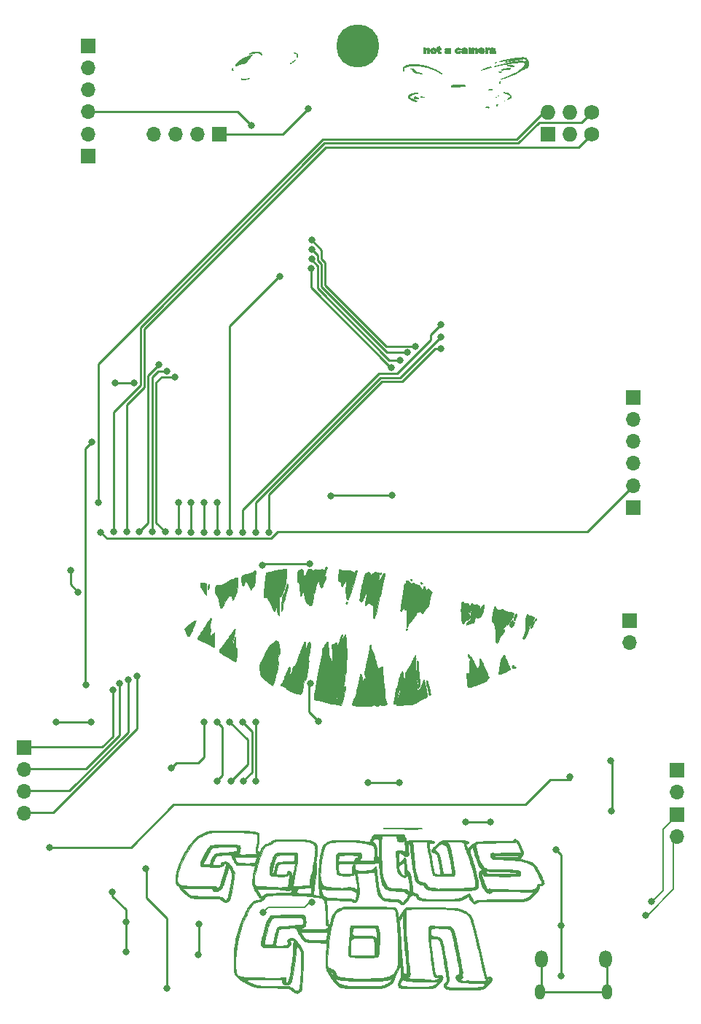
<source format=gbr>
%TF.GenerationSoftware,KiCad,Pcbnew,(6.0.10)*%
%TF.CreationDate,2023-01-31T22:11:21-06:00*%
%TF.ProjectId,CC11_Main,43433131-5f4d-4616-996e-2e6b69636164,1d*%
%TF.SameCoordinates,Original*%
%TF.FileFunction,Copper,L1,Top*%
%TF.FilePolarity,Positive*%
%FSLAX46Y46*%
G04 Gerber Fmt 4.6, Leading zero omitted, Abs format (unit mm)*
G04 Created by KiCad (PCBNEW (6.0.10)) date 2023-01-31 22:11:21*
%MOMM*%
%LPD*%
G01*
G04 APERTURE LIST*
%TA.AperFunction,EtchedComponent*%
%ADD10C,0.010000*%
%TD*%
%TA.AperFunction,ComponentPad*%
%ADD11C,5.000000*%
%TD*%
%TA.AperFunction,ComponentPad*%
%ADD12O,1.727200X1.727200*%
%TD*%
%TA.AperFunction,ComponentPad*%
%ADD13R,1.727200X1.727200*%
%TD*%
%TA.AperFunction,ComponentPad*%
%ADD14C,1.727200*%
%TD*%
%TA.AperFunction,ComponentPad*%
%ADD15R,1.700000X1.700000*%
%TD*%
%TA.AperFunction,ComponentPad*%
%ADD16O,1.700000X1.700000*%
%TD*%
%TA.AperFunction,ComponentPad*%
%ADD17O,1.450000X2.000000*%
%TD*%
%TA.AperFunction,ComponentPad*%
%ADD18O,1.150000X1.800000*%
%TD*%
%TA.AperFunction,ViaPad*%
%ADD19C,0.800000*%
%TD*%
%TA.AperFunction,Conductor*%
%ADD20C,0.250000*%
%TD*%
%TA.AperFunction,Conductor*%
%ADD21C,0.200000*%
%TD*%
G04 APERTURE END LIST*
%TO.C,G\u002A\u002A\u002A*%
G36*
X165165796Y-34702753D02*
G01*
X165203502Y-34667440D01*
X165259350Y-34640285D01*
X165344377Y-34616219D01*
X165363943Y-34611755D01*
X165467797Y-34586510D01*
X165532923Y-34564960D01*
X165562580Y-34545422D01*
X165560032Y-34526209D01*
X165548222Y-34516540D01*
X165484887Y-34496475D01*
X165424704Y-34517770D01*
X165409563Y-34530898D01*
X165364443Y-34555768D01*
X165292368Y-34561759D01*
X165275759Y-34561014D01*
X165200684Y-34552597D01*
X165162781Y-34535006D01*
X165157068Y-34502990D01*
X165176128Y-34455960D01*
X165221158Y-34402059D01*
X165292988Y-34367262D01*
X165395800Y-34350344D01*
X165533777Y-34350079D01*
X165536963Y-34350238D01*
X165628276Y-34358421D01*
X165697441Y-34376082D01*
X165747788Y-34408560D01*
X165782648Y-34461197D01*
X165805355Y-34539336D01*
X165819237Y-34648317D01*
X165827628Y-34793482D01*
X165828586Y-34817841D01*
X165834795Y-34981882D01*
X165722594Y-34981882D01*
X165646969Y-34977241D01*
X165606905Y-34962339D01*
X165598411Y-34950656D01*
X165585288Y-34931478D01*
X165559962Y-34934517D01*
X165526043Y-34950656D01*
X165455877Y-34973081D01*
X165369790Y-34981742D01*
X165283838Y-34976916D01*
X165214076Y-34958882D01*
X165190090Y-34944841D01*
X165145378Y-34883453D01*
X165130877Y-34806864D01*
X165131609Y-34803657D01*
X165385053Y-34803657D01*
X165388217Y-34810518D01*
X165422238Y-34830656D01*
X165473575Y-34830383D01*
X165523200Y-34810996D01*
X165536127Y-34800454D01*
X165563210Y-34759926D01*
X165569389Y-34735272D01*
X165559926Y-34714774D01*
X165524986Y-34713325D01*
X165500597Y-34717743D01*
X165435050Y-34739938D01*
X165393903Y-34770749D01*
X165385053Y-34803657D01*
X165131609Y-34803657D01*
X165148193Y-34731077D01*
X165165796Y-34702753D01*
G37*
D10*
X165165796Y-34702753D02*
X165203502Y-34667440D01*
X165259350Y-34640285D01*
X165344377Y-34616219D01*
X165363943Y-34611755D01*
X165467797Y-34586510D01*
X165532923Y-34564960D01*
X165562580Y-34545422D01*
X165560032Y-34526209D01*
X165548222Y-34516540D01*
X165484887Y-34496475D01*
X165424704Y-34517770D01*
X165409563Y-34530898D01*
X165364443Y-34555768D01*
X165292368Y-34561759D01*
X165275759Y-34561014D01*
X165200684Y-34552597D01*
X165162781Y-34535006D01*
X165157068Y-34502990D01*
X165176128Y-34455960D01*
X165221158Y-34402059D01*
X165292988Y-34367262D01*
X165395800Y-34350344D01*
X165533777Y-34350079D01*
X165536963Y-34350238D01*
X165628276Y-34358421D01*
X165697441Y-34376082D01*
X165747788Y-34408560D01*
X165782648Y-34461197D01*
X165805355Y-34539336D01*
X165819237Y-34648317D01*
X165827628Y-34793482D01*
X165828586Y-34817841D01*
X165834795Y-34981882D01*
X165722594Y-34981882D01*
X165646969Y-34977241D01*
X165606905Y-34962339D01*
X165598411Y-34950656D01*
X165585288Y-34931478D01*
X165559962Y-34934517D01*
X165526043Y-34950656D01*
X165455877Y-34973081D01*
X165369790Y-34981742D01*
X165283838Y-34976916D01*
X165214076Y-34958882D01*
X165190090Y-34944841D01*
X165145378Y-34883453D01*
X165130877Y-34806864D01*
X165131609Y-34803657D01*
X165385053Y-34803657D01*
X165388217Y-34810518D01*
X165422238Y-34830656D01*
X165473575Y-34830383D01*
X165523200Y-34810996D01*
X165536127Y-34800454D01*
X165563210Y-34759926D01*
X165569389Y-34735272D01*
X165559926Y-34714774D01*
X165524986Y-34713325D01*
X165500597Y-34717743D01*
X165435050Y-34739938D01*
X165393903Y-34770749D01*
X165385053Y-34803657D01*
X165131609Y-34803657D01*
X165148193Y-34731077D01*
X165165796Y-34702753D01*
G36*
X156553176Y-40019675D02*
G01*
X156621813Y-40047197D01*
X156702898Y-40083147D01*
X156727821Y-40094832D01*
X156806704Y-40133035D01*
X156852970Y-40158864D01*
X156872452Y-40177655D01*
X156870985Y-40194739D01*
X156856832Y-40212782D01*
X156828064Y-40234683D01*
X156784327Y-40246748D01*
X156714576Y-40251272D01*
X156670817Y-40251453D01*
X156580379Y-40246500D01*
X156493733Y-40234511D01*
X156435972Y-40220022D01*
X156382846Y-40201220D01*
X156350163Y-40190291D01*
X156346014Y-40189201D01*
X156341986Y-40170804D01*
X156340722Y-40137502D01*
X156359416Y-40082236D01*
X156405850Y-40035061D01*
X156465549Y-40007256D01*
X156509721Y-40005778D01*
X156553176Y-40019675D01*
G37*
X156553176Y-40019675D02*
X156621813Y-40047197D01*
X156702898Y-40083147D01*
X156727821Y-40094832D01*
X156806704Y-40133035D01*
X156852970Y-40158864D01*
X156872452Y-40177655D01*
X156870985Y-40194739D01*
X156856832Y-40212782D01*
X156828064Y-40234683D01*
X156784327Y-40246748D01*
X156714576Y-40251272D01*
X156670817Y-40251453D01*
X156580379Y-40246500D01*
X156493733Y-40234511D01*
X156435972Y-40220022D01*
X156382846Y-40201220D01*
X156350163Y-40190291D01*
X156346014Y-40189201D01*
X156341986Y-40170804D01*
X156340722Y-40137502D01*
X156359416Y-40082236D01*
X156405850Y-40035061D01*
X156465549Y-40007256D01*
X156509721Y-40005778D01*
X156553176Y-40019675D01*
G36*
X166378305Y-38247303D02*
G01*
X166392128Y-38272491D01*
X166394889Y-38321982D01*
X166384684Y-38391177D01*
X166358743Y-38437031D01*
X166324080Y-38454530D01*
X166287706Y-38438660D01*
X166268634Y-38412274D01*
X166247344Y-38342416D01*
X166259611Y-38285395D01*
X166301640Y-38249559D01*
X166346206Y-38241549D01*
X166378305Y-38247303D01*
G37*
X166378305Y-38247303D02*
X166392128Y-38272491D01*
X166394889Y-38321982D01*
X166384684Y-38391177D01*
X166358743Y-38437031D01*
X166324080Y-38454530D01*
X166287706Y-38438660D01*
X166268634Y-38412274D01*
X166247344Y-38342416D01*
X166259611Y-38285395D01*
X166301640Y-38249559D01*
X166346206Y-38241549D01*
X166378305Y-38247303D01*
G36*
X149829730Y-108516719D02*
G01*
X149853968Y-108398466D01*
X150265889Y-108398466D01*
X150276472Y-108409049D01*
X150287056Y-108398466D01*
X150276472Y-108387882D01*
X150265889Y-108398466D01*
X149853968Y-108398466D01*
X149886120Y-108241612D01*
X149904922Y-108148587D01*
X149953690Y-107907285D01*
X149995151Y-107704230D01*
X150030194Y-107536136D01*
X150059709Y-107399717D01*
X150084585Y-107291687D01*
X150105712Y-107208762D01*
X150123980Y-107147655D01*
X150140278Y-107105082D01*
X150155495Y-107077755D01*
X150170522Y-107062390D01*
X150186248Y-107055701D01*
X150201190Y-107054382D01*
X150239809Y-107066659D01*
X150267858Y-107107324D01*
X150288544Y-107182129D01*
X150295598Y-107223716D01*
X150312084Y-107318175D01*
X150334008Y-107422937D01*
X150359166Y-107529645D01*
X150385352Y-107629943D01*
X150410363Y-107715474D01*
X150431993Y-107777882D01*
X150448038Y-107808811D01*
X150450406Y-107810493D01*
X150492253Y-107806813D01*
X150528349Y-107765980D01*
X150554417Y-107693148D01*
X150556690Y-107682394D01*
X150579965Y-107615501D01*
X150614305Y-107587612D01*
X150657489Y-107599952D01*
X150676464Y-107616148D01*
X150695556Y-107645317D01*
X150703830Y-107690265D01*
X150702846Y-107762214D01*
X150700901Y-107791830D01*
X150696406Y-107860915D01*
X150696287Y-107890598D01*
X150700972Y-107883626D01*
X150709684Y-107848132D01*
X150720335Y-107786978D01*
X150731674Y-107699858D01*
X150741647Y-107603051D01*
X150743825Y-107577528D01*
X150750283Y-107485680D01*
X150750383Y-107421988D01*
X150742116Y-107372499D01*
X150723478Y-107323260D01*
X150700476Y-107276105D01*
X150668440Y-107206180D01*
X150646109Y-107137931D01*
X150633676Y-107065303D01*
X150631338Y-106982241D01*
X150639286Y-106882691D01*
X150657717Y-106760598D01*
X150686823Y-106609907D01*
X150726800Y-106424564D01*
X150727952Y-106419382D01*
X150762838Y-106261028D01*
X150798590Y-106096087D01*
X150832775Y-105935973D01*
X150862961Y-105792096D01*
X150886713Y-105675870D01*
X150890392Y-105657382D01*
X150914256Y-105540455D01*
X150944927Y-105395722D01*
X150979503Y-105236582D01*
X151015079Y-105076432D01*
X151024952Y-105032966D01*
X151559133Y-105032966D01*
X151567609Y-105202299D01*
X151573831Y-105314317D01*
X151581759Y-105438688D01*
X151590842Y-105568573D01*
X151600526Y-105697133D01*
X151610260Y-105817530D01*
X151619490Y-105922926D01*
X151627664Y-106006480D01*
X151634229Y-106061354D01*
X151638583Y-106080716D01*
X151640912Y-106060742D01*
X151641345Y-106005500D01*
X151639977Y-105922008D01*
X151636905Y-105817285D01*
X151633860Y-105736757D01*
X151626858Y-105602827D01*
X151617168Y-105467371D01*
X151605881Y-105343271D01*
X151594089Y-105243410D01*
X151589433Y-105212882D01*
X151559133Y-105032966D01*
X151024952Y-105032966D01*
X151041781Y-104958882D01*
X151081148Y-104787158D01*
X151112156Y-104649642D01*
X151135996Y-104539302D01*
X151153861Y-104449104D01*
X151166941Y-104372015D01*
X151176429Y-104301003D01*
X151183517Y-104229034D01*
X151189396Y-104149075D01*
X151195258Y-104054093D01*
X151195344Y-104052655D01*
X151203566Y-103931562D01*
X151212353Y-103844880D01*
X151223087Y-103784695D01*
X151237153Y-103743092D01*
X151254551Y-103713988D01*
X151288097Y-103673382D01*
X151316124Y-103651826D01*
X151339673Y-103652284D01*
X151359789Y-103677721D01*
X151377515Y-103731102D01*
X151393895Y-103815391D01*
X151409972Y-103933552D01*
X151426790Y-104088551D01*
X151441981Y-104246458D01*
X151458514Y-104414984D01*
X151473062Y-104544001D01*
X151485524Y-104633071D01*
X151495799Y-104681760D01*
X151503784Y-104689632D01*
X151509379Y-104656250D01*
X151512482Y-104581180D01*
X151512903Y-104551424D01*
X151515216Y-104468810D01*
X151519855Y-104405184D01*
X151525991Y-104370124D01*
X151528930Y-104366216D01*
X151556612Y-104376478D01*
X151585797Y-104408877D01*
X151617306Y-104465827D01*
X151651961Y-104549741D01*
X151690581Y-104663036D01*
X151733987Y-104808126D01*
X151783000Y-104987425D01*
X151838440Y-105203349D01*
X151901128Y-105458312D01*
X151903808Y-105469396D01*
X151941117Y-105621156D01*
X151977034Y-105762289D01*
X152009904Y-105886674D01*
X152038073Y-105988189D01*
X152059887Y-106060710D01*
X152073660Y-106098055D01*
X152112459Y-106197580D01*
X152143809Y-106326429D01*
X152165217Y-106471883D01*
X152173998Y-106609882D01*
X152177734Y-106789799D01*
X152190186Y-106640559D01*
X152201375Y-106556995D01*
X152218495Y-106484167D01*
X152236938Y-106439476D01*
X152270013Y-106405972D01*
X152329795Y-106359771D01*
X152405906Y-106308597D01*
X152445176Y-106284542D01*
X152529474Y-106236072D01*
X152587009Y-106207763D01*
X152626372Y-106196497D01*
X152656159Y-106199153D01*
X152667919Y-106203688D01*
X152685516Y-106213915D01*
X152699893Y-106229943D01*
X152711698Y-106256342D01*
X152721580Y-106297683D01*
X152730190Y-106358536D01*
X152738175Y-106443472D01*
X152746186Y-106557061D01*
X152754871Y-106703874D01*
X152764698Y-106885049D01*
X152801132Y-107427362D01*
X152852457Y-107952000D01*
X152890451Y-108261589D01*
X152919995Y-108489035D01*
X152944125Y-108682775D01*
X152963640Y-108850976D01*
X152979343Y-109001805D01*
X152992033Y-109143431D01*
X153002512Y-109284021D01*
X153011581Y-109431744D01*
X153018910Y-109571673D01*
X153027357Y-109732796D01*
X153035740Y-109858278D01*
X153045440Y-109954788D01*
X153057837Y-110028993D01*
X153074309Y-110087562D01*
X153096238Y-110137163D01*
X153125003Y-110184463D01*
X153154242Y-110225641D01*
X153194296Y-110301920D01*
X153219586Y-110392929D01*
X153226144Y-110480209D01*
X153218689Y-110525557D01*
X153189999Y-110564776D01*
X153139617Y-110598658D01*
X153133544Y-110601342D01*
X153073358Y-110620456D01*
X152984725Y-110641518D01*
X152881299Y-110662014D01*
X152776730Y-110679432D01*
X152684671Y-110691260D01*
X152624380Y-110695049D01*
X152540087Y-110676355D01*
X152476525Y-110622160D01*
X152436462Y-110535299D01*
X152427923Y-110493966D01*
X152411951Y-110388132D01*
X152395164Y-110493966D01*
X152377258Y-110582756D01*
X152353154Y-110641229D01*
X152315909Y-110681396D01*
X152270803Y-110709039D01*
X152191252Y-110733781D01*
X152088692Y-110742660D01*
X151979315Y-110735797D01*
X151879308Y-110713316D01*
X151859251Y-110705915D01*
X151813969Y-110683361D01*
X151781751Y-110653858D01*
X151761406Y-110611258D01*
X151751743Y-110549411D01*
X151751571Y-110462170D01*
X151759700Y-110343386D01*
X151769334Y-110241728D01*
X151778774Y-110116422D01*
X151785912Y-109956713D01*
X151790758Y-109770470D01*
X151793319Y-109565559D01*
X151793604Y-109349850D01*
X151791622Y-109131209D01*
X151787382Y-108917504D01*
X151780893Y-108716604D01*
X151772163Y-108536375D01*
X151767354Y-108461966D01*
X151760390Y-108348883D01*
X151753045Y-108203059D01*
X151745709Y-108034074D01*
X151738772Y-107851514D01*
X151732622Y-107664960D01*
X151727756Y-107488299D01*
X151725067Y-107386947D01*
X151722645Y-107314818D01*
X151720472Y-107273028D01*
X151718531Y-107262690D01*
X151716804Y-107284922D01*
X151715273Y-107340837D01*
X151713921Y-107431552D01*
X151712730Y-107558180D01*
X151711682Y-107721839D01*
X151710759Y-107923642D01*
X151709944Y-108164704D01*
X151709219Y-108446142D01*
X151708719Y-108686349D01*
X151707812Y-109049440D01*
X151706546Y-109371258D01*
X151704906Y-109652860D01*
X151702876Y-109895304D01*
X151700443Y-110099648D01*
X151697591Y-110266949D01*
X151694305Y-110398267D01*
X151690570Y-110494658D01*
X151686371Y-110557181D01*
X151681761Y-110586700D01*
X151661747Y-110628100D01*
X151630662Y-110663346D01*
X151585235Y-110692975D01*
X151522195Y-110717525D01*
X151438274Y-110737535D01*
X151330200Y-110753541D01*
X151194704Y-110766083D01*
X151028516Y-110775697D01*
X150828365Y-110782922D01*
X150590981Y-110788296D01*
X150441654Y-110790681D01*
X150213401Y-110793304D01*
X150019320Y-110794229D01*
X149860997Y-110793475D01*
X149740015Y-110791063D01*
X149657961Y-110787012D01*
X149616419Y-110781340D01*
X149614073Y-110780483D01*
X149571029Y-110743276D01*
X149533011Y-110679809D01*
X149508184Y-110606036D01*
X149503016Y-110563437D01*
X149498498Y-110543139D01*
X149484326Y-110556332D01*
X149457621Y-110605856D01*
X149455391Y-110610382D01*
X149418798Y-110672849D01*
X149382275Y-110703930D01*
X149350835Y-110712291D01*
X149290558Y-110700483D01*
X149234084Y-110660258D01*
X149195398Y-110604289D01*
X149186389Y-110563294D01*
X149196869Y-110481864D01*
X149226357Y-110372585D01*
X149271925Y-110243813D01*
X149330644Y-110103906D01*
X149392498Y-109975020D01*
X149443609Y-109871692D01*
X149489922Y-109770168D01*
X149532622Y-109666228D01*
X149572890Y-109555655D01*
X149611912Y-109434232D01*
X149650869Y-109297739D01*
X149690947Y-109141960D01*
X149733327Y-108962675D01*
X149779194Y-108755668D01*
X149783114Y-108737132D01*
X150160056Y-108737132D01*
X150170639Y-108747716D01*
X150181222Y-108737132D01*
X150170639Y-108726549D01*
X150160056Y-108737132D01*
X149783114Y-108737132D01*
X149794612Y-108682766D01*
X150183336Y-108682766D01*
X150190049Y-108682117D01*
X150205583Y-108648294D01*
X150226063Y-108590148D01*
X150246204Y-108520659D01*
X150257778Y-108466354D01*
X150258653Y-108441981D01*
X150249521Y-108447250D01*
X150234158Y-108482021D01*
X150216211Y-108534633D01*
X150199327Y-108593423D01*
X150187156Y-108646731D01*
X150183336Y-108682766D01*
X149794612Y-108682766D01*
X149829730Y-108516719D01*
G37*
X149829730Y-108516719D02*
X149853968Y-108398466D01*
X150265889Y-108398466D01*
X150276472Y-108409049D01*
X150287056Y-108398466D01*
X150276472Y-108387882D01*
X150265889Y-108398466D01*
X149853968Y-108398466D01*
X149886120Y-108241612D01*
X149904922Y-108148587D01*
X149953690Y-107907285D01*
X149995151Y-107704230D01*
X150030194Y-107536136D01*
X150059709Y-107399717D01*
X150084585Y-107291687D01*
X150105712Y-107208762D01*
X150123980Y-107147655D01*
X150140278Y-107105082D01*
X150155495Y-107077755D01*
X150170522Y-107062390D01*
X150186248Y-107055701D01*
X150201190Y-107054382D01*
X150239809Y-107066659D01*
X150267858Y-107107324D01*
X150288544Y-107182129D01*
X150295598Y-107223716D01*
X150312084Y-107318175D01*
X150334008Y-107422937D01*
X150359166Y-107529645D01*
X150385352Y-107629943D01*
X150410363Y-107715474D01*
X150431993Y-107777882D01*
X150448038Y-107808811D01*
X150450406Y-107810493D01*
X150492253Y-107806813D01*
X150528349Y-107765980D01*
X150554417Y-107693148D01*
X150556690Y-107682394D01*
X150579965Y-107615501D01*
X150614305Y-107587612D01*
X150657489Y-107599952D01*
X150676464Y-107616148D01*
X150695556Y-107645317D01*
X150703830Y-107690265D01*
X150702846Y-107762214D01*
X150700901Y-107791830D01*
X150696406Y-107860915D01*
X150696287Y-107890598D01*
X150700972Y-107883626D01*
X150709684Y-107848132D01*
X150720335Y-107786978D01*
X150731674Y-107699858D01*
X150741647Y-107603051D01*
X150743825Y-107577528D01*
X150750283Y-107485680D01*
X150750383Y-107421988D01*
X150742116Y-107372499D01*
X150723478Y-107323260D01*
X150700476Y-107276105D01*
X150668440Y-107206180D01*
X150646109Y-107137931D01*
X150633676Y-107065303D01*
X150631338Y-106982241D01*
X150639286Y-106882691D01*
X150657717Y-106760598D01*
X150686823Y-106609907D01*
X150726800Y-106424564D01*
X150727952Y-106419382D01*
X150762838Y-106261028D01*
X150798590Y-106096087D01*
X150832775Y-105935973D01*
X150862961Y-105792096D01*
X150886713Y-105675870D01*
X150890392Y-105657382D01*
X150914256Y-105540455D01*
X150944927Y-105395722D01*
X150979503Y-105236582D01*
X151015079Y-105076432D01*
X151024952Y-105032966D01*
X151559133Y-105032966D01*
X151567609Y-105202299D01*
X151573831Y-105314317D01*
X151581759Y-105438688D01*
X151590842Y-105568573D01*
X151600526Y-105697133D01*
X151610260Y-105817530D01*
X151619490Y-105922926D01*
X151627664Y-106006480D01*
X151634229Y-106061354D01*
X151638583Y-106080716D01*
X151640912Y-106060742D01*
X151641345Y-106005500D01*
X151639977Y-105922008D01*
X151636905Y-105817285D01*
X151633860Y-105736757D01*
X151626858Y-105602827D01*
X151617168Y-105467371D01*
X151605881Y-105343271D01*
X151594089Y-105243410D01*
X151589433Y-105212882D01*
X151559133Y-105032966D01*
X151024952Y-105032966D01*
X151041781Y-104958882D01*
X151081148Y-104787158D01*
X151112156Y-104649642D01*
X151135996Y-104539302D01*
X151153861Y-104449104D01*
X151166941Y-104372015D01*
X151176429Y-104301003D01*
X151183517Y-104229034D01*
X151189396Y-104149075D01*
X151195258Y-104054093D01*
X151195344Y-104052655D01*
X151203566Y-103931562D01*
X151212353Y-103844880D01*
X151223087Y-103784695D01*
X151237153Y-103743092D01*
X151254551Y-103713988D01*
X151288097Y-103673382D01*
X151316124Y-103651826D01*
X151339673Y-103652284D01*
X151359789Y-103677721D01*
X151377515Y-103731102D01*
X151393895Y-103815391D01*
X151409972Y-103933552D01*
X151426790Y-104088551D01*
X151441981Y-104246458D01*
X151458514Y-104414984D01*
X151473062Y-104544001D01*
X151485524Y-104633071D01*
X151495799Y-104681760D01*
X151503784Y-104689632D01*
X151509379Y-104656250D01*
X151512482Y-104581180D01*
X151512903Y-104551424D01*
X151515216Y-104468810D01*
X151519855Y-104405184D01*
X151525991Y-104370124D01*
X151528930Y-104366216D01*
X151556612Y-104376478D01*
X151585797Y-104408877D01*
X151617306Y-104465827D01*
X151651961Y-104549741D01*
X151690581Y-104663036D01*
X151733987Y-104808126D01*
X151783000Y-104987425D01*
X151838440Y-105203349D01*
X151901128Y-105458312D01*
X151903808Y-105469396D01*
X151941117Y-105621156D01*
X151977034Y-105762289D01*
X152009904Y-105886674D01*
X152038073Y-105988189D01*
X152059887Y-106060710D01*
X152073660Y-106098055D01*
X152112459Y-106197580D01*
X152143809Y-106326429D01*
X152165217Y-106471883D01*
X152173998Y-106609882D01*
X152177734Y-106789799D01*
X152190186Y-106640559D01*
X152201375Y-106556995D01*
X152218495Y-106484167D01*
X152236938Y-106439476D01*
X152270013Y-106405972D01*
X152329795Y-106359771D01*
X152405906Y-106308597D01*
X152445176Y-106284542D01*
X152529474Y-106236072D01*
X152587009Y-106207763D01*
X152626372Y-106196497D01*
X152656159Y-106199153D01*
X152667919Y-106203688D01*
X152685516Y-106213915D01*
X152699893Y-106229943D01*
X152711698Y-106256342D01*
X152721580Y-106297683D01*
X152730190Y-106358536D01*
X152738175Y-106443472D01*
X152746186Y-106557061D01*
X152754871Y-106703874D01*
X152764698Y-106885049D01*
X152801132Y-107427362D01*
X152852457Y-107952000D01*
X152890451Y-108261589D01*
X152919995Y-108489035D01*
X152944125Y-108682775D01*
X152963640Y-108850976D01*
X152979343Y-109001805D01*
X152992033Y-109143431D01*
X153002512Y-109284021D01*
X153011581Y-109431744D01*
X153018910Y-109571673D01*
X153027357Y-109732796D01*
X153035740Y-109858278D01*
X153045440Y-109954788D01*
X153057837Y-110028993D01*
X153074309Y-110087562D01*
X153096238Y-110137163D01*
X153125003Y-110184463D01*
X153154242Y-110225641D01*
X153194296Y-110301920D01*
X153219586Y-110392929D01*
X153226144Y-110480209D01*
X153218689Y-110525557D01*
X153189999Y-110564776D01*
X153139617Y-110598658D01*
X153133544Y-110601342D01*
X153073358Y-110620456D01*
X152984725Y-110641518D01*
X152881299Y-110662014D01*
X152776730Y-110679432D01*
X152684671Y-110691260D01*
X152624380Y-110695049D01*
X152540087Y-110676355D01*
X152476525Y-110622160D01*
X152436462Y-110535299D01*
X152427923Y-110493966D01*
X152411951Y-110388132D01*
X152395164Y-110493966D01*
X152377258Y-110582756D01*
X152353154Y-110641229D01*
X152315909Y-110681396D01*
X152270803Y-110709039D01*
X152191252Y-110733781D01*
X152088692Y-110742660D01*
X151979315Y-110735797D01*
X151879308Y-110713316D01*
X151859251Y-110705915D01*
X151813969Y-110683361D01*
X151781751Y-110653858D01*
X151761406Y-110611258D01*
X151751743Y-110549411D01*
X151751571Y-110462170D01*
X151759700Y-110343386D01*
X151769334Y-110241728D01*
X151778774Y-110116422D01*
X151785912Y-109956713D01*
X151790758Y-109770470D01*
X151793319Y-109565559D01*
X151793604Y-109349850D01*
X151791622Y-109131209D01*
X151787382Y-108917504D01*
X151780893Y-108716604D01*
X151772163Y-108536375D01*
X151767354Y-108461966D01*
X151760390Y-108348883D01*
X151753045Y-108203059D01*
X151745709Y-108034074D01*
X151738772Y-107851514D01*
X151732622Y-107664960D01*
X151727756Y-107488299D01*
X151725067Y-107386947D01*
X151722645Y-107314818D01*
X151720472Y-107273028D01*
X151718531Y-107262690D01*
X151716804Y-107284922D01*
X151715273Y-107340837D01*
X151713921Y-107431552D01*
X151712730Y-107558180D01*
X151711682Y-107721839D01*
X151710759Y-107923642D01*
X151709944Y-108164704D01*
X151709219Y-108446142D01*
X151708719Y-108686349D01*
X151707812Y-109049440D01*
X151706546Y-109371258D01*
X151704906Y-109652860D01*
X151702876Y-109895304D01*
X151700443Y-110099648D01*
X151697591Y-110266949D01*
X151694305Y-110398267D01*
X151690570Y-110494658D01*
X151686371Y-110557181D01*
X151681761Y-110586700D01*
X151661747Y-110628100D01*
X151630662Y-110663346D01*
X151585235Y-110692975D01*
X151522195Y-110717525D01*
X151438274Y-110737535D01*
X151330200Y-110753541D01*
X151194704Y-110766083D01*
X151028516Y-110775697D01*
X150828365Y-110782922D01*
X150590981Y-110788296D01*
X150441654Y-110790681D01*
X150213401Y-110793304D01*
X150019320Y-110794229D01*
X149860997Y-110793475D01*
X149740015Y-110791063D01*
X149657961Y-110787012D01*
X149616419Y-110781340D01*
X149614073Y-110780483D01*
X149571029Y-110743276D01*
X149533011Y-110679809D01*
X149508184Y-110606036D01*
X149503016Y-110563437D01*
X149498498Y-110543139D01*
X149484326Y-110556332D01*
X149457621Y-110605856D01*
X149455391Y-110610382D01*
X149418798Y-110672849D01*
X149382275Y-110703930D01*
X149350835Y-110712291D01*
X149290558Y-110700483D01*
X149234084Y-110660258D01*
X149195398Y-110604289D01*
X149186389Y-110563294D01*
X149196869Y-110481864D01*
X149226357Y-110372585D01*
X149271925Y-110243813D01*
X149330644Y-110103906D01*
X149392498Y-109975020D01*
X149443609Y-109871692D01*
X149489922Y-109770168D01*
X149532622Y-109666228D01*
X149572890Y-109555655D01*
X149611912Y-109434232D01*
X149650869Y-109297739D01*
X149690947Y-109141960D01*
X149733327Y-108962675D01*
X149779194Y-108755668D01*
X149783114Y-108737132D01*
X150160056Y-108737132D01*
X150170639Y-108747716D01*
X150181222Y-108737132D01*
X150170639Y-108726549D01*
X150160056Y-108737132D01*
X149783114Y-108737132D01*
X149794612Y-108682766D01*
X150183336Y-108682766D01*
X150190049Y-108682117D01*
X150205583Y-108648294D01*
X150226063Y-108590148D01*
X150246204Y-108520659D01*
X150257778Y-108466354D01*
X150258653Y-108441981D01*
X150249521Y-108447250D01*
X150234158Y-108482021D01*
X150216211Y-108534633D01*
X150199327Y-108593423D01*
X150187156Y-108646731D01*
X150183336Y-108682766D01*
X149794612Y-108682766D01*
X149829730Y-108516719D01*
G36*
X135832719Y-95849364D02*
G01*
X135855677Y-95864632D01*
X135858716Y-95867566D01*
X135871393Y-95885489D01*
X135880653Y-95914202D01*
X135887001Y-95959789D01*
X135890945Y-96028333D01*
X135892989Y-96125918D01*
X135893641Y-96258626D01*
X135893650Y-96287352D01*
X135886678Y-96642292D01*
X135865820Y-96958095D01*
X135830950Y-97235660D01*
X135781943Y-97475886D01*
X135718673Y-97679671D01*
X135689144Y-97751632D01*
X135649685Y-97841113D01*
X135600321Y-97954019D01*
X135547807Y-98074858D01*
X135505820Y-98172051D01*
X135450137Y-98294615D01*
X135403890Y-98379754D01*
X135364461Y-98430622D01*
X135329233Y-98450376D01*
X135295587Y-98442169D01*
X135286875Y-98435926D01*
X135273324Y-98406447D01*
X135260043Y-98346619D01*
X135249559Y-98268366D01*
X135248156Y-98253155D01*
X135238563Y-98151276D01*
X135228452Y-98082818D01*
X135214586Y-98038956D01*
X135193729Y-98010864D01*
X135162642Y-97989717D01*
X135148817Y-97982360D01*
X135071433Y-97959358D01*
X134990632Y-97970294D01*
X134904229Y-98016547D01*
X134810039Y-98099500D01*
X134705876Y-98220533D01*
X134646357Y-98299932D01*
X134498709Y-98516670D01*
X134379988Y-98719207D01*
X134284462Y-98917647D01*
X134254292Y-98990926D01*
X134195151Y-99129089D01*
X134139776Y-99231121D01*
X134084350Y-99302542D01*
X134025055Y-99348871D01*
X133997195Y-99362545D01*
X133941213Y-99384549D01*
X133910086Y-99385555D01*
X133889212Y-99359903D01*
X133868522Y-99312674D01*
X133852327Y-99262082D01*
X133831835Y-99180333D01*
X133809496Y-99078065D01*
X133787758Y-98965913D01*
X133784462Y-98947549D01*
X133749265Y-98754976D01*
X133717149Y-98596127D01*
X133685419Y-98462791D01*
X133651377Y-98346755D01*
X133612328Y-98239806D01*
X133565574Y-98133733D01*
X133508420Y-98020322D01*
X133438168Y-97891362D01*
X133436972Y-97889216D01*
X133385070Y-97790639D01*
X133339386Y-97693884D01*
X133305370Y-97611099D01*
X133289777Y-97561132D01*
X133281336Y-97492714D01*
X133277492Y-97393869D01*
X133277850Y-97276209D01*
X133282015Y-97151345D01*
X133289594Y-97030889D01*
X133300191Y-96926451D01*
X133313412Y-96849645D01*
X133314039Y-96847117D01*
X133332594Y-96793873D01*
X133361287Y-96757962D01*
X133407178Y-96736937D01*
X133477329Y-96728351D01*
X133578802Y-96729757D01*
X133642324Y-96733367D01*
X133749238Y-96738882D01*
X133827870Y-96738389D01*
X133891994Y-96730701D01*
X133955386Y-96714628D01*
X133990264Y-96703363D01*
X134157851Y-96636911D01*
X134336536Y-96549048D01*
X134508481Y-96449258D01*
X134645659Y-96354860D01*
X134723796Y-96296974D01*
X134796421Y-96247746D01*
X134870982Y-96203344D01*
X134954931Y-96159933D01*
X135055715Y-96113679D01*
X135180786Y-96060751D01*
X135337591Y-95997313D01*
X135350464Y-95992175D01*
X135497818Y-95934100D01*
X135611457Y-95891432D01*
X135696574Y-95862898D01*
X135758361Y-95847224D01*
X135802011Y-95843137D01*
X135832719Y-95849364D01*
G37*
X135832719Y-95849364D02*
X135855677Y-95864632D01*
X135858716Y-95867566D01*
X135871393Y-95885489D01*
X135880653Y-95914202D01*
X135887001Y-95959789D01*
X135890945Y-96028333D01*
X135892989Y-96125918D01*
X135893641Y-96258626D01*
X135893650Y-96287352D01*
X135886678Y-96642292D01*
X135865820Y-96958095D01*
X135830950Y-97235660D01*
X135781943Y-97475886D01*
X135718673Y-97679671D01*
X135689144Y-97751632D01*
X135649685Y-97841113D01*
X135600321Y-97954019D01*
X135547807Y-98074858D01*
X135505820Y-98172051D01*
X135450137Y-98294615D01*
X135403890Y-98379754D01*
X135364461Y-98430622D01*
X135329233Y-98450376D01*
X135295587Y-98442169D01*
X135286875Y-98435926D01*
X135273324Y-98406447D01*
X135260043Y-98346619D01*
X135249559Y-98268366D01*
X135248156Y-98253155D01*
X135238563Y-98151276D01*
X135228452Y-98082818D01*
X135214586Y-98038956D01*
X135193729Y-98010864D01*
X135162642Y-97989717D01*
X135148817Y-97982360D01*
X135071433Y-97959358D01*
X134990632Y-97970294D01*
X134904229Y-98016547D01*
X134810039Y-98099500D01*
X134705876Y-98220533D01*
X134646357Y-98299932D01*
X134498709Y-98516670D01*
X134379988Y-98719207D01*
X134284462Y-98917647D01*
X134254292Y-98990926D01*
X134195151Y-99129089D01*
X134139776Y-99231121D01*
X134084350Y-99302542D01*
X134025055Y-99348871D01*
X133997195Y-99362545D01*
X133941213Y-99384549D01*
X133910086Y-99385555D01*
X133889212Y-99359903D01*
X133868522Y-99312674D01*
X133852327Y-99262082D01*
X133831835Y-99180333D01*
X133809496Y-99078065D01*
X133787758Y-98965913D01*
X133784462Y-98947549D01*
X133749265Y-98754976D01*
X133717149Y-98596127D01*
X133685419Y-98462791D01*
X133651377Y-98346755D01*
X133612328Y-98239806D01*
X133565574Y-98133733D01*
X133508420Y-98020322D01*
X133438168Y-97891362D01*
X133436972Y-97889216D01*
X133385070Y-97790639D01*
X133339386Y-97693884D01*
X133305370Y-97611099D01*
X133289777Y-97561132D01*
X133281336Y-97492714D01*
X133277492Y-97393869D01*
X133277850Y-97276209D01*
X133282015Y-97151345D01*
X133289594Y-97030889D01*
X133300191Y-96926451D01*
X133313412Y-96849645D01*
X133314039Y-96847117D01*
X133332594Y-96793873D01*
X133361287Y-96757962D01*
X133407178Y-96736937D01*
X133477329Y-96728351D01*
X133578802Y-96729757D01*
X133642324Y-96733367D01*
X133749238Y-96738882D01*
X133827870Y-96738389D01*
X133891994Y-96730701D01*
X133955386Y-96714628D01*
X133990264Y-96703363D01*
X134157851Y-96636911D01*
X134336536Y-96549048D01*
X134508481Y-96449258D01*
X134645659Y-96354860D01*
X134723796Y-96296974D01*
X134796421Y-96247746D01*
X134870982Y-96203344D01*
X134954931Y-96159933D01*
X135055715Y-96113679D01*
X135180786Y-96060751D01*
X135337591Y-95997313D01*
X135350464Y-95992175D01*
X135497818Y-95934100D01*
X135611457Y-95891432D01*
X135696574Y-95862898D01*
X135758361Y-95847224D01*
X135802011Y-95843137D01*
X135832719Y-95849364D01*
G36*
X148619576Y-98668079D02*
G01*
X148644076Y-98711317D01*
X148648438Y-98769904D01*
X148632506Y-98832811D01*
X148596124Y-98889013D01*
X148578659Y-98904958D01*
X148530835Y-98938431D01*
X148500047Y-98943954D01*
X148472723Y-98922818D01*
X148466573Y-98915620D01*
X148447286Y-98864059D01*
X148452693Y-98798763D01*
X148477376Y-98732930D01*
X148515918Y-98679761D01*
X148562902Y-98652455D01*
X148575091Y-98651216D01*
X148619576Y-98668079D01*
G37*
X148619576Y-98668079D02*
X148644076Y-98711317D01*
X148648438Y-98769904D01*
X148632506Y-98832811D01*
X148596124Y-98889013D01*
X148578659Y-98904958D01*
X148530835Y-98938431D01*
X148500047Y-98943954D01*
X148472723Y-98922818D01*
X148466573Y-98915620D01*
X148447286Y-98864059D01*
X148452693Y-98798763D01*
X148477376Y-98732930D01*
X148515918Y-98679761D01*
X148562902Y-98652455D01*
X148575091Y-98651216D01*
X148619576Y-98668079D01*
G36*
X142497222Y-34904715D02*
G01*
X142579316Y-34923536D01*
X142674151Y-34955937D01*
X142692918Y-34963512D01*
X142776454Y-35006476D01*
X142826997Y-35057957D01*
X142851645Y-35128969D01*
X142857556Y-35218925D01*
X142850584Y-35278827D01*
X142833063Y-35342110D01*
X142810085Y-35395147D01*
X142786742Y-35424315D01*
X142780029Y-35426382D01*
X142775914Y-35406820D01*
X142775415Y-35354228D01*
X142778449Y-35277747D01*
X142781849Y-35225299D01*
X142788350Y-35132246D01*
X142790377Y-35073514D01*
X142786566Y-35041206D01*
X142775554Y-35027424D01*
X142755976Y-35024270D01*
X142747126Y-35024216D01*
X142690098Y-35011969D01*
X142653997Y-34993645D01*
X142607637Y-34972974D01*
X142539121Y-34954967D01*
X142501523Y-34948639D01*
X142441557Y-34936897D01*
X142408288Y-34922583D01*
X142405352Y-34913722D01*
X142436393Y-34900952D01*
X142497222Y-34904715D01*
G37*
X142497222Y-34904715D02*
X142579316Y-34923536D01*
X142674151Y-34955937D01*
X142692918Y-34963512D01*
X142776454Y-35006476D01*
X142826997Y-35057957D01*
X142851645Y-35128969D01*
X142857556Y-35218925D01*
X142850584Y-35278827D01*
X142833063Y-35342110D01*
X142810085Y-35395147D01*
X142786742Y-35424315D01*
X142780029Y-35426382D01*
X142775914Y-35406820D01*
X142775415Y-35354228D01*
X142778449Y-35277747D01*
X142781849Y-35225299D01*
X142788350Y-35132246D01*
X142790377Y-35073514D01*
X142786566Y-35041206D01*
X142775554Y-35027424D01*
X142755976Y-35024270D01*
X142747126Y-35024216D01*
X142690098Y-35011969D01*
X142653997Y-34993645D01*
X142607637Y-34972974D01*
X142539121Y-34954967D01*
X142501523Y-34948639D01*
X142441557Y-34936897D01*
X142408288Y-34922583D01*
X142405352Y-34913722D01*
X142436393Y-34900952D01*
X142497222Y-34904715D01*
G36*
X156799425Y-105484880D02*
G01*
X156813948Y-105498632D01*
X156838180Y-105544147D01*
X156848779Y-105607560D01*
X156848819Y-105611269D01*
X156851254Y-105723393D01*
X156857960Y-105870851D01*
X156868384Y-106046917D01*
X156881971Y-106244869D01*
X156898168Y-106457981D01*
X156916421Y-106679530D01*
X156936174Y-106902791D01*
X156956875Y-107121041D01*
X156977970Y-107327555D01*
X156998904Y-107515608D01*
X157019123Y-107678478D01*
X157019166Y-107678799D01*
X157045545Y-107902016D01*
X157059766Y-108088964D01*
X157061318Y-108244070D01*
X157049688Y-108371765D01*
X157024366Y-108476477D01*
X156984841Y-108562636D01*
X156930600Y-108634671D01*
X156905981Y-108659302D01*
X156853287Y-108708473D01*
X156819255Y-108659884D01*
X156790208Y-108582037D01*
X156791423Y-108474751D01*
X156822895Y-108338185D01*
X156830020Y-108315807D01*
X156874818Y-108179342D01*
X156810182Y-107926981D01*
X156782874Y-107812531D01*
X156760202Y-107698075D01*
X156741835Y-107578628D01*
X156727441Y-107449208D01*
X156716686Y-107304831D01*
X156709239Y-107140512D01*
X156704768Y-106951269D01*
X156702939Y-106732117D01*
X156703420Y-106478072D01*
X156704387Y-106340742D01*
X156706306Y-106131519D01*
X156708358Y-105960619D01*
X156710736Y-105824033D01*
X156713635Y-105717749D01*
X156717248Y-105637759D01*
X156721770Y-105580051D01*
X156727394Y-105540617D01*
X156734315Y-105515445D01*
X156742726Y-105500526D01*
X156745157Y-105497855D01*
X156774422Y-105475221D01*
X156799425Y-105484880D01*
G37*
X156799425Y-105484880D02*
X156813948Y-105498632D01*
X156838180Y-105544147D01*
X156848779Y-105607560D01*
X156848819Y-105611269D01*
X156851254Y-105723393D01*
X156857960Y-105870851D01*
X156868384Y-106046917D01*
X156881971Y-106244869D01*
X156898168Y-106457981D01*
X156916421Y-106679530D01*
X156936174Y-106902791D01*
X156956875Y-107121041D01*
X156977970Y-107327555D01*
X156998904Y-107515608D01*
X157019123Y-107678478D01*
X157019166Y-107678799D01*
X157045545Y-107902016D01*
X157059766Y-108088964D01*
X157061318Y-108244070D01*
X157049688Y-108371765D01*
X157024366Y-108476477D01*
X156984841Y-108562636D01*
X156930600Y-108634671D01*
X156905981Y-108659302D01*
X156853287Y-108708473D01*
X156819255Y-108659884D01*
X156790208Y-108582037D01*
X156791423Y-108474751D01*
X156822895Y-108338185D01*
X156830020Y-108315807D01*
X156874818Y-108179342D01*
X156810182Y-107926981D01*
X156782874Y-107812531D01*
X156760202Y-107698075D01*
X156741835Y-107578628D01*
X156727441Y-107449208D01*
X156716686Y-107304831D01*
X156709239Y-107140512D01*
X156704768Y-106951269D01*
X156702939Y-106732117D01*
X156703420Y-106478072D01*
X156704387Y-106340742D01*
X156706306Y-106131519D01*
X156708358Y-105960619D01*
X156710736Y-105824033D01*
X156713635Y-105717749D01*
X156717248Y-105637759D01*
X156721770Y-105580051D01*
X156727394Y-105540617D01*
X156734315Y-105515445D01*
X156742726Y-105500526D01*
X156745157Y-105497855D01*
X156774422Y-105475221D01*
X156799425Y-105484880D01*
G36*
X141668064Y-96552979D02*
G01*
X141683919Y-96577263D01*
X141685415Y-96579954D01*
X141700567Y-96631861D01*
X141709733Y-96714836D01*
X141712978Y-96818047D01*
X141710369Y-96930665D01*
X141701971Y-97041858D01*
X141687853Y-97140796D01*
X141681800Y-97169549D01*
X141662486Y-97242846D01*
X141633017Y-97343353D01*
X141597257Y-97458338D01*
X141559072Y-97575066D01*
X141555489Y-97585696D01*
X141511796Y-97727181D01*
X141468050Y-97889984D01*
X141429537Y-98053430D01*
X141406585Y-98167779D01*
X141381423Y-98299993D01*
X141357382Y-98404365D01*
X141330041Y-98495022D01*
X141294981Y-98586092D01*
X141247781Y-98691700D01*
X141232411Y-98724479D01*
X141112958Y-98977659D01*
X141108345Y-99278246D01*
X141104757Y-99415378D01*
X141098408Y-99516303D01*
X141088679Y-99587097D01*
X141074949Y-99633833D01*
X141071259Y-99641626D01*
X141031336Y-99699192D01*
X140993020Y-99718234D01*
X140959866Y-99697666D01*
X140949201Y-99678889D01*
X140939647Y-99641738D01*
X140939502Y-99586645D01*
X140949231Y-99505290D01*
X140963652Y-99420014D01*
X140982774Y-99283702D01*
X140996807Y-99112616D01*
X141005957Y-98903861D01*
X141008874Y-98778216D01*
X141013864Y-98582406D01*
X141022144Y-98422151D01*
X141034920Y-98290725D01*
X141053401Y-98181402D01*
X141078794Y-98087454D01*
X141112308Y-98002154D01*
X141155149Y-97918777D01*
X141166828Y-97898520D01*
X141255981Y-97741131D01*
X141326570Y-97601760D01*
X141383326Y-97468135D01*
X141430981Y-97327986D01*
X141474270Y-97169045D01*
X141513313Y-97000216D01*
X141539212Y-96890285D01*
X141567650Y-96783097D01*
X141594743Y-96692673D01*
X141612177Y-96643454D01*
X141638219Y-96580849D01*
X141654839Y-96552433D01*
X141668064Y-96552979D01*
G37*
X141668064Y-96552979D02*
X141683919Y-96577263D01*
X141685415Y-96579954D01*
X141700567Y-96631861D01*
X141709733Y-96714836D01*
X141712978Y-96818047D01*
X141710369Y-96930665D01*
X141701971Y-97041858D01*
X141687853Y-97140796D01*
X141681800Y-97169549D01*
X141662486Y-97242846D01*
X141633017Y-97343353D01*
X141597257Y-97458338D01*
X141559072Y-97575066D01*
X141555489Y-97585696D01*
X141511796Y-97727181D01*
X141468050Y-97889984D01*
X141429537Y-98053430D01*
X141406585Y-98167779D01*
X141381423Y-98299993D01*
X141357382Y-98404365D01*
X141330041Y-98495022D01*
X141294981Y-98586092D01*
X141247781Y-98691700D01*
X141232411Y-98724479D01*
X141112958Y-98977659D01*
X141108345Y-99278246D01*
X141104757Y-99415378D01*
X141098408Y-99516303D01*
X141088679Y-99587097D01*
X141074949Y-99633833D01*
X141071259Y-99641626D01*
X141031336Y-99699192D01*
X140993020Y-99718234D01*
X140959866Y-99697666D01*
X140949201Y-99678889D01*
X140939647Y-99641738D01*
X140939502Y-99586645D01*
X140949231Y-99505290D01*
X140963652Y-99420014D01*
X140982774Y-99283702D01*
X140996807Y-99112616D01*
X141005957Y-98903861D01*
X141008874Y-98778216D01*
X141013864Y-98582406D01*
X141022144Y-98422151D01*
X141034920Y-98290725D01*
X141053401Y-98181402D01*
X141078794Y-98087454D01*
X141112308Y-98002154D01*
X141155149Y-97918777D01*
X141166828Y-97898520D01*
X141255981Y-97741131D01*
X141326570Y-97601760D01*
X141383326Y-97468135D01*
X141430981Y-97327986D01*
X141474270Y-97169045D01*
X141513313Y-97000216D01*
X141539212Y-96890285D01*
X141567650Y-96783097D01*
X141594743Y-96692673D01*
X141612177Y-96643454D01*
X141638219Y-96580849D01*
X141654839Y-96552433D01*
X141668064Y-96552979D01*
G36*
X169147518Y-35456662D02*
G01*
X169268680Y-35472113D01*
X169331492Y-35489324D01*
X169389584Y-35528636D01*
X169453415Y-35600890D01*
X169518471Y-35697955D01*
X169580242Y-35811697D01*
X169634215Y-35933986D01*
X169675880Y-36056689D01*
X169697076Y-36148280D01*
X169707759Y-36298985D01*
X169683082Y-36429110D01*
X169628209Y-36534323D01*
X169568163Y-36596384D01*
X169477929Y-36662013D01*
X169368388Y-36724492D01*
X169250416Y-36777102D01*
X169213309Y-36790536D01*
X169131844Y-36820012D01*
X169051161Y-36853512D01*
X168964130Y-36894610D01*
X168863619Y-36946880D01*
X168742500Y-37013897D01*
X168593641Y-37099235D01*
X168569147Y-37113449D01*
X168430673Y-37191439D01*
X168284646Y-37269370D01*
X168138112Y-37343862D01*
X167998116Y-37411533D01*
X167871703Y-37469003D01*
X167765919Y-37512892D01*
X167687809Y-37539819D01*
X167672444Y-37543727D01*
X167600296Y-37567739D01*
X167519196Y-37605836D01*
X167482153Y-37627341D01*
X167410441Y-37666273D01*
X167338680Y-37695091D01*
X167306610Y-37703281D01*
X167250053Y-37718909D01*
X167172185Y-37748236D01*
X167089110Y-37785151D01*
X167082806Y-37788208D01*
X166989466Y-37828601D01*
X166876319Y-37870124D01*
X166764937Y-37904980D01*
X166744139Y-37910631D01*
X166655090Y-37934595D01*
X166577916Y-37956366D01*
X166524494Y-37972552D01*
X166511306Y-37977134D01*
X166482627Y-37986143D01*
X166489441Y-37973239D01*
X166500722Y-37961584D01*
X166555280Y-37926136D01*
X166633165Y-37897694D01*
X166715375Y-37882657D01*
X166737955Y-37881716D01*
X166798552Y-37866787D01*
X166866969Y-37827668D01*
X166877672Y-37819489D01*
X166947922Y-37775852D01*
X167031691Y-37740071D01*
X167061639Y-37731250D01*
X167141532Y-37705350D01*
X167217865Y-37670822D01*
X167241556Y-37656953D01*
X167308702Y-37622073D01*
X167390405Y-37591181D01*
X167421472Y-37582365D01*
X167498106Y-37557351D01*
X167568355Y-37524829D01*
X167590806Y-37510889D01*
X167633309Y-37484917D01*
X167704799Y-37445733D01*
X167796006Y-37398249D01*
X167897660Y-37347380D01*
X167918889Y-37337008D01*
X168276410Y-37148880D01*
X168598140Y-36949305D01*
X168777938Y-36821473D01*
X168908922Y-36718729D01*
X169012458Y-36625415D01*
X169098606Y-36531332D01*
X169177427Y-36426284D01*
X169198285Y-36395430D01*
X169260164Y-36290232D01*
X169288291Y-36207293D01*
X169280922Y-36142362D01*
X169236308Y-36091184D01*
X169152704Y-36049508D01*
X169042695Y-36016611D01*
X168951151Y-35996037D01*
X168869777Y-35984697D01*
X168788255Y-35982945D01*
X168696267Y-35991134D01*
X168583493Y-36009618D01*
X168448056Y-36036960D01*
X168353995Y-36054322D01*
X168231198Y-36073328D01*
X168093114Y-36092081D01*
X167953192Y-36108687D01*
X167898221Y-36114453D01*
X167750920Y-36130803D01*
X167589840Y-36151295D01*
X167432087Y-36173600D01*
X167294768Y-36195388D01*
X167263221Y-36200914D01*
X167139244Y-36222565D01*
X167012339Y-36243614D01*
X166897268Y-36261674D01*
X166808797Y-36274361D01*
X166807639Y-36274512D01*
X166711975Y-36289193D01*
X166618907Y-36307124D01*
X166547406Y-36324620D01*
X166543056Y-36325930D01*
X166463250Y-36346360D01*
X166370789Y-36364349D01*
X166331389Y-36370201D01*
X166247120Y-36384503D01*
X166165170Y-36403864D01*
X166132936Y-36413765D01*
X166053830Y-36433406D01*
X165970803Y-36442982D01*
X165963603Y-36443132D01*
X165893337Y-36451077D01*
X165832061Y-36469702D01*
X165823389Y-36474132D01*
X165770073Y-36497060D01*
X165723878Y-36504826D01*
X165698133Y-36495829D01*
X165696389Y-36489407D01*
X165715507Y-36474310D01*
X165766242Y-36453971D01*
X165838664Y-36431268D01*
X165922841Y-36409080D01*
X166008845Y-36390287D01*
X166077389Y-36378943D01*
X166160726Y-36363308D01*
X166240863Y-36340925D01*
X166272501Y-36328909D01*
X166345812Y-36306622D01*
X166429081Y-36294793D01*
X166447969Y-36294216D01*
X166528523Y-36284894D01*
X166607271Y-36261771D01*
X166623274Y-36254506D01*
X166675225Y-36234820D01*
X166763165Y-36208995D01*
X166881397Y-36178251D01*
X167024220Y-36143809D01*
X167185935Y-36106889D01*
X167360844Y-36068711D01*
X167543248Y-36030495D01*
X167727446Y-35993463D01*
X167907742Y-35958834D01*
X168078434Y-35927828D01*
X168233825Y-35901667D01*
X168358825Y-35882863D01*
X168555601Y-35860431D01*
X168729836Y-35852574D01*
X168898785Y-35859435D01*
X169079703Y-35881159D01*
X169131211Y-35889322D01*
X169359283Y-35926942D01*
X169370895Y-35880674D01*
X169378684Y-35786051D01*
X169355036Y-35704364D01*
X169310468Y-35651788D01*
X169288550Y-35638439D01*
X169260924Y-35628506D01*
X169224507Y-35622356D01*
X169176217Y-35620354D01*
X169112971Y-35622867D01*
X169031687Y-35630261D01*
X168929283Y-35642902D01*
X168802677Y-35661157D01*
X168648784Y-35685391D01*
X168464524Y-35715972D01*
X168246813Y-35753264D01*
X167992570Y-35797636D01*
X167805174Y-35830638D01*
X167654880Y-35858037D01*
X167507459Y-35886486D01*
X167371808Y-35914151D01*
X167256827Y-35939196D01*
X167171413Y-35959788D01*
X167149100Y-35965906D01*
X167070338Y-35987828D01*
X167008942Y-36003234D01*
X166974693Y-36009737D01*
X166970860Y-36009409D01*
X166979926Y-35994858D01*
X167018821Y-35973090D01*
X167076667Y-35948507D01*
X167142585Y-35925511D01*
X167205697Y-35908505D01*
X167231973Y-35903738D01*
X167298742Y-35886411D01*
X167365527Y-35856586D01*
X167420183Y-35821240D01*
X167450565Y-35787348D01*
X167453222Y-35776647D01*
X167444809Y-35769016D01*
X167417047Y-35766306D01*
X167366153Y-35768918D01*
X167288343Y-35777251D01*
X167179833Y-35791701D01*
X167036841Y-35812670D01*
X166873912Y-35837697D01*
X166738033Y-35859699D01*
X166615836Y-35881086D01*
X166513684Y-35900612D01*
X166437941Y-35917034D01*
X166394970Y-35929107D01*
X166388137Y-35932667D01*
X166354672Y-35952408D01*
X166324628Y-35952566D01*
X166314258Y-35933821D01*
X166315332Y-35929635D01*
X166340274Y-35906674D01*
X166385888Y-35889130D01*
X166437742Y-35873288D01*
X166511348Y-35846501D01*
X166581602Y-35818345D01*
X166645039Y-35797652D01*
X166745992Y-35772380D01*
X166879987Y-35743325D01*
X167042547Y-35711281D01*
X167229199Y-35677044D01*
X167435466Y-35641409D01*
X167656876Y-35605171D01*
X167888951Y-35569125D01*
X168127218Y-35534066D01*
X168367202Y-35500789D01*
X168373972Y-35499881D01*
X168601752Y-35473421D01*
X168809583Y-35457366D01*
X168992995Y-35451763D01*
X169147518Y-35456662D01*
G37*
X169147518Y-35456662D02*
X169268680Y-35472113D01*
X169331492Y-35489324D01*
X169389584Y-35528636D01*
X169453415Y-35600890D01*
X169518471Y-35697955D01*
X169580242Y-35811697D01*
X169634215Y-35933986D01*
X169675880Y-36056689D01*
X169697076Y-36148280D01*
X169707759Y-36298985D01*
X169683082Y-36429110D01*
X169628209Y-36534323D01*
X169568163Y-36596384D01*
X169477929Y-36662013D01*
X169368388Y-36724492D01*
X169250416Y-36777102D01*
X169213309Y-36790536D01*
X169131844Y-36820012D01*
X169051161Y-36853512D01*
X168964130Y-36894610D01*
X168863619Y-36946880D01*
X168742500Y-37013897D01*
X168593641Y-37099235D01*
X168569147Y-37113449D01*
X168430673Y-37191439D01*
X168284646Y-37269370D01*
X168138112Y-37343862D01*
X167998116Y-37411533D01*
X167871703Y-37469003D01*
X167765919Y-37512892D01*
X167687809Y-37539819D01*
X167672444Y-37543727D01*
X167600296Y-37567739D01*
X167519196Y-37605836D01*
X167482153Y-37627341D01*
X167410441Y-37666273D01*
X167338680Y-37695091D01*
X167306610Y-37703281D01*
X167250053Y-37718909D01*
X167172185Y-37748236D01*
X167089110Y-37785151D01*
X167082806Y-37788208D01*
X166989466Y-37828601D01*
X166876319Y-37870124D01*
X166764937Y-37904980D01*
X166744139Y-37910631D01*
X166655090Y-37934595D01*
X166577916Y-37956366D01*
X166524494Y-37972552D01*
X166511306Y-37977134D01*
X166482627Y-37986143D01*
X166489441Y-37973239D01*
X166500722Y-37961584D01*
X166555280Y-37926136D01*
X166633165Y-37897694D01*
X166715375Y-37882657D01*
X166737955Y-37881716D01*
X166798552Y-37866787D01*
X166866969Y-37827668D01*
X166877672Y-37819489D01*
X166947922Y-37775852D01*
X167031691Y-37740071D01*
X167061639Y-37731250D01*
X167141532Y-37705350D01*
X167217865Y-37670822D01*
X167241556Y-37656953D01*
X167308702Y-37622073D01*
X167390405Y-37591181D01*
X167421472Y-37582365D01*
X167498106Y-37557351D01*
X167568355Y-37524829D01*
X167590806Y-37510889D01*
X167633309Y-37484917D01*
X167704799Y-37445733D01*
X167796006Y-37398249D01*
X167897660Y-37347380D01*
X167918889Y-37337008D01*
X168276410Y-37148880D01*
X168598140Y-36949305D01*
X168777938Y-36821473D01*
X168908922Y-36718729D01*
X169012458Y-36625415D01*
X169098606Y-36531332D01*
X169177427Y-36426284D01*
X169198285Y-36395430D01*
X169260164Y-36290232D01*
X169288291Y-36207293D01*
X169280922Y-36142362D01*
X169236308Y-36091184D01*
X169152704Y-36049508D01*
X169042695Y-36016611D01*
X168951151Y-35996037D01*
X168869777Y-35984697D01*
X168788255Y-35982945D01*
X168696267Y-35991134D01*
X168583493Y-36009618D01*
X168448056Y-36036960D01*
X168353995Y-36054322D01*
X168231198Y-36073328D01*
X168093114Y-36092081D01*
X167953192Y-36108687D01*
X167898221Y-36114453D01*
X167750920Y-36130803D01*
X167589840Y-36151295D01*
X167432087Y-36173600D01*
X167294768Y-36195388D01*
X167263221Y-36200914D01*
X167139244Y-36222565D01*
X167012339Y-36243614D01*
X166897268Y-36261674D01*
X166808797Y-36274361D01*
X166807639Y-36274512D01*
X166711975Y-36289193D01*
X166618907Y-36307124D01*
X166547406Y-36324620D01*
X166543056Y-36325930D01*
X166463250Y-36346360D01*
X166370789Y-36364349D01*
X166331389Y-36370201D01*
X166247120Y-36384503D01*
X166165170Y-36403864D01*
X166132936Y-36413765D01*
X166053830Y-36433406D01*
X165970803Y-36442982D01*
X165963603Y-36443132D01*
X165893337Y-36451077D01*
X165832061Y-36469702D01*
X165823389Y-36474132D01*
X165770073Y-36497060D01*
X165723878Y-36504826D01*
X165698133Y-36495829D01*
X165696389Y-36489407D01*
X165715507Y-36474310D01*
X165766242Y-36453971D01*
X165838664Y-36431268D01*
X165922841Y-36409080D01*
X166008845Y-36390287D01*
X166077389Y-36378943D01*
X166160726Y-36363308D01*
X166240863Y-36340925D01*
X166272501Y-36328909D01*
X166345812Y-36306622D01*
X166429081Y-36294793D01*
X166447969Y-36294216D01*
X166528523Y-36284894D01*
X166607271Y-36261771D01*
X166623274Y-36254506D01*
X166675225Y-36234820D01*
X166763165Y-36208995D01*
X166881397Y-36178251D01*
X167024220Y-36143809D01*
X167185935Y-36106889D01*
X167360844Y-36068711D01*
X167543248Y-36030495D01*
X167727446Y-35993463D01*
X167907742Y-35958834D01*
X168078434Y-35927828D01*
X168233825Y-35901667D01*
X168358825Y-35882863D01*
X168555601Y-35860431D01*
X168729836Y-35852574D01*
X168898785Y-35859435D01*
X169079703Y-35881159D01*
X169131211Y-35889322D01*
X169359283Y-35926942D01*
X169370895Y-35880674D01*
X169378684Y-35786051D01*
X169355036Y-35704364D01*
X169310468Y-35651788D01*
X169288550Y-35638439D01*
X169260924Y-35628506D01*
X169224507Y-35622356D01*
X169176217Y-35620354D01*
X169112971Y-35622867D01*
X169031687Y-35630261D01*
X168929283Y-35642902D01*
X168802677Y-35661157D01*
X168648784Y-35685391D01*
X168464524Y-35715972D01*
X168246813Y-35753264D01*
X167992570Y-35797636D01*
X167805174Y-35830638D01*
X167654880Y-35858037D01*
X167507459Y-35886486D01*
X167371808Y-35914151D01*
X167256827Y-35939196D01*
X167171413Y-35959788D01*
X167149100Y-35965906D01*
X167070338Y-35987828D01*
X167008942Y-36003234D01*
X166974693Y-36009737D01*
X166970860Y-36009409D01*
X166979926Y-35994858D01*
X167018821Y-35973090D01*
X167076667Y-35948507D01*
X167142585Y-35925511D01*
X167205697Y-35908505D01*
X167231973Y-35903738D01*
X167298742Y-35886411D01*
X167365527Y-35856586D01*
X167420183Y-35821240D01*
X167450565Y-35787348D01*
X167453222Y-35776647D01*
X167444809Y-35769016D01*
X167417047Y-35766306D01*
X167366153Y-35768918D01*
X167288343Y-35777251D01*
X167179833Y-35791701D01*
X167036841Y-35812670D01*
X166873912Y-35837697D01*
X166738033Y-35859699D01*
X166615836Y-35881086D01*
X166513684Y-35900612D01*
X166437941Y-35917034D01*
X166394970Y-35929107D01*
X166388137Y-35932667D01*
X166354672Y-35952408D01*
X166324628Y-35952566D01*
X166314258Y-35933821D01*
X166315332Y-35929635D01*
X166340274Y-35906674D01*
X166385888Y-35889130D01*
X166437742Y-35873288D01*
X166511348Y-35846501D01*
X166581602Y-35818345D01*
X166645039Y-35797652D01*
X166745992Y-35772380D01*
X166879987Y-35743325D01*
X167042547Y-35711281D01*
X167229199Y-35677044D01*
X167435466Y-35641409D01*
X167656876Y-35605171D01*
X167888951Y-35569125D01*
X168127218Y-35534066D01*
X168367202Y-35500789D01*
X168373972Y-35499881D01*
X168601752Y-35473421D01*
X168809583Y-35457366D01*
X168992995Y-35451763D01*
X169147518Y-35456662D01*
G36*
X148771861Y-139188157D02*
G01*
X148780447Y-138983228D01*
X148792976Y-138751466D01*
X148809421Y-138477894D01*
X148824923Y-138242853D01*
X148839896Y-138042561D01*
X148854752Y-137873237D01*
X148869905Y-137731098D01*
X148885766Y-137612364D01*
X148902750Y-137513254D01*
X148921269Y-137429985D01*
X148941737Y-137358777D01*
X148946703Y-137343882D01*
X148958642Y-137301239D01*
X148966570Y-137250543D01*
X148970758Y-137184766D01*
X149209465Y-137184766D01*
X149210003Y-137236070D01*
X149216253Y-137270827D01*
X149228734Y-137297565D01*
X149242910Y-137318043D01*
X149265304Y-137344171D01*
X149292831Y-137365716D01*
X149329552Y-137383133D01*
X149379525Y-137396876D01*
X149446812Y-137407398D01*
X149535473Y-137415156D01*
X149649568Y-137420602D01*
X149793158Y-137424191D01*
X149970303Y-137426377D01*
X150185062Y-137427615D01*
X150223556Y-137427757D01*
X150527667Y-137429867D01*
X150802449Y-137433927D01*
X151046022Y-137439855D01*
X151256508Y-137447570D01*
X151432029Y-137456989D01*
X151570705Y-137468030D01*
X151670659Y-137480612D01*
X151726389Y-137493334D01*
X151802480Y-137528039D01*
X151862668Y-137577173D01*
X151910349Y-137646705D01*
X151948917Y-137742605D01*
X151981770Y-137870844D01*
X152002406Y-137978584D01*
X152016361Y-138051754D01*
X152029274Y-138108178D01*
X152037788Y-138134302D01*
X152054932Y-138143610D01*
X152069010Y-138114466D01*
X152079259Y-138050692D01*
X152084916Y-137956107D01*
X152085792Y-137894216D01*
X152083394Y-137787909D01*
X152076608Y-137650744D01*
X152066333Y-137493866D01*
X152053465Y-137328419D01*
X152038901Y-137165547D01*
X152023540Y-137016395D01*
X152008277Y-136892106D01*
X152001313Y-136844947D01*
X151970675Y-136700348D01*
X151931524Y-136597048D01*
X151883781Y-136534859D01*
X151862219Y-136521435D01*
X151827034Y-136514826D01*
X151754631Y-136508598D01*
X151650124Y-136502819D01*
X151518627Y-136497556D01*
X151365256Y-136492879D01*
X151195123Y-136488855D01*
X151013343Y-136485554D01*
X150825031Y-136483042D01*
X150635300Y-136481389D01*
X150449265Y-136480664D01*
X150272041Y-136480933D01*
X150108740Y-136482266D01*
X149964478Y-136484730D01*
X149844369Y-136488395D01*
X149754227Y-136493276D01*
X149597565Y-136506893D01*
X149477698Y-136524879D01*
X149389098Y-136552495D01*
X149326238Y-136595002D01*
X149283589Y-136657662D01*
X149255623Y-136745734D01*
X149236811Y-136864481D01*
X149223450Y-136998407D01*
X149214120Y-137108387D01*
X149209465Y-137184766D01*
X148970758Y-137184766D01*
X148970769Y-137184600D01*
X148971518Y-137096215D01*
X148969100Y-136978191D01*
X148965359Y-136865440D01*
X148960736Y-136723365D01*
X148958861Y-136616445D01*
X148960046Y-136537572D01*
X148964603Y-136479638D01*
X148972841Y-136435536D01*
X148985071Y-136398156D01*
X148985882Y-136396113D01*
X148999064Y-136363143D01*
X149012361Y-136334972D01*
X149029021Y-136311183D01*
X149052295Y-136291355D01*
X149085431Y-136275072D01*
X149131679Y-136261913D01*
X149194289Y-136251461D01*
X149276509Y-136243297D01*
X149381590Y-136237002D01*
X149512780Y-136232157D01*
X149673329Y-136228345D01*
X149866487Y-136225146D01*
X150095502Y-136222142D01*
X150361139Y-136218944D01*
X150683754Y-136215574D01*
X150966567Y-136213788D01*
X151212084Y-136213662D01*
X151422808Y-136215273D01*
X151601246Y-136218699D01*
X151749902Y-136224015D01*
X151871280Y-136231298D01*
X151967886Y-136240626D01*
X152042224Y-136252076D01*
X152096799Y-136265723D01*
X152115919Y-136272744D01*
X152161185Y-136298439D01*
X152194521Y-136338236D01*
X152225376Y-136404365D01*
X152233019Y-136424331D01*
X152272697Y-136554114D01*
X152308968Y-136719046D01*
X152340977Y-136912016D01*
X152367871Y-137125917D01*
X152388796Y-137353640D01*
X152402898Y-137588076D01*
X152409322Y-137822117D01*
X152409620Y-137894216D01*
X152408740Y-138040357D01*
X152406230Y-138152509D01*
X152401386Y-138239003D01*
X152393502Y-138308174D01*
X152381875Y-138368353D01*
X152365799Y-138427874D01*
X152363984Y-138433898D01*
X152346919Y-138496002D01*
X152334668Y-138558103D01*
X152326459Y-138628977D01*
X152321520Y-138717399D01*
X152319080Y-138832145D01*
X152318402Y-138952481D01*
X152315947Y-139158750D01*
X152308944Y-139328511D01*
X152296736Y-139467408D01*
X152278665Y-139581089D01*
X152254075Y-139675198D01*
X152225879Y-139747717D01*
X152209598Y-139784758D01*
X152195080Y-139816622D01*
X152179202Y-139843703D01*
X152158842Y-139866398D01*
X152130875Y-139885103D01*
X152092179Y-139900215D01*
X152039630Y-139912129D01*
X151970105Y-139921242D01*
X151880481Y-139927950D01*
X151767635Y-139932649D01*
X151628444Y-139935736D01*
X151459783Y-139937606D01*
X151258531Y-139938656D01*
X151021564Y-139939282D01*
X150745759Y-139939880D01*
X150710389Y-139939968D01*
X150471079Y-139940271D01*
X150239332Y-139939985D01*
X150019476Y-139939152D01*
X149815840Y-139937816D01*
X149632752Y-139936019D01*
X149474540Y-139933804D01*
X149345533Y-139931214D01*
X149250059Y-139928291D01*
X149192446Y-139925078D01*
X149191240Y-139924967D01*
X149094182Y-139912729D01*
X149004192Y-139895878D01*
X148936030Y-139877367D01*
X148918761Y-139870435D01*
X148875639Y-139844401D01*
X148840405Y-139808683D01*
X148812653Y-139759657D01*
X148791975Y-139693703D01*
X148777964Y-139607198D01*
X148770213Y-139496520D01*
X148769059Y-139412362D01*
X148974960Y-139412362D01*
X148976428Y-139486392D01*
X148980030Y-139539034D01*
X148985964Y-139575519D01*
X148994427Y-139601077D01*
X149004407Y-139619118D01*
X149043570Y-139663134D01*
X149099544Y-139694873D01*
X149180906Y-139717782D01*
X149292222Y-139734833D01*
X149344442Y-139738467D01*
X149433570Y-139741686D01*
X149554429Y-139744483D01*
X149701841Y-139746852D01*
X149870627Y-139748784D01*
X150055611Y-139750273D01*
X150251615Y-139751311D01*
X150453460Y-139751892D01*
X150655969Y-139752008D01*
X150853965Y-139751653D01*
X151042269Y-139750818D01*
X151215704Y-139749498D01*
X151369091Y-139747685D01*
X151497254Y-139745371D01*
X151595014Y-139742550D01*
X151657194Y-139739214D01*
X151668245Y-139738099D01*
X151739336Y-139725368D01*
X151794779Y-139708511D01*
X151816411Y-139696213D01*
X151827971Y-139662273D01*
X151835544Y-139591720D01*
X151839434Y-139490059D01*
X151839943Y-139362792D01*
X151837376Y-139215423D01*
X151832035Y-139053454D01*
X151824223Y-138882388D01*
X151814245Y-138707730D01*
X151802402Y-138534982D01*
X151788999Y-138369648D01*
X151774339Y-138217230D01*
X151758725Y-138083232D01*
X151742460Y-137973156D01*
X151725848Y-137892507D01*
X151715151Y-137858820D01*
X151689009Y-137808333D01*
X151653592Y-137771020D01*
X151602055Y-137744248D01*
X151527554Y-137725383D01*
X151423244Y-137711792D01*
X151309215Y-137702636D01*
X151182127Y-137696060D01*
X151021417Y-137691024D01*
X150835767Y-137687535D01*
X150633861Y-137685599D01*
X150424381Y-137685224D01*
X150216012Y-137686416D01*
X150017436Y-137689183D01*
X149837335Y-137693532D01*
X149684394Y-137699469D01*
X149649690Y-137701300D01*
X149526766Y-137709218D01*
X149437810Y-137717812D01*
X149374466Y-137728507D01*
X149328375Y-137742731D01*
X149291179Y-137761911D01*
X149289857Y-137762739D01*
X149220555Y-137804740D01*
X149147352Y-137846828D01*
X149140720Y-137850495D01*
X149085581Y-137889432D01*
X149058275Y-137937542D01*
X149050472Y-137973023D01*
X149031052Y-138114185D01*
X149014917Y-138277081D01*
X149001743Y-138466568D01*
X148991207Y-138687508D01*
X148982985Y-138944759D01*
X148981385Y-139009631D01*
X148977636Y-139179212D01*
X148975429Y-139311712D01*
X148974960Y-139412362D01*
X148769059Y-139412362D01*
X148768314Y-139358047D01*
X148771861Y-139188157D01*
G37*
X148771861Y-139188157D02*
X148780447Y-138983228D01*
X148792976Y-138751466D01*
X148809421Y-138477894D01*
X148824923Y-138242853D01*
X148839896Y-138042561D01*
X148854752Y-137873237D01*
X148869905Y-137731098D01*
X148885766Y-137612364D01*
X148902750Y-137513254D01*
X148921269Y-137429985D01*
X148941737Y-137358777D01*
X148946703Y-137343882D01*
X148958642Y-137301239D01*
X148966570Y-137250543D01*
X148970758Y-137184766D01*
X149209465Y-137184766D01*
X149210003Y-137236070D01*
X149216253Y-137270827D01*
X149228734Y-137297565D01*
X149242910Y-137318043D01*
X149265304Y-137344171D01*
X149292831Y-137365716D01*
X149329552Y-137383133D01*
X149379525Y-137396876D01*
X149446812Y-137407398D01*
X149535473Y-137415156D01*
X149649568Y-137420602D01*
X149793158Y-137424191D01*
X149970303Y-137426377D01*
X150185062Y-137427615D01*
X150223556Y-137427757D01*
X150527667Y-137429867D01*
X150802449Y-137433927D01*
X151046022Y-137439855D01*
X151256508Y-137447570D01*
X151432029Y-137456989D01*
X151570705Y-137468030D01*
X151670659Y-137480612D01*
X151726389Y-137493334D01*
X151802480Y-137528039D01*
X151862668Y-137577173D01*
X151910349Y-137646705D01*
X151948917Y-137742605D01*
X151981770Y-137870844D01*
X152002406Y-137978584D01*
X152016361Y-138051754D01*
X152029274Y-138108178D01*
X152037788Y-138134302D01*
X152054932Y-138143610D01*
X152069010Y-138114466D01*
X152079259Y-138050692D01*
X152084916Y-137956107D01*
X152085792Y-137894216D01*
X152083394Y-137787909D01*
X152076608Y-137650744D01*
X152066333Y-137493866D01*
X152053465Y-137328419D01*
X152038901Y-137165547D01*
X152023540Y-137016395D01*
X152008277Y-136892106D01*
X152001313Y-136844947D01*
X151970675Y-136700348D01*
X151931524Y-136597048D01*
X151883781Y-136534859D01*
X151862219Y-136521435D01*
X151827034Y-136514826D01*
X151754631Y-136508598D01*
X151650124Y-136502819D01*
X151518627Y-136497556D01*
X151365256Y-136492879D01*
X151195123Y-136488855D01*
X151013343Y-136485554D01*
X150825031Y-136483042D01*
X150635300Y-136481389D01*
X150449265Y-136480664D01*
X150272041Y-136480933D01*
X150108740Y-136482266D01*
X149964478Y-136484730D01*
X149844369Y-136488395D01*
X149754227Y-136493276D01*
X149597565Y-136506893D01*
X149477698Y-136524879D01*
X149389098Y-136552495D01*
X149326238Y-136595002D01*
X149283589Y-136657662D01*
X149255623Y-136745734D01*
X149236811Y-136864481D01*
X149223450Y-136998407D01*
X149214120Y-137108387D01*
X149209465Y-137184766D01*
X148970758Y-137184766D01*
X148970769Y-137184600D01*
X148971518Y-137096215D01*
X148969100Y-136978191D01*
X148965359Y-136865440D01*
X148960736Y-136723365D01*
X148958861Y-136616445D01*
X148960046Y-136537572D01*
X148964603Y-136479638D01*
X148972841Y-136435536D01*
X148985071Y-136398156D01*
X148985882Y-136396113D01*
X148999064Y-136363143D01*
X149012361Y-136334972D01*
X149029021Y-136311183D01*
X149052295Y-136291355D01*
X149085431Y-136275072D01*
X149131679Y-136261913D01*
X149194289Y-136251461D01*
X149276509Y-136243297D01*
X149381590Y-136237002D01*
X149512780Y-136232157D01*
X149673329Y-136228345D01*
X149866487Y-136225146D01*
X150095502Y-136222142D01*
X150361139Y-136218944D01*
X150683754Y-136215574D01*
X150966567Y-136213788D01*
X151212084Y-136213662D01*
X151422808Y-136215273D01*
X151601246Y-136218699D01*
X151749902Y-136224015D01*
X151871280Y-136231298D01*
X151967886Y-136240626D01*
X152042224Y-136252076D01*
X152096799Y-136265723D01*
X152115919Y-136272744D01*
X152161185Y-136298439D01*
X152194521Y-136338236D01*
X152225376Y-136404365D01*
X152233019Y-136424331D01*
X152272697Y-136554114D01*
X152308968Y-136719046D01*
X152340977Y-136912016D01*
X152367871Y-137125917D01*
X152388796Y-137353640D01*
X152402898Y-137588076D01*
X152409322Y-137822117D01*
X152409620Y-137894216D01*
X152408740Y-138040357D01*
X152406230Y-138152509D01*
X152401386Y-138239003D01*
X152393502Y-138308174D01*
X152381875Y-138368353D01*
X152365799Y-138427874D01*
X152363984Y-138433898D01*
X152346919Y-138496002D01*
X152334668Y-138558103D01*
X152326459Y-138628977D01*
X152321520Y-138717399D01*
X152319080Y-138832145D01*
X152318402Y-138952481D01*
X152315947Y-139158750D01*
X152308944Y-139328511D01*
X152296736Y-139467408D01*
X152278665Y-139581089D01*
X152254075Y-139675198D01*
X152225879Y-139747717D01*
X152209598Y-139784758D01*
X152195080Y-139816622D01*
X152179202Y-139843703D01*
X152158842Y-139866398D01*
X152130875Y-139885103D01*
X152092179Y-139900215D01*
X152039630Y-139912129D01*
X151970105Y-139921242D01*
X151880481Y-139927950D01*
X151767635Y-139932649D01*
X151628444Y-139935736D01*
X151459783Y-139937606D01*
X151258531Y-139938656D01*
X151021564Y-139939282D01*
X150745759Y-139939880D01*
X150710389Y-139939968D01*
X150471079Y-139940271D01*
X150239332Y-139939985D01*
X150019476Y-139939152D01*
X149815840Y-139937816D01*
X149632752Y-139936019D01*
X149474540Y-139933804D01*
X149345533Y-139931214D01*
X149250059Y-139928291D01*
X149192446Y-139925078D01*
X149191240Y-139924967D01*
X149094182Y-139912729D01*
X149004192Y-139895878D01*
X148936030Y-139877367D01*
X148918761Y-139870435D01*
X148875639Y-139844401D01*
X148840405Y-139808683D01*
X148812653Y-139759657D01*
X148791975Y-139693703D01*
X148777964Y-139607198D01*
X148770213Y-139496520D01*
X148769059Y-139412362D01*
X148974960Y-139412362D01*
X148976428Y-139486392D01*
X148980030Y-139539034D01*
X148985964Y-139575519D01*
X148994427Y-139601077D01*
X149004407Y-139619118D01*
X149043570Y-139663134D01*
X149099544Y-139694873D01*
X149180906Y-139717782D01*
X149292222Y-139734833D01*
X149344442Y-139738467D01*
X149433570Y-139741686D01*
X149554429Y-139744483D01*
X149701841Y-139746852D01*
X149870627Y-139748784D01*
X150055611Y-139750273D01*
X150251615Y-139751311D01*
X150453460Y-139751892D01*
X150655969Y-139752008D01*
X150853965Y-139751653D01*
X151042269Y-139750818D01*
X151215704Y-139749498D01*
X151369091Y-139747685D01*
X151497254Y-139745371D01*
X151595014Y-139742550D01*
X151657194Y-139739214D01*
X151668245Y-139738099D01*
X151739336Y-139725368D01*
X151794779Y-139708511D01*
X151816411Y-139696213D01*
X151827971Y-139662273D01*
X151835544Y-139591720D01*
X151839434Y-139490059D01*
X151839943Y-139362792D01*
X151837376Y-139215423D01*
X151832035Y-139053454D01*
X151824223Y-138882388D01*
X151814245Y-138707730D01*
X151802402Y-138534982D01*
X151788999Y-138369648D01*
X151774339Y-138217230D01*
X151758725Y-138083232D01*
X151742460Y-137973156D01*
X151725848Y-137892507D01*
X151715151Y-137858820D01*
X151689009Y-137808333D01*
X151653592Y-137771020D01*
X151602055Y-137744248D01*
X151527554Y-137725383D01*
X151423244Y-137711792D01*
X151309215Y-137702636D01*
X151182127Y-137696060D01*
X151021417Y-137691024D01*
X150835767Y-137687535D01*
X150633861Y-137685599D01*
X150424381Y-137685224D01*
X150216012Y-137686416D01*
X150017436Y-137689183D01*
X149837335Y-137693532D01*
X149684394Y-137699469D01*
X149649690Y-137701300D01*
X149526766Y-137709218D01*
X149437810Y-137717812D01*
X149374466Y-137728507D01*
X149328375Y-137742731D01*
X149291179Y-137761911D01*
X149289857Y-137762739D01*
X149220555Y-137804740D01*
X149147352Y-137846828D01*
X149140720Y-137850495D01*
X149085581Y-137889432D01*
X149058275Y-137937542D01*
X149050472Y-137973023D01*
X149031052Y-138114185D01*
X149014917Y-138277081D01*
X149001743Y-138466568D01*
X148991207Y-138687508D01*
X148982985Y-138944759D01*
X148981385Y-139009631D01*
X148977636Y-139179212D01*
X148975429Y-139311712D01*
X148974960Y-139412362D01*
X148769059Y-139412362D01*
X148768314Y-139358047D01*
X148771861Y-139188157D01*
G36*
X166874667Y-40471104D02*
G01*
X166871761Y-40483688D01*
X166860556Y-40485216D01*
X166843133Y-40477471D01*
X166846444Y-40471104D01*
X166871564Y-40468571D01*
X166874667Y-40471104D01*
G37*
X166874667Y-40471104D02*
X166871761Y-40483688D01*
X166860556Y-40485216D01*
X166843133Y-40477471D01*
X166846444Y-40471104D01*
X166871564Y-40468571D01*
X166874667Y-40471104D01*
G36*
X162519321Y-107654738D02*
G01*
X162504026Y-107465405D01*
X162494952Y-107340132D01*
X163433297Y-107340132D01*
X163438303Y-107390811D01*
X163453393Y-107468922D01*
X163475328Y-107561714D01*
X163500869Y-107656438D01*
X163526776Y-107740342D01*
X163549809Y-107800677D01*
X163550907Y-107803015D01*
X163587563Y-107879882D01*
X163848226Y-107879882D01*
X163966148Y-107878164D01*
X164050792Y-107873196D01*
X164098829Y-107865256D01*
X164108889Y-107858119D01*
X164088324Y-107848055D01*
X164028744Y-107841773D01*
X163933316Y-107839518D01*
X163874358Y-107839959D01*
X163768987Y-107840727D01*
X163697280Y-107838422D01*
X163650611Y-107831896D01*
X163620355Y-107820003D01*
X163599683Y-107803417D01*
X163577685Y-107766632D01*
X163549783Y-107698467D01*
X163519680Y-107608776D01*
X163497141Y-107530536D01*
X163472759Y-107443372D01*
X163452586Y-107378417D01*
X163438729Y-107341952D01*
X163433297Y-107340132D01*
X162494952Y-107340132D01*
X162493045Y-107313806D01*
X162488794Y-107234299D01*
X163410389Y-107234299D01*
X163420972Y-107244882D01*
X163431556Y-107234299D01*
X163420972Y-107223716D01*
X163410389Y-107234299D01*
X162488794Y-107234299D01*
X162486720Y-107195526D01*
X162485394Y-107106150D01*
X162489409Y-107041266D01*
X162499108Y-106996458D01*
X162514835Y-106967314D01*
X162536932Y-106949418D01*
X162565741Y-106938359D01*
X162575147Y-106935863D01*
X162651501Y-106935218D01*
X162712581Y-106970173D01*
X162748818Y-107035223D01*
X162748992Y-107035887D01*
X162758831Y-107070095D01*
X162767493Y-107079223D01*
X162778872Y-107058790D01*
X162796862Y-107004311D01*
X162808020Y-106967923D01*
X162819049Y-106930256D01*
X162828001Y-106893626D01*
X162835005Y-106853570D01*
X162840188Y-106805624D01*
X162843679Y-106745327D01*
X162845606Y-106668216D01*
X162845791Y-106631049D01*
X163283389Y-106631049D01*
X163291133Y-106648471D01*
X163297500Y-106645160D01*
X163300033Y-106620040D01*
X163297500Y-106616938D01*
X163284916Y-106619843D01*
X163283389Y-106631049D01*
X162845791Y-106631049D01*
X162846098Y-106569828D01*
X162845283Y-106445701D01*
X162843289Y-106291372D01*
X162840244Y-106102378D01*
X162837488Y-105943132D01*
X162837559Y-105756306D01*
X162845899Y-105587437D01*
X162863991Y-105413478D01*
X162878342Y-105309293D01*
X162894853Y-105198947D01*
X162909583Y-105104561D01*
X162921327Y-105033538D01*
X162928884Y-104993279D01*
X162930727Y-104986988D01*
X162950147Y-104993196D01*
X162984204Y-105014300D01*
X163006326Y-105042164D01*
X163044694Y-105104666D01*
X163097356Y-105198221D01*
X163162362Y-105319246D01*
X163237759Y-105464157D01*
X163321596Y-105629369D01*
X163349846Y-105685855D01*
X163447607Y-105880826D01*
X163529049Y-106040416D01*
X163595853Y-106167562D01*
X163649703Y-106265198D01*
X163692281Y-106336259D01*
X163725268Y-106383681D01*
X163750349Y-106410398D01*
X163769206Y-106419345D01*
X163770347Y-106419382D01*
X163791766Y-106401910D01*
X163825512Y-106356069D01*
X163865734Y-106291721D01*
X163906580Y-106218727D01*
X163942198Y-106146949D01*
X163965030Y-106091299D01*
X163980376Y-106036409D01*
X163991098Y-105969695D01*
X163997884Y-105883110D01*
X164001419Y-105768608D01*
X164002364Y-105653822D01*
X164003394Y-105537469D01*
X164005778Y-105434522D01*
X164009215Y-105353135D01*
X164013403Y-105301463D01*
X164015903Y-105288697D01*
X164043231Y-105258473D01*
X164082727Y-105265535D01*
X164113440Y-105292257D01*
X164127611Y-105317598D01*
X164156862Y-105377016D01*
X164199241Y-105466189D01*
X164252794Y-105580799D01*
X164315568Y-105716523D01*
X164385611Y-105869043D01*
X164460969Y-106034037D01*
X164539689Y-106207185D01*
X164619818Y-106384166D01*
X164699403Y-106560660D01*
X164776492Y-106732347D01*
X164849131Y-106894905D01*
X164915368Y-107044016D01*
X164973248Y-107175357D01*
X165020820Y-107284609D01*
X165056130Y-107367452D01*
X165077225Y-107419564D01*
X165082556Y-107436148D01*
X165069475Y-107462870D01*
X165035170Y-107510501D01*
X164987046Y-107568763D01*
X164986686Y-107569176D01*
X164930822Y-107637865D01*
X164881862Y-107706363D01*
X164854394Y-107752460D01*
X164826373Y-107798514D01*
X164787343Y-107839945D01*
X164731081Y-107880868D01*
X164651365Y-107925398D01*
X164541969Y-107977648D01*
X164455467Y-108016181D01*
X164365907Y-108053353D01*
X164249771Y-108098417D01*
X164112396Y-108149567D01*
X163959121Y-108204995D01*
X163795283Y-108262895D01*
X163626221Y-108321460D01*
X163457272Y-108378883D01*
X163293774Y-108433357D01*
X163141066Y-108483075D01*
X163004485Y-108526231D01*
X162889369Y-108561017D01*
X162801056Y-108585627D01*
X162744885Y-108598253D01*
X162732038Y-108599549D01*
X162667223Y-108591528D01*
X162631564Y-108564712D01*
X162628118Y-108558889D01*
X162616808Y-108531036D01*
X162605937Y-108488595D01*
X162595047Y-108427754D01*
X162583679Y-108344701D01*
X162571374Y-108235623D01*
X162557673Y-108096709D01*
X162542118Y-107924146D01*
X162524924Y-107722029D01*
X162824968Y-107722029D01*
X162826704Y-107803602D01*
X162827650Y-107826966D01*
X162834236Y-107926469D01*
X162844394Y-108018016D01*
X162856805Y-108095273D01*
X162870150Y-108151906D01*
X162883113Y-108181580D01*
X162894374Y-108177961D01*
X162898137Y-108165632D01*
X162899466Y-108125849D01*
X162894757Y-108057063D01*
X162884997Y-107972020D01*
X162880957Y-107943382D01*
X162861071Y-107815072D01*
X162845549Y-107728825D01*
X162834371Y-107684598D01*
X162827517Y-107682347D01*
X162824968Y-107722029D01*
X162524924Y-107722029D01*
X162524251Y-107714123D01*
X162519321Y-107654738D01*
G37*
X162519321Y-107654738D02*
X162504026Y-107465405D01*
X162494952Y-107340132D01*
X163433297Y-107340132D01*
X163438303Y-107390811D01*
X163453393Y-107468922D01*
X163475328Y-107561714D01*
X163500869Y-107656438D01*
X163526776Y-107740342D01*
X163549809Y-107800677D01*
X163550907Y-107803015D01*
X163587563Y-107879882D01*
X163848226Y-107879882D01*
X163966148Y-107878164D01*
X164050792Y-107873196D01*
X164098829Y-107865256D01*
X164108889Y-107858119D01*
X164088324Y-107848055D01*
X164028744Y-107841773D01*
X163933316Y-107839518D01*
X163874358Y-107839959D01*
X163768987Y-107840727D01*
X163697280Y-107838422D01*
X163650611Y-107831896D01*
X163620355Y-107820003D01*
X163599683Y-107803417D01*
X163577685Y-107766632D01*
X163549783Y-107698467D01*
X163519680Y-107608776D01*
X163497141Y-107530536D01*
X163472759Y-107443372D01*
X163452586Y-107378417D01*
X163438729Y-107341952D01*
X163433297Y-107340132D01*
X162494952Y-107340132D01*
X162493045Y-107313806D01*
X162488794Y-107234299D01*
X163410389Y-107234299D01*
X163420972Y-107244882D01*
X163431556Y-107234299D01*
X163420972Y-107223716D01*
X163410389Y-107234299D01*
X162488794Y-107234299D01*
X162486720Y-107195526D01*
X162485394Y-107106150D01*
X162489409Y-107041266D01*
X162499108Y-106996458D01*
X162514835Y-106967314D01*
X162536932Y-106949418D01*
X162565741Y-106938359D01*
X162575147Y-106935863D01*
X162651501Y-106935218D01*
X162712581Y-106970173D01*
X162748818Y-107035223D01*
X162748992Y-107035887D01*
X162758831Y-107070095D01*
X162767493Y-107079223D01*
X162778872Y-107058790D01*
X162796862Y-107004311D01*
X162808020Y-106967923D01*
X162819049Y-106930256D01*
X162828001Y-106893626D01*
X162835005Y-106853570D01*
X162840188Y-106805624D01*
X162843679Y-106745327D01*
X162845606Y-106668216D01*
X162845791Y-106631049D01*
X163283389Y-106631049D01*
X163291133Y-106648471D01*
X163297500Y-106645160D01*
X163300033Y-106620040D01*
X163297500Y-106616938D01*
X163284916Y-106619843D01*
X163283389Y-106631049D01*
X162845791Y-106631049D01*
X162846098Y-106569828D01*
X162845283Y-106445701D01*
X162843289Y-106291372D01*
X162840244Y-106102378D01*
X162837488Y-105943132D01*
X162837559Y-105756306D01*
X162845899Y-105587437D01*
X162863991Y-105413478D01*
X162878342Y-105309293D01*
X162894853Y-105198947D01*
X162909583Y-105104561D01*
X162921327Y-105033538D01*
X162928884Y-104993279D01*
X162930727Y-104986988D01*
X162950147Y-104993196D01*
X162984204Y-105014300D01*
X163006326Y-105042164D01*
X163044694Y-105104666D01*
X163097356Y-105198221D01*
X163162362Y-105319246D01*
X163237759Y-105464157D01*
X163321596Y-105629369D01*
X163349846Y-105685855D01*
X163447607Y-105880826D01*
X163529049Y-106040416D01*
X163595853Y-106167562D01*
X163649703Y-106265198D01*
X163692281Y-106336259D01*
X163725268Y-106383681D01*
X163750349Y-106410398D01*
X163769206Y-106419345D01*
X163770347Y-106419382D01*
X163791766Y-106401910D01*
X163825512Y-106356069D01*
X163865734Y-106291721D01*
X163906580Y-106218727D01*
X163942198Y-106146949D01*
X163965030Y-106091299D01*
X163980376Y-106036409D01*
X163991098Y-105969695D01*
X163997884Y-105883110D01*
X164001419Y-105768608D01*
X164002364Y-105653822D01*
X164003394Y-105537469D01*
X164005778Y-105434522D01*
X164009215Y-105353135D01*
X164013403Y-105301463D01*
X164015903Y-105288697D01*
X164043231Y-105258473D01*
X164082727Y-105265535D01*
X164113440Y-105292257D01*
X164127611Y-105317598D01*
X164156862Y-105377016D01*
X164199241Y-105466189D01*
X164252794Y-105580799D01*
X164315568Y-105716523D01*
X164385611Y-105869043D01*
X164460969Y-106034037D01*
X164539689Y-106207185D01*
X164619818Y-106384166D01*
X164699403Y-106560660D01*
X164776492Y-106732347D01*
X164849131Y-106894905D01*
X164915368Y-107044016D01*
X164973248Y-107175357D01*
X165020820Y-107284609D01*
X165056130Y-107367452D01*
X165077225Y-107419564D01*
X165082556Y-107436148D01*
X165069475Y-107462870D01*
X165035170Y-107510501D01*
X164987046Y-107568763D01*
X164986686Y-107569176D01*
X164930822Y-107637865D01*
X164881862Y-107706363D01*
X164854394Y-107752460D01*
X164826373Y-107798514D01*
X164787343Y-107839945D01*
X164731081Y-107880868D01*
X164651365Y-107925398D01*
X164541969Y-107977648D01*
X164455467Y-108016181D01*
X164365907Y-108053353D01*
X164249771Y-108098417D01*
X164112396Y-108149567D01*
X163959121Y-108204995D01*
X163795283Y-108262895D01*
X163626221Y-108321460D01*
X163457272Y-108378883D01*
X163293774Y-108433357D01*
X163141066Y-108483075D01*
X163004485Y-108526231D01*
X162889369Y-108561017D01*
X162801056Y-108585627D01*
X162744885Y-108598253D01*
X162732038Y-108599549D01*
X162667223Y-108591528D01*
X162631564Y-108564712D01*
X162628118Y-108558889D01*
X162616808Y-108531036D01*
X162605937Y-108488595D01*
X162595047Y-108427754D01*
X162583679Y-108344701D01*
X162571374Y-108235623D01*
X162557673Y-108096709D01*
X162542118Y-107924146D01*
X162524924Y-107722029D01*
X162824968Y-107722029D01*
X162826704Y-107803602D01*
X162827650Y-107826966D01*
X162834236Y-107926469D01*
X162844394Y-108018016D01*
X162856805Y-108095273D01*
X162870150Y-108151906D01*
X162883113Y-108181580D01*
X162894374Y-108177961D01*
X162898137Y-108165632D01*
X162899466Y-108125849D01*
X162894757Y-108057063D01*
X162884997Y-107972020D01*
X162880957Y-107943382D01*
X162861071Y-107815072D01*
X162845549Y-107728825D01*
X162834371Y-107684598D01*
X162827517Y-107682347D01*
X162824968Y-107722029D01*
X162524924Y-107722029D01*
X162524251Y-107714123D01*
X162519321Y-107654738D01*
G36*
X145748746Y-110202279D02*
G01*
X145624590Y-110168709D01*
X145497349Y-110140912D01*
X145353192Y-110115447D01*
X145211894Y-110093782D01*
X145062098Y-110070339D01*
X144949012Y-110048588D01*
X144867181Y-110026449D01*
X144811149Y-110001839D01*
X144775463Y-109972676D01*
X144754667Y-109936879D01*
X144748417Y-109916906D01*
X144748327Y-109881221D01*
X144755638Y-109805500D01*
X144770120Y-109691347D01*
X144791544Y-109540364D01*
X144819679Y-109354157D01*
X144854294Y-109134328D01*
X144895161Y-108882481D01*
X144908653Y-108800632D01*
X144959785Y-108492350D01*
X145005382Y-108219911D01*
X145046596Y-107977352D01*
X145084576Y-107758715D01*
X145120471Y-107558039D01*
X145155433Y-107369363D01*
X145190611Y-107186727D01*
X145227156Y-107004170D01*
X145266216Y-106815733D01*
X145308943Y-106615454D01*
X145356486Y-106397374D01*
X145409995Y-106155531D01*
X145470621Y-105883967D01*
X145476331Y-105858466D01*
X145722828Y-104757799D01*
X145727917Y-104437317D01*
X145730572Y-104309907D01*
X145734567Y-104216463D01*
X145740956Y-104148621D01*
X145750791Y-104098014D01*
X145765128Y-104056277D01*
X145779850Y-104025012D01*
X145814091Y-103963789D01*
X145863716Y-103882718D01*
X145924260Y-103788321D01*
X145991258Y-103687120D01*
X146060247Y-103585638D01*
X146126763Y-103490396D01*
X146186341Y-103407918D01*
X146234516Y-103344726D01*
X146266824Y-103307342D01*
X146275924Y-103300246D01*
X146322768Y-103298408D01*
X146349058Y-103307348D01*
X146364077Y-103319645D01*
X146376672Y-103341836D01*
X146387345Y-103378202D01*
X146396599Y-103433025D01*
X146404936Y-103510587D01*
X146412858Y-103615169D01*
X146420870Y-103751052D01*
X146429472Y-103922517D01*
X146434846Y-104038132D01*
X146446041Y-104264156D01*
X146457773Y-104452969D01*
X146470982Y-104609694D01*
X146486610Y-104739450D01*
X146505599Y-104847360D01*
X146528889Y-104938544D01*
X146557421Y-105018124D01*
X146592137Y-105091220D01*
X146633979Y-105162954D01*
X146644649Y-105179706D01*
X146710639Y-105299522D01*
X146760553Y-105425253D01*
X146789414Y-105542809D01*
X146794556Y-105604074D01*
X146807070Y-105671338D01*
X146840760Y-105712389D01*
X146871877Y-105720882D01*
X146896600Y-105707259D01*
X146913063Y-105664548D01*
X146921467Y-105589989D01*
X146922016Y-105480818D01*
X146914913Y-105334274D01*
X146907604Y-105234049D01*
X146898904Y-105112230D01*
X146890262Y-104968767D01*
X146881896Y-104809762D01*
X146874024Y-104641315D01*
X146866864Y-104469530D01*
X146860633Y-104300507D01*
X146855550Y-104140349D01*
X146851832Y-103995158D01*
X146849696Y-103871035D01*
X146849362Y-103774082D01*
X146851046Y-103710401D01*
X146852613Y-103693587D01*
X146866134Y-103645175D01*
X146895084Y-103611192D01*
X146947986Y-103585813D01*
X147033359Y-103563214D01*
X147048042Y-103560015D01*
X147121433Y-103538837D01*
X147169256Y-103507798D01*
X147203125Y-103464731D01*
X147259936Y-103399451D01*
X147315563Y-103375114D01*
X147364769Y-103390524D01*
X147402313Y-103444485D01*
X147420389Y-103514312D01*
X147441083Y-103613545D01*
X147467937Y-103671717D01*
X147500193Y-103688551D01*
X147537091Y-103663771D01*
X147577873Y-103597101D01*
X147587969Y-103575257D01*
X147609422Y-103520007D01*
X147639890Y-103432314D01*
X147676677Y-103320414D01*
X147717084Y-103192544D01*
X147758413Y-103056940D01*
X147765231Y-103034065D01*
X147814812Y-102869935D01*
X147855608Y-102742175D01*
X147889539Y-102646197D01*
X147918522Y-102577412D01*
X147944476Y-102531232D01*
X147969319Y-102503069D01*
X147993128Y-102489017D01*
X148026331Y-102482210D01*
X148046552Y-102495098D01*
X148053916Y-102531906D01*
X148048550Y-102596855D01*
X148030579Y-102694169D01*
X148002893Y-102816459D01*
X147970097Y-102959289D01*
X147949420Y-103062600D01*
X147941671Y-103126552D01*
X147947661Y-103151309D01*
X147968200Y-103137031D01*
X148004099Y-103083881D01*
X148056168Y-102992020D01*
X148125217Y-102861610D01*
X148134966Y-102842831D01*
X148204993Y-102709747D01*
X148259513Y-102611171D01*
X148300947Y-102543260D01*
X148331716Y-102502171D01*
X148354240Y-102484061D01*
X148362020Y-102482382D01*
X148382629Y-102483980D01*
X148400340Y-102490980D01*
X148415616Y-102506687D01*
X148428922Y-102534409D01*
X148440721Y-102577453D01*
X148451479Y-102639126D01*
X148461659Y-102722735D01*
X148471724Y-102831586D01*
X148482140Y-102968988D01*
X148493371Y-103138246D01*
X148505880Y-103342668D01*
X148520132Y-103585561D01*
X148522441Y-103625382D01*
X148539516Y-103926585D01*
X148553492Y-104189050D01*
X148564408Y-104416258D01*
X148572305Y-104611687D01*
X148577222Y-104778818D01*
X148579201Y-104921130D01*
X148578282Y-105042102D01*
X148574504Y-105145214D01*
X148567908Y-105233945D01*
X148558533Y-105311775D01*
X148546422Y-105382184D01*
X148542938Y-105399190D01*
X148529541Y-105469690D01*
X148520423Y-105538794D01*
X148515246Y-105615164D01*
X148513672Y-105707461D01*
X148515363Y-105824344D01*
X148519980Y-105974477D01*
X148520220Y-105981273D01*
X148525000Y-106124197D01*
X148527354Y-106235355D01*
X148526562Y-106325280D01*
X148521901Y-106404504D01*
X148512653Y-106483561D01*
X148498095Y-106572982D01*
X148477506Y-106683301D01*
X148469225Y-106726299D01*
X148414513Y-107020338D01*
X148370617Y-107280823D01*
X148336477Y-107514834D01*
X148311033Y-107729449D01*
X148298044Y-107869299D01*
X148286621Y-107985584D01*
X148272256Y-108098303D01*
X148256792Y-108194522D01*
X148242196Y-108260882D01*
X148216903Y-108352540D01*
X148206137Y-108411004D01*
X148212634Y-108443735D01*
X148239131Y-108458198D01*
X148288365Y-108461856D01*
X148315935Y-108461966D01*
X148396818Y-108467499D01*
X148441972Y-108484941D01*
X148450520Y-108494425D01*
X148454119Y-108521073D01*
X148449163Y-108578306D01*
X148435276Y-108668365D01*
X148412085Y-108793492D01*
X148379214Y-108955930D01*
X148351516Y-109087091D01*
X148294034Y-109352250D01*
X148242788Y-109580202D01*
X148196594Y-109775415D01*
X148154265Y-109942359D01*
X148114614Y-110085505D01*
X148076456Y-110209320D01*
X148038604Y-110318276D01*
X147999872Y-110416841D01*
X147996429Y-110425055D01*
X147904984Y-110642132D01*
X147810145Y-110645493D01*
X147744285Y-110643632D01*
X147653650Y-110635704D01*
X147555102Y-110623278D01*
X147529298Y-110619352D01*
X147416554Y-110599414D01*
X147338428Y-110579340D01*
X147287339Y-110555652D01*
X147255704Y-110524874D01*
X147236476Y-110485080D01*
X147216075Y-110426558D01*
X147118145Y-110476137D01*
X147049178Y-110505327D01*
X146985283Y-110523144D01*
X146961617Y-110525716D01*
X146907385Y-110520066D01*
X146820884Y-110504478D01*
X146710445Y-110480997D01*
X146584402Y-110451665D01*
X146451087Y-110418525D01*
X146318833Y-110383621D01*
X146195972Y-110348995D01*
X146090838Y-110316692D01*
X146043139Y-110300495D01*
X145990788Y-110282299D01*
X147279989Y-110282299D01*
X147343484Y-110209860D01*
X147386108Y-110153355D01*
X147436016Y-110075803D01*
X147480850Y-109996843D01*
X147570204Y-109799037D01*
X147648807Y-109569251D01*
X147714077Y-109317041D01*
X147763429Y-109051967D01*
X147787095Y-108864132D01*
X147794137Y-108777905D01*
X147801510Y-108659437D01*
X147808707Y-108518809D01*
X147815225Y-108366106D01*
X147820557Y-108211411D01*
X147821573Y-108176216D01*
X147826385Y-108025231D01*
X147832258Y-107876445D01*
X147838738Y-107739242D01*
X147845370Y-107623007D01*
X147851701Y-107537126D01*
X147853332Y-107520049D01*
X147864092Y-107406971D01*
X147873740Y-107289385D01*
X147881868Y-107174528D01*
X147888071Y-107069638D01*
X147891941Y-106981950D01*
X147893071Y-106918702D01*
X147891055Y-106887131D01*
X147889015Y-106885185D01*
X147882733Y-106910152D01*
X147874521Y-106971948D01*
X147864806Y-107065131D01*
X147854012Y-107184264D01*
X147842565Y-107323905D01*
X147830890Y-107478615D01*
X147819414Y-107642954D01*
X147808561Y-107811483D01*
X147798757Y-107978762D01*
X147790428Y-108139351D01*
X147789682Y-108155049D01*
X147766226Y-108517965D01*
X147730941Y-108846048D01*
X147682463Y-109145483D01*
X147619431Y-109422455D01*
X147540482Y-109683151D01*
X147444253Y-109933754D01*
X147354815Y-110129285D01*
X147279989Y-110282299D01*
X145990788Y-110282299D01*
X145883651Y-110245061D01*
X145748746Y-110202279D01*
G37*
X145748746Y-110202279D02*
X145624590Y-110168709D01*
X145497349Y-110140912D01*
X145353192Y-110115447D01*
X145211894Y-110093782D01*
X145062098Y-110070339D01*
X144949012Y-110048588D01*
X144867181Y-110026449D01*
X144811149Y-110001839D01*
X144775463Y-109972676D01*
X144754667Y-109936879D01*
X144748417Y-109916906D01*
X144748327Y-109881221D01*
X144755638Y-109805500D01*
X144770120Y-109691347D01*
X144791544Y-109540364D01*
X144819679Y-109354157D01*
X144854294Y-109134328D01*
X144895161Y-108882481D01*
X144908653Y-108800632D01*
X144959785Y-108492350D01*
X145005382Y-108219911D01*
X145046596Y-107977352D01*
X145084576Y-107758715D01*
X145120471Y-107558039D01*
X145155433Y-107369363D01*
X145190611Y-107186727D01*
X145227156Y-107004170D01*
X145266216Y-106815733D01*
X145308943Y-106615454D01*
X145356486Y-106397374D01*
X145409995Y-106155531D01*
X145470621Y-105883967D01*
X145476331Y-105858466D01*
X145722828Y-104757799D01*
X145727917Y-104437317D01*
X145730572Y-104309907D01*
X145734567Y-104216463D01*
X145740956Y-104148621D01*
X145750791Y-104098014D01*
X145765128Y-104056277D01*
X145779850Y-104025012D01*
X145814091Y-103963789D01*
X145863716Y-103882718D01*
X145924260Y-103788321D01*
X145991258Y-103687120D01*
X146060247Y-103585638D01*
X146126763Y-103490396D01*
X146186341Y-103407918D01*
X146234516Y-103344726D01*
X146266824Y-103307342D01*
X146275924Y-103300246D01*
X146322768Y-103298408D01*
X146349058Y-103307348D01*
X146364077Y-103319645D01*
X146376672Y-103341836D01*
X146387345Y-103378202D01*
X146396599Y-103433025D01*
X146404936Y-103510587D01*
X146412858Y-103615169D01*
X146420870Y-103751052D01*
X146429472Y-103922517D01*
X146434846Y-104038132D01*
X146446041Y-104264156D01*
X146457773Y-104452969D01*
X146470982Y-104609694D01*
X146486610Y-104739450D01*
X146505599Y-104847360D01*
X146528889Y-104938544D01*
X146557421Y-105018124D01*
X146592137Y-105091220D01*
X146633979Y-105162954D01*
X146644649Y-105179706D01*
X146710639Y-105299522D01*
X146760553Y-105425253D01*
X146789414Y-105542809D01*
X146794556Y-105604074D01*
X146807070Y-105671338D01*
X146840760Y-105712389D01*
X146871877Y-105720882D01*
X146896600Y-105707259D01*
X146913063Y-105664548D01*
X146921467Y-105589989D01*
X146922016Y-105480818D01*
X146914913Y-105334274D01*
X146907604Y-105234049D01*
X146898904Y-105112230D01*
X146890262Y-104968767D01*
X146881896Y-104809762D01*
X146874024Y-104641315D01*
X146866864Y-104469530D01*
X146860633Y-104300507D01*
X146855550Y-104140349D01*
X146851832Y-103995158D01*
X146849696Y-103871035D01*
X146849362Y-103774082D01*
X146851046Y-103710401D01*
X146852613Y-103693587D01*
X146866134Y-103645175D01*
X146895084Y-103611192D01*
X146947986Y-103585813D01*
X147033359Y-103563214D01*
X147048042Y-103560015D01*
X147121433Y-103538837D01*
X147169256Y-103507798D01*
X147203125Y-103464731D01*
X147259936Y-103399451D01*
X147315563Y-103375114D01*
X147364769Y-103390524D01*
X147402313Y-103444485D01*
X147420389Y-103514312D01*
X147441083Y-103613545D01*
X147467937Y-103671717D01*
X147500193Y-103688551D01*
X147537091Y-103663771D01*
X147577873Y-103597101D01*
X147587969Y-103575257D01*
X147609422Y-103520007D01*
X147639890Y-103432314D01*
X147676677Y-103320414D01*
X147717084Y-103192544D01*
X147758413Y-103056940D01*
X147765231Y-103034065D01*
X147814812Y-102869935D01*
X147855608Y-102742175D01*
X147889539Y-102646197D01*
X147918522Y-102577412D01*
X147944476Y-102531232D01*
X147969319Y-102503069D01*
X147993128Y-102489017D01*
X148026331Y-102482210D01*
X148046552Y-102495098D01*
X148053916Y-102531906D01*
X148048550Y-102596855D01*
X148030579Y-102694169D01*
X148002893Y-102816459D01*
X147970097Y-102959289D01*
X147949420Y-103062600D01*
X147941671Y-103126552D01*
X147947661Y-103151309D01*
X147968200Y-103137031D01*
X148004099Y-103083881D01*
X148056168Y-102992020D01*
X148125217Y-102861610D01*
X148134966Y-102842831D01*
X148204993Y-102709747D01*
X148259513Y-102611171D01*
X148300947Y-102543260D01*
X148331716Y-102502171D01*
X148354240Y-102484061D01*
X148362020Y-102482382D01*
X148382629Y-102483980D01*
X148400340Y-102490980D01*
X148415616Y-102506687D01*
X148428922Y-102534409D01*
X148440721Y-102577453D01*
X148451479Y-102639126D01*
X148461659Y-102722735D01*
X148471724Y-102831586D01*
X148482140Y-102968988D01*
X148493371Y-103138246D01*
X148505880Y-103342668D01*
X148520132Y-103585561D01*
X148522441Y-103625382D01*
X148539516Y-103926585D01*
X148553492Y-104189050D01*
X148564408Y-104416258D01*
X148572305Y-104611687D01*
X148577222Y-104778818D01*
X148579201Y-104921130D01*
X148578282Y-105042102D01*
X148574504Y-105145214D01*
X148567908Y-105233945D01*
X148558533Y-105311775D01*
X148546422Y-105382184D01*
X148542938Y-105399190D01*
X148529541Y-105469690D01*
X148520423Y-105538794D01*
X148515246Y-105615164D01*
X148513672Y-105707461D01*
X148515363Y-105824344D01*
X148519980Y-105974477D01*
X148520220Y-105981273D01*
X148525000Y-106124197D01*
X148527354Y-106235355D01*
X148526562Y-106325280D01*
X148521901Y-106404504D01*
X148512653Y-106483561D01*
X148498095Y-106572982D01*
X148477506Y-106683301D01*
X148469225Y-106726299D01*
X148414513Y-107020338D01*
X148370617Y-107280823D01*
X148336477Y-107514834D01*
X148311033Y-107729449D01*
X148298044Y-107869299D01*
X148286621Y-107985584D01*
X148272256Y-108098303D01*
X148256792Y-108194522D01*
X148242196Y-108260882D01*
X148216903Y-108352540D01*
X148206137Y-108411004D01*
X148212634Y-108443735D01*
X148239131Y-108458198D01*
X148288365Y-108461856D01*
X148315935Y-108461966D01*
X148396818Y-108467499D01*
X148441972Y-108484941D01*
X148450520Y-108494425D01*
X148454119Y-108521073D01*
X148449163Y-108578306D01*
X148435276Y-108668365D01*
X148412085Y-108793492D01*
X148379214Y-108955930D01*
X148351516Y-109087091D01*
X148294034Y-109352250D01*
X148242788Y-109580202D01*
X148196594Y-109775415D01*
X148154265Y-109942359D01*
X148114614Y-110085505D01*
X148076456Y-110209320D01*
X148038604Y-110318276D01*
X147999872Y-110416841D01*
X147996429Y-110425055D01*
X147904984Y-110642132D01*
X147810145Y-110645493D01*
X147744285Y-110643632D01*
X147653650Y-110635704D01*
X147555102Y-110623278D01*
X147529298Y-110619352D01*
X147416554Y-110599414D01*
X147338428Y-110579340D01*
X147287339Y-110555652D01*
X147255704Y-110524874D01*
X147236476Y-110485080D01*
X147216075Y-110426558D01*
X147118145Y-110476137D01*
X147049178Y-110505327D01*
X146985283Y-110523144D01*
X146961617Y-110525716D01*
X146907385Y-110520066D01*
X146820884Y-110504478D01*
X146710445Y-110480997D01*
X146584402Y-110451665D01*
X146451087Y-110418525D01*
X146318833Y-110383621D01*
X146195972Y-110348995D01*
X146090838Y-110316692D01*
X146043139Y-110300495D01*
X145990788Y-110282299D01*
X147279989Y-110282299D01*
X147343484Y-110209860D01*
X147386108Y-110153355D01*
X147436016Y-110075803D01*
X147480850Y-109996843D01*
X147570204Y-109799037D01*
X147648807Y-109569251D01*
X147714077Y-109317041D01*
X147763429Y-109051967D01*
X147787095Y-108864132D01*
X147794137Y-108777905D01*
X147801510Y-108659437D01*
X147808707Y-108518809D01*
X147815225Y-108366106D01*
X147820557Y-108211411D01*
X147821573Y-108176216D01*
X147826385Y-108025231D01*
X147832258Y-107876445D01*
X147838738Y-107739242D01*
X147845370Y-107623007D01*
X147851701Y-107537126D01*
X147853332Y-107520049D01*
X147864092Y-107406971D01*
X147873740Y-107289385D01*
X147881868Y-107174528D01*
X147888071Y-107069638D01*
X147891941Y-106981950D01*
X147893071Y-106918702D01*
X147891055Y-106887131D01*
X147889015Y-106885185D01*
X147882733Y-106910152D01*
X147874521Y-106971948D01*
X147864806Y-107065131D01*
X147854012Y-107184264D01*
X147842565Y-107323905D01*
X147830890Y-107478615D01*
X147819414Y-107642954D01*
X147808561Y-107811483D01*
X147798757Y-107978762D01*
X147790428Y-108139351D01*
X147789682Y-108155049D01*
X147766226Y-108517965D01*
X147730941Y-108846048D01*
X147682463Y-109145483D01*
X147619431Y-109422455D01*
X147540482Y-109683151D01*
X147444253Y-109933754D01*
X147354815Y-110129285D01*
X147279989Y-110282299D01*
X145990788Y-110282299D01*
X145883651Y-110245061D01*
X145748746Y-110202279D01*
G36*
X156442667Y-36256273D02*
G01*
X156658949Y-36267609D01*
X156874353Y-36288211D01*
X157078439Y-36317640D01*
X157176806Y-36336323D01*
X157277215Y-36357306D01*
X157401716Y-36383380D01*
X157532974Y-36410912D01*
X157631889Y-36431691D01*
X157986930Y-36521698D01*
X158342748Y-36640990D01*
X158682152Y-36783564D01*
X158791771Y-36836788D01*
X158898347Y-36891430D01*
X158993614Y-36941955D01*
X159070170Y-36984310D01*
X159120616Y-37014439D01*
X159135301Y-37024990D01*
X159170436Y-37049424D01*
X159232670Y-37086058D01*
X159311036Y-37128569D01*
X159347733Y-37147471D01*
X159429024Y-37192022D01*
X159497837Y-37235911D01*
X159543547Y-37272102D01*
X159553589Y-37283757D01*
X159570433Y-37314629D01*
X159565888Y-37326921D01*
X159535142Y-37320458D01*
X159473382Y-37295070D01*
X159439059Y-37279641D01*
X159357537Y-37235015D01*
X159276177Y-37178909D01*
X159245993Y-37153860D01*
X159184390Y-37107223D01*
X159128752Y-37080613D01*
X159109330Y-37077382D01*
X159071266Y-37068928D01*
X159003763Y-37045786D01*
X158915690Y-37011284D01*
X158815916Y-36968753D01*
X158794396Y-36959153D01*
X158352629Y-36781420D01*
X157896725Y-36638200D01*
X157432540Y-36530678D01*
X156965924Y-36460037D01*
X156502732Y-36427463D01*
X156171389Y-36428357D01*
X155954619Y-36439959D01*
X155773817Y-36459188D01*
X155623085Y-36487405D01*
X155496523Y-36525969D01*
X155388233Y-36576241D01*
X155308825Y-36627232D01*
X155234195Y-36700036D01*
X155191421Y-36790171D01*
X155176644Y-36906109D01*
X155176556Y-36917581D01*
X155173230Y-36990189D01*
X155162233Y-37027086D01*
X155147397Y-37035049D01*
X155105946Y-37016865D01*
X155080104Y-36968284D01*
X155069879Y-36898266D01*
X155075280Y-36815768D01*
X155096316Y-36729748D01*
X155132997Y-36649165D01*
X155146988Y-36627481D01*
X155237771Y-36531920D01*
X155367480Y-36447348D01*
X155533899Y-36374792D01*
X155734809Y-36315279D01*
X155892922Y-36282260D01*
X156049215Y-36263159D01*
X156235943Y-36254643D01*
X156442667Y-36256273D01*
G37*
X156442667Y-36256273D02*
X156658949Y-36267609D01*
X156874353Y-36288211D01*
X157078439Y-36317640D01*
X157176806Y-36336323D01*
X157277215Y-36357306D01*
X157401716Y-36383380D01*
X157532974Y-36410912D01*
X157631889Y-36431691D01*
X157986930Y-36521698D01*
X158342748Y-36640990D01*
X158682152Y-36783564D01*
X158791771Y-36836788D01*
X158898347Y-36891430D01*
X158993614Y-36941955D01*
X159070170Y-36984310D01*
X159120616Y-37014439D01*
X159135301Y-37024990D01*
X159170436Y-37049424D01*
X159232670Y-37086058D01*
X159311036Y-37128569D01*
X159347733Y-37147471D01*
X159429024Y-37192022D01*
X159497837Y-37235911D01*
X159543547Y-37272102D01*
X159553589Y-37283757D01*
X159570433Y-37314629D01*
X159565888Y-37326921D01*
X159535142Y-37320458D01*
X159473382Y-37295070D01*
X159439059Y-37279641D01*
X159357537Y-37235015D01*
X159276177Y-37178909D01*
X159245993Y-37153860D01*
X159184390Y-37107223D01*
X159128752Y-37080613D01*
X159109330Y-37077382D01*
X159071266Y-37068928D01*
X159003763Y-37045786D01*
X158915690Y-37011284D01*
X158815916Y-36968753D01*
X158794396Y-36959153D01*
X158352629Y-36781420D01*
X157896725Y-36638200D01*
X157432540Y-36530678D01*
X156965924Y-36460037D01*
X156502732Y-36427463D01*
X156171389Y-36428357D01*
X155954619Y-36439959D01*
X155773817Y-36459188D01*
X155623085Y-36487405D01*
X155496523Y-36525969D01*
X155388233Y-36576241D01*
X155308825Y-36627232D01*
X155234195Y-36700036D01*
X155191421Y-36790171D01*
X155176644Y-36906109D01*
X155176556Y-36917581D01*
X155173230Y-36990189D01*
X155162233Y-37027086D01*
X155147397Y-37035049D01*
X155105946Y-37016865D01*
X155080104Y-36968284D01*
X155069879Y-36898266D01*
X155075280Y-36815768D01*
X155096316Y-36729748D01*
X155132997Y-36649165D01*
X155146988Y-36627481D01*
X155237771Y-36531920D01*
X155367480Y-36447348D01*
X155533899Y-36374792D01*
X155734809Y-36315279D01*
X155892922Y-36282260D01*
X156049215Y-36263159D01*
X156235943Y-36254643D01*
X156442667Y-36256273D01*
G36*
X157874737Y-107783604D02*
G01*
X157896519Y-107795254D01*
X157919924Y-107831387D01*
X157949873Y-107903283D01*
X157984934Y-108005134D01*
X158023678Y-108131127D01*
X158064672Y-108275452D01*
X158106487Y-108432298D01*
X158147690Y-108595854D01*
X158186851Y-108760310D01*
X158222539Y-108919854D01*
X158253324Y-109068676D01*
X158277773Y-109200964D01*
X158294456Y-109310908D01*
X158301942Y-109392698D01*
X158300227Y-109434609D01*
X158274750Y-109498225D01*
X158233166Y-109528141D01*
X158183079Y-109521084D01*
X158152543Y-109498180D01*
X158141754Y-109486720D01*
X158132028Y-109472908D01*
X158122247Y-109452512D01*
X158111293Y-109421302D01*
X158098046Y-109375046D01*
X158081388Y-109309513D01*
X158060200Y-109220473D01*
X158033365Y-109103692D01*
X157999763Y-108954942D01*
X157958275Y-108769990D01*
X157948544Y-108726549D01*
X157895348Y-108481624D01*
X157854327Y-108275810D01*
X157825309Y-108107726D01*
X157808121Y-107975991D01*
X157802589Y-107879224D01*
X157808540Y-107816044D01*
X157825802Y-107785069D01*
X157830287Y-107782733D01*
X157874737Y-107783604D01*
G37*
X157874737Y-107783604D02*
X157896519Y-107795254D01*
X157919924Y-107831387D01*
X157949873Y-107903283D01*
X157984934Y-108005134D01*
X158023678Y-108131127D01*
X158064672Y-108275452D01*
X158106487Y-108432298D01*
X158147690Y-108595854D01*
X158186851Y-108760310D01*
X158222539Y-108919854D01*
X158253324Y-109068676D01*
X158277773Y-109200964D01*
X158294456Y-109310908D01*
X158301942Y-109392698D01*
X158300227Y-109434609D01*
X158274750Y-109498225D01*
X158233166Y-109528141D01*
X158183079Y-109521084D01*
X158152543Y-109498180D01*
X158141754Y-109486720D01*
X158132028Y-109472908D01*
X158122247Y-109452512D01*
X158111293Y-109421302D01*
X158098046Y-109375046D01*
X158081388Y-109309513D01*
X158060200Y-109220473D01*
X158033365Y-109103692D01*
X157999763Y-108954942D01*
X157958275Y-108769990D01*
X157948544Y-108726549D01*
X157895348Y-108481624D01*
X157854327Y-108275810D01*
X157825309Y-108107726D01*
X157808121Y-107975991D01*
X157802589Y-107879224D01*
X157808540Y-107816044D01*
X157825802Y-107785069D01*
X157830287Y-107782733D01*
X157874737Y-107783604D01*
G36*
X159358262Y-34154300D02*
G01*
X159366141Y-34203338D01*
X159367556Y-34241049D01*
X159368943Y-34303700D01*
X159377473Y-34334941D01*
X159399698Y-34345694D01*
X159431056Y-34346882D01*
X159470103Y-34349643D01*
X159488597Y-34365586D01*
X159494197Y-34406198D01*
X159494556Y-34442132D01*
X159492742Y-34500694D01*
X159482113Y-34528430D01*
X159454883Y-34536835D01*
X159430045Y-34537382D01*
X159365535Y-34537382D01*
X159371837Y-34669674D01*
X159376124Y-34741670D01*
X159383428Y-34780669D01*
X159398504Y-34795975D01*
X159426108Y-34796889D01*
X159436347Y-34795873D01*
X159472006Y-34794971D01*
X159488993Y-34809277D01*
X159494206Y-34849454D01*
X159494556Y-34885831D01*
X159494556Y-34981882D01*
X159349669Y-34981882D01*
X159267272Y-34979613D01*
X159214915Y-34970858D01*
X159180457Y-34952698D01*
X159164461Y-34937342D01*
X159142495Y-34902693D01*
X159128281Y-34850814D01*
X159119693Y-34771825D01*
X159116675Y-34715092D01*
X159112009Y-34627807D01*
X159105541Y-34574662D01*
X159095077Y-34547465D01*
X159078421Y-34538023D01*
X159069050Y-34537382D01*
X159043817Y-34530392D01*
X159031906Y-34502418D01*
X159028889Y-34442956D01*
X159028889Y-34442132D01*
X159031659Y-34382608D01*
X159043160Y-34354461D01*
X159068181Y-34346919D01*
X159071222Y-34346882D01*
X159104499Y-34334386D01*
X159113556Y-34294322D01*
X159121992Y-34258179D01*
X159153038Y-34226363D01*
X159215295Y-34190213D01*
X159218685Y-34188489D01*
X159280586Y-34158988D01*
X159328245Y-34139642D01*
X159345685Y-34135216D01*
X159358262Y-34154300D01*
G37*
X159358262Y-34154300D02*
X159366141Y-34203338D01*
X159367556Y-34241049D01*
X159368943Y-34303700D01*
X159377473Y-34334941D01*
X159399698Y-34345694D01*
X159431056Y-34346882D01*
X159470103Y-34349643D01*
X159488597Y-34365586D01*
X159494197Y-34406198D01*
X159494556Y-34442132D01*
X159492742Y-34500694D01*
X159482113Y-34528430D01*
X159454883Y-34536835D01*
X159430045Y-34537382D01*
X159365535Y-34537382D01*
X159371837Y-34669674D01*
X159376124Y-34741670D01*
X159383428Y-34780669D01*
X159398504Y-34795975D01*
X159426108Y-34796889D01*
X159436347Y-34795873D01*
X159472006Y-34794971D01*
X159488993Y-34809277D01*
X159494206Y-34849454D01*
X159494556Y-34885831D01*
X159494556Y-34981882D01*
X159349669Y-34981882D01*
X159267272Y-34979613D01*
X159214915Y-34970858D01*
X159180457Y-34952698D01*
X159164461Y-34937342D01*
X159142495Y-34902693D01*
X159128281Y-34850814D01*
X159119693Y-34771825D01*
X159116675Y-34715092D01*
X159112009Y-34627807D01*
X159105541Y-34574662D01*
X159095077Y-34547465D01*
X159078421Y-34538023D01*
X159069050Y-34537382D01*
X159043817Y-34530392D01*
X159031906Y-34502418D01*
X159028889Y-34442956D01*
X159028889Y-34442132D01*
X159031659Y-34382608D01*
X159043160Y-34354461D01*
X159068181Y-34346919D01*
X159071222Y-34346882D01*
X159104499Y-34334386D01*
X159113556Y-34294322D01*
X159121992Y-34258179D01*
X159153038Y-34226363D01*
X159215295Y-34190213D01*
X159218685Y-34188489D01*
X159280586Y-34158988D01*
X159328245Y-34139642D01*
X159345685Y-34135216D01*
X159358262Y-34154300D01*
G36*
X166052425Y-40918942D02*
G01*
X166080775Y-40948870D01*
X166074320Y-40994986D01*
X166065003Y-41010533D01*
X166021608Y-41050647D01*
X165978124Y-41049035D01*
X165951233Y-41025982D01*
X165931137Y-40976997D01*
X165947091Y-40934861D01*
X165993994Y-40912857D01*
X165994715Y-40912770D01*
X166052425Y-40918942D01*
G37*
X166052425Y-40918942D02*
X166080775Y-40948870D01*
X166074320Y-40994986D01*
X166065003Y-41010533D01*
X166021608Y-41050647D01*
X165978124Y-41049035D01*
X165951233Y-41025982D01*
X165931137Y-40976997D01*
X165947091Y-40934861D01*
X165993994Y-40912857D01*
X165994715Y-40912770D01*
X166052425Y-40918942D01*
G36*
X165922291Y-40054019D02*
G01*
X165925165Y-40060295D01*
X165914948Y-40079595D01*
X165897472Y-40083049D01*
X165871129Y-40072309D01*
X165869779Y-40060295D01*
X165891631Y-40038426D01*
X165897472Y-40037541D01*
X165922291Y-40054019D01*
G37*
X165922291Y-40054019D02*
X165925165Y-40060295D01*
X165914948Y-40079595D01*
X165897472Y-40083049D01*
X165871129Y-40072309D01*
X165869779Y-40060295D01*
X165891631Y-40038426D01*
X165897472Y-40037541D01*
X165922291Y-40054019D01*
G36*
X169637862Y-100166917D02*
G01*
X169705970Y-100198597D01*
X169799604Y-100238400D01*
X169904382Y-100280336D01*
X169972056Y-100306053D01*
X170071782Y-100345147D01*
X170165180Y-100385508D01*
X170239836Y-100421574D01*
X170274781Y-100441608D01*
X170320288Y-100476458D01*
X170341436Y-100510898D01*
X170337972Y-100553927D01*
X170309642Y-100614544D01*
X170267975Y-100683216D01*
X170160648Y-100856963D01*
X170069065Y-101015644D01*
X169989129Y-101168208D01*
X169916743Y-101323605D01*
X169847811Y-101490784D01*
X169778233Y-101678694D01*
X169703913Y-101896286D01*
X169681680Y-101963799D01*
X169625218Y-102134168D01*
X169577643Y-102271198D01*
X169535688Y-102382100D01*
X169496091Y-102474086D01*
X169455586Y-102554368D01*
X169410908Y-102630158D01*
X169358792Y-102708669D01*
X169318832Y-102765343D01*
X169237660Y-102869644D01*
X169169892Y-102935919D01*
X169113431Y-102965535D01*
X169066181Y-102959858D01*
X169044956Y-102943816D01*
X169028336Y-102920186D01*
X169022772Y-102888601D01*
X169029793Y-102843101D01*
X169050928Y-102777728D01*
X169087707Y-102686524D01*
X169141661Y-102563531D01*
X169143827Y-102558694D01*
X169206656Y-102414524D01*
X169254544Y-102292034D01*
X169289191Y-102181696D01*
X169312297Y-102073979D01*
X169325565Y-101959352D01*
X169330694Y-101828287D01*
X169329385Y-101671252D01*
X169325538Y-101540466D01*
X169321365Y-101224089D01*
X169331419Y-100939414D01*
X169355488Y-100688346D01*
X169393358Y-100472788D01*
X169444814Y-100294647D01*
X169473027Y-100225705D01*
X169525919Y-100110173D01*
X169637862Y-100166917D01*
G37*
X169637862Y-100166917D02*
X169705970Y-100198597D01*
X169799604Y-100238400D01*
X169904382Y-100280336D01*
X169972056Y-100306053D01*
X170071782Y-100345147D01*
X170165180Y-100385508D01*
X170239836Y-100421574D01*
X170274781Y-100441608D01*
X170320288Y-100476458D01*
X170341436Y-100510898D01*
X170337972Y-100553927D01*
X170309642Y-100614544D01*
X170267975Y-100683216D01*
X170160648Y-100856963D01*
X170069065Y-101015644D01*
X169989129Y-101168208D01*
X169916743Y-101323605D01*
X169847811Y-101490784D01*
X169778233Y-101678694D01*
X169703913Y-101896286D01*
X169681680Y-101963799D01*
X169625218Y-102134168D01*
X169577643Y-102271198D01*
X169535688Y-102382100D01*
X169496091Y-102474086D01*
X169455586Y-102554368D01*
X169410908Y-102630158D01*
X169358792Y-102708669D01*
X169318832Y-102765343D01*
X169237660Y-102869644D01*
X169169892Y-102935919D01*
X169113431Y-102965535D01*
X169066181Y-102959858D01*
X169044956Y-102943816D01*
X169028336Y-102920186D01*
X169022772Y-102888601D01*
X169029793Y-102843101D01*
X169050928Y-102777728D01*
X169087707Y-102686524D01*
X169141661Y-102563531D01*
X169143827Y-102558694D01*
X169206656Y-102414524D01*
X169254544Y-102292034D01*
X169289191Y-102181696D01*
X169312297Y-102073979D01*
X169325565Y-101959352D01*
X169330694Y-101828287D01*
X169329385Y-101671252D01*
X169325538Y-101540466D01*
X169321365Y-101224089D01*
X169331419Y-100939414D01*
X169355488Y-100688346D01*
X169393358Y-100472788D01*
X169444814Y-100294647D01*
X169473027Y-100225705D01*
X169525919Y-100110173D01*
X169637862Y-100166917D01*
G36*
X170583776Y-100628993D02*
G01*
X170602405Y-100661836D01*
X170605674Y-100715120D01*
X170593944Y-100769978D01*
X170580597Y-100794838D01*
X170543925Y-100824076D01*
X170486676Y-100852068D01*
X170472742Y-100857092D01*
X170433150Y-100872315D01*
X170405286Y-100892292D01*
X170383026Y-100926120D01*
X170360244Y-100982893D01*
X170333230Y-101064216D01*
X170275847Y-101229066D01*
X170213884Y-101384754D01*
X170151821Y-101520789D01*
X170094137Y-101626682D01*
X170090551Y-101632422D01*
X170045967Y-101691422D01*
X170004513Y-101717420D01*
X169981709Y-101720382D01*
X169937198Y-101710200D01*
X169917347Y-101691595D01*
X169919673Y-101656289D01*
X169938058Y-101592256D01*
X169968858Y-101508240D01*
X170008431Y-101412982D01*
X170053133Y-101315226D01*
X170099320Y-101223715D01*
X170143349Y-101147189D01*
X170145895Y-101143182D01*
X170198529Y-101065756D01*
X170253507Y-100992437D01*
X170296336Y-100941984D01*
X170349407Y-100875961D01*
X170397214Y-100800250D01*
X170405340Y-100784512D01*
X170446299Y-100718386D01*
X170495111Y-100664894D01*
X170542769Y-100631884D01*
X170580268Y-100627205D01*
X170583776Y-100628993D01*
G37*
X170583776Y-100628993D02*
X170602405Y-100661836D01*
X170605674Y-100715120D01*
X170593944Y-100769978D01*
X170580597Y-100794838D01*
X170543925Y-100824076D01*
X170486676Y-100852068D01*
X170472742Y-100857092D01*
X170433150Y-100872315D01*
X170405286Y-100892292D01*
X170383026Y-100926120D01*
X170360244Y-100982893D01*
X170333230Y-101064216D01*
X170275847Y-101229066D01*
X170213884Y-101384754D01*
X170151821Y-101520789D01*
X170094137Y-101626682D01*
X170090551Y-101632422D01*
X170045967Y-101691422D01*
X170004513Y-101717420D01*
X169981709Y-101720382D01*
X169937198Y-101710200D01*
X169917347Y-101691595D01*
X169919673Y-101656289D01*
X169938058Y-101592256D01*
X169968858Y-101508240D01*
X170008431Y-101412982D01*
X170053133Y-101315226D01*
X170099320Y-101223715D01*
X170143349Y-101147189D01*
X170145895Y-101143182D01*
X170198529Y-101065756D01*
X170253507Y-100992437D01*
X170296336Y-100941984D01*
X170349407Y-100875961D01*
X170397214Y-100800250D01*
X170405340Y-100784512D01*
X170446299Y-100718386D01*
X170495111Y-100664894D01*
X170542769Y-100631884D01*
X170580268Y-100627205D01*
X170583776Y-100628993D01*
G36*
X164479702Y-99011378D02*
G01*
X164503347Y-99056826D01*
X164510075Y-99136801D01*
X164500802Y-99247433D01*
X164476440Y-99384854D01*
X164437904Y-99545194D01*
X164386107Y-99724585D01*
X164321964Y-99919157D01*
X164246389Y-100125042D01*
X164173939Y-100305820D01*
X164106343Y-100468175D01*
X163964741Y-100479179D01*
X163874517Y-100487306D01*
X163786414Y-100497042D01*
X163733181Y-100504256D01*
X163676682Y-100510849D01*
X163650419Y-100504883D01*
X163643319Y-100483078D01*
X163643222Y-100477614D01*
X163650213Y-100422899D01*
X163671884Y-100343191D01*
X163709284Y-100235551D01*
X163763459Y-100097038D01*
X163835458Y-99924709D01*
X163863153Y-99860276D01*
X163933210Y-99699959D01*
X163991392Y-99572291D01*
X164041649Y-99470657D01*
X164087931Y-99388439D01*
X164134187Y-99319024D01*
X164184368Y-99255795D01*
X164242423Y-99192137D01*
X164292562Y-99141078D01*
X164364807Y-99070553D01*
X164414469Y-99027195D01*
X164447487Y-99006888D01*
X164469799Y-99005516D01*
X164479702Y-99011378D01*
G37*
X164479702Y-99011378D02*
X164503347Y-99056826D01*
X164510075Y-99136801D01*
X164500802Y-99247433D01*
X164476440Y-99384854D01*
X164437904Y-99545194D01*
X164386107Y-99724585D01*
X164321964Y-99919157D01*
X164246389Y-100125042D01*
X164173939Y-100305820D01*
X164106343Y-100468175D01*
X163964741Y-100479179D01*
X163874517Y-100487306D01*
X163786414Y-100497042D01*
X163733181Y-100504256D01*
X163676682Y-100510849D01*
X163650419Y-100504883D01*
X163643319Y-100483078D01*
X163643222Y-100477614D01*
X163650213Y-100422899D01*
X163671884Y-100343191D01*
X163709284Y-100235551D01*
X163763459Y-100097038D01*
X163835458Y-99924709D01*
X163863153Y-99860276D01*
X163933210Y-99699959D01*
X163991392Y-99572291D01*
X164041649Y-99470657D01*
X164087931Y-99388439D01*
X164134187Y-99319024D01*
X164184368Y-99255795D01*
X164242423Y-99192137D01*
X164292562Y-99141078D01*
X164364807Y-99070553D01*
X164414469Y-99027195D01*
X164447487Y-99006888D01*
X164469799Y-99005516D01*
X164479702Y-99011378D01*
G36*
X154164433Y-109662729D02*
G01*
X154196373Y-109434476D01*
X154217346Y-109222103D01*
X154225568Y-109036986D01*
X154225622Y-109021437D01*
X154225445Y-108773264D01*
X154309992Y-108677213D01*
X154365327Y-108608153D01*
X154409788Y-108535944D01*
X154446882Y-108451938D01*
X154480118Y-108347486D01*
X154513001Y-108213942D01*
X154530338Y-108133882D01*
X154582401Y-107898039D01*
X154636771Y-107673925D01*
X154692290Y-107465001D01*
X154747797Y-107274725D01*
X154802134Y-107106557D01*
X154854143Y-106963956D01*
X154902664Y-106850381D01*
X154946538Y-106769292D01*
X154984606Y-106724147D01*
X155005455Y-106715716D01*
X155027024Y-106723625D01*
X155045587Y-106750379D01*
X155062253Y-106800516D01*
X155078132Y-106878575D01*
X155094335Y-106989094D01*
X155111972Y-107136611D01*
X155114929Y-107163288D01*
X155130977Y-107297942D01*
X155147127Y-107412890D01*
X155162384Y-107502141D01*
X155175751Y-107559700D01*
X155183933Y-107578464D01*
X155219627Y-107593157D01*
X155256393Y-107570756D01*
X155292156Y-107516386D01*
X155324839Y-107435170D01*
X155352366Y-107332232D01*
X155372660Y-107212694D01*
X155383454Y-107086132D01*
X155392895Y-106874466D01*
X155525005Y-106694549D01*
X155635371Y-106541770D01*
X155731677Y-106402067D01*
X155817993Y-106268213D01*
X155898391Y-106132982D01*
X155976941Y-105989148D01*
X156057712Y-105829486D01*
X156144777Y-105646768D01*
X156242204Y-105433770D01*
X156269872Y-105372233D01*
X156332668Y-105233523D01*
X156390478Y-105108377D01*
X156440920Y-105001753D01*
X156481609Y-104918607D01*
X156510162Y-104863897D01*
X156524195Y-104842580D01*
X156524605Y-104842466D01*
X156540149Y-104862050D01*
X156556189Y-104914585D01*
X156571087Y-104990739D01*
X156583203Y-105081184D01*
X156590899Y-105176589D01*
X156592681Y-105229855D01*
X156589036Y-105320181D01*
X156577564Y-105433294D01*
X156560343Y-105550821D01*
X156550171Y-105605765D01*
X156530704Y-105704754D01*
X156519649Y-105772741D01*
X156516803Y-105820172D01*
X156521959Y-105857492D01*
X156534911Y-105895146D01*
X156544038Y-105916876D01*
X156553963Y-105943752D01*
X156562236Y-105976639D01*
X156569102Y-106019849D01*
X156574807Y-106077694D01*
X156579595Y-106154486D01*
X156583712Y-106254536D01*
X156587403Y-106382157D01*
X156590913Y-106541661D01*
X156594487Y-106737359D01*
X156596079Y-106832132D01*
X156599975Y-107051428D01*
X156603893Y-107232642D01*
X156608052Y-107380024D01*
X156612671Y-107497825D01*
X156617967Y-107590296D01*
X156624160Y-107661686D01*
X156631467Y-107716247D01*
X156640107Y-107758229D01*
X156644458Y-107774049D01*
X156684655Y-107912740D01*
X156713065Y-108024660D01*
X156731593Y-108123098D01*
X156742142Y-108221342D01*
X156746613Y-108332679D01*
X156746911Y-108470399D01*
X156746765Y-108488423D01*
X156747123Y-108641387D01*
X156751660Y-108756237D01*
X156761014Y-108837043D01*
X156775822Y-108887876D01*
X156796722Y-108912806D01*
X156813884Y-108917049D01*
X156846245Y-108906679D01*
X156901999Y-108879551D01*
X156966122Y-108843266D01*
X157034556Y-108803595D01*
X157092882Y-108772489D01*
X157126299Y-108757534D01*
X157154837Y-108731148D01*
X157172838Y-108670247D01*
X157176350Y-108646108D01*
X157211616Y-108462462D01*
X157274329Y-108252640D01*
X157363058Y-108021423D01*
X157364356Y-108018346D01*
X157414662Y-107902399D01*
X157453737Y-107821343D01*
X157484866Y-107770304D01*
X157511332Y-107744406D01*
X157536419Y-107738774D01*
X157550275Y-107742338D01*
X157560874Y-107765054D01*
X157577810Y-107824346D01*
X157600084Y-107915098D01*
X157626694Y-108032192D01*
X157656639Y-108170512D01*
X157688918Y-108324942D01*
X157722530Y-108490365D01*
X157756475Y-108661665D01*
X157789750Y-108833724D01*
X157821355Y-109001428D01*
X157850289Y-109159658D01*
X157875551Y-109303299D01*
X157896139Y-109427234D01*
X157911054Y-109526346D01*
X157919293Y-109595519D01*
X157919856Y-109629637D01*
X157919658Y-109630355D01*
X157905247Y-109661803D01*
X157879767Y-109692616D01*
X157838751Y-109725471D01*
X157777733Y-109763043D01*
X157692247Y-109808006D01*
X157577827Y-109863036D01*
X157430006Y-109930808D01*
X157381772Y-109952545D01*
X157223485Y-110025807D01*
X157074790Y-110098645D01*
X156943642Y-110166954D01*
X156837997Y-110226626D01*
X156781345Y-110262514D01*
X156687242Y-110322730D01*
X156572059Y-110390230D01*
X156453335Y-110454960D01*
X156385878Y-110489177D01*
X156160806Y-110599144D01*
X155673972Y-110613780D01*
X155511774Y-110619825D01*
X155342759Y-110628166D01*
X155178665Y-110638080D01*
X155031230Y-110648847D01*
X154912195Y-110659744D01*
X154894078Y-110661733D01*
X154714789Y-110680293D01*
X154573753Y-110690653D01*
X154467704Y-110692877D01*
X154393374Y-110687026D01*
X154347497Y-110673163D01*
X154345764Y-110672187D01*
X154317290Y-110633097D01*
X154309433Y-110568865D01*
X154323221Y-110491872D01*
X154329365Y-110474177D01*
X154341523Y-110437045D01*
X154336762Y-110423697D01*
X154309185Y-110434036D01*
X154252891Y-110467965D01*
X154245222Y-110472799D01*
X154153161Y-110518240D01*
X154080789Y-110528414D01*
X154031068Y-110505220D01*
X154006963Y-110450554D01*
X154011438Y-110366315D01*
X154020647Y-110329007D01*
X154074787Y-110121370D01*
X154076592Y-110112966D01*
X154391978Y-110112966D01*
X154441398Y-109954216D01*
X154475236Y-109855613D01*
X154519039Y-109741559D01*
X154564095Y-109634591D01*
X154570095Y-109621272D01*
X154668862Y-109380946D01*
X154737552Y-109156535D01*
X154778754Y-108937025D01*
X154795054Y-108711399D01*
X154795556Y-108661318D01*
X154792347Y-108551872D01*
X154783599Y-108449259D01*
X154770627Y-108361605D01*
X154754748Y-108297038D01*
X154737277Y-108263685D01*
X154730705Y-108260882D01*
X154717184Y-108268374D01*
X154706621Y-108294364D01*
X154698284Y-108344126D01*
X154691442Y-108422933D01*
X154685364Y-108536059D01*
X154682265Y-108610132D01*
X154668933Y-108798994D01*
X154642705Y-108990103D01*
X154601729Y-109193196D01*
X154544154Y-109418011D01*
X154499117Y-109573216D01*
X154466121Y-109689625D01*
X154437282Y-109803884D01*
X154415425Y-109903915D01*
X154403376Y-109977639D01*
X154402565Y-109985966D01*
X154391978Y-110112966D01*
X154076592Y-110112966D01*
X154123310Y-109895486D01*
X154164433Y-109662729D01*
G37*
X154164433Y-109662729D02*
X154196373Y-109434476D01*
X154217346Y-109222103D01*
X154225568Y-109036986D01*
X154225622Y-109021437D01*
X154225445Y-108773264D01*
X154309992Y-108677213D01*
X154365327Y-108608153D01*
X154409788Y-108535944D01*
X154446882Y-108451938D01*
X154480118Y-108347486D01*
X154513001Y-108213942D01*
X154530338Y-108133882D01*
X154582401Y-107898039D01*
X154636771Y-107673925D01*
X154692290Y-107465001D01*
X154747797Y-107274725D01*
X154802134Y-107106557D01*
X154854143Y-106963956D01*
X154902664Y-106850381D01*
X154946538Y-106769292D01*
X154984606Y-106724147D01*
X155005455Y-106715716D01*
X155027024Y-106723625D01*
X155045587Y-106750379D01*
X155062253Y-106800516D01*
X155078132Y-106878575D01*
X155094335Y-106989094D01*
X155111972Y-107136611D01*
X155114929Y-107163288D01*
X155130977Y-107297942D01*
X155147127Y-107412890D01*
X155162384Y-107502141D01*
X155175751Y-107559700D01*
X155183933Y-107578464D01*
X155219627Y-107593157D01*
X155256393Y-107570756D01*
X155292156Y-107516386D01*
X155324839Y-107435170D01*
X155352366Y-107332232D01*
X155372660Y-107212694D01*
X155383454Y-107086132D01*
X155392895Y-106874466D01*
X155525005Y-106694549D01*
X155635371Y-106541770D01*
X155731677Y-106402067D01*
X155817993Y-106268213D01*
X155898391Y-106132982D01*
X155976941Y-105989148D01*
X156057712Y-105829486D01*
X156144777Y-105646768D01*
X156242204Y-105433770D01*
X156269872Y-105372233D01*
X156332668Y-105233523D01*
X156390478Y-105108377D01*
X156440920Y-105001753D01*
X156481609Y-104918607D01*
X156510162Y-104863897D01*
X156524195Y-104842580D01*
X156524605Y-104842466D01*
X156540149Y-104862050D01*
X156556189Y-104914585D01*
X156571087Y-104990739D01*
X156583203Y-105081184D01*
X156590899Y-105176589D01*
X156592681Y-105229855D01*
X156589036Y-105320181D01*
X156577564Y-105433294D01*
X156560343Y-105550821D01*
X156550171Y-105605765D01*
X156530704Y-105704754D01*
X156519649Y-105772741D01*
X156516803Y-105820172D01*
X156521959Y-105857492D01*
X156534911Y-105895146D01*
X156544038Y-105916876D01*
X156553963Y-105943752D01*
X156562236Y-105976639D01*
X156569102Y-106019849D01*
X156574807Y-106077694D01*
X156579595Y-106154486D01*
X156583712Y-106254536D01*
X156587403Y-106382157D01*
X156590913Y-106541661D01*
X156594487Y-106737359D01*
X156596079Y-106832132D01*
X156599975Y-107051428D01*
X156603893Y-107232642D01*
X156608052Y-107380024D01*
X156612671Y-107497825D01*
X156617967Y-107590296D01*
X156624160Y-107661686D01*
X156631467Y-107716247D01*
X156640107Y-107758229D01*
X156644458Y-107774049D01*
X156684655Y-107912740D01*
X156713065Y-108024660D01*
X156731593Y-108123098D01*
X156742142Y-108221342D01*
X156746613Y-108332679D01*
X156746911Y-108470399D01*
X156746765Y-108488423D01*
X156747123Y-108641387D01*
X156751660Y-108756237D01*
X156761014Y-108837043D01*
X156775822Y-108887876D01*
X156796722Y-108912806D01*
X156813884Y-108917049D01*
X156846245Y-108906679D01*
X156901999Y-108879551D01*
X156966122Y-108843266D01*
X157034556Y-108803595D01*
X157092882Y-108772489D01*
X157126299Y-108757534D01*
X157154837Y-108731148D01*
X157172838Y-108670247D01*
X157176350Y-108646108D01*
X157211616Y-108462462D01*
X157274329Y-108252640D01*
X157363058Y-108021423D01*
X157364356Y-108018346D01*
X157414662Y-107902399D01*
X157453737Y-107821343D01*
X157484866Y-107770304D01*
X157511332Y-107744406D01*
X157536419Y-107738774D01*
X157550275Y-107742338D01*
X157560874Y-107765054D01*
X157577810Y-107824346D01*
X157600084Y-107915098D01*
X157626694Y-108032192D01*
X157656639Y-108170512D01*
X157688918Y-108324942D01*
X157722530Y-108490365D01*
X157756475Y-108661665D01*
X157789750Y-108833724D01*
X157821355Y-109001428D01*
X157850289Y-109159658D01*
X157875551Y-109303299D01*
X157896139Y-109427234D01*
X157911054Y-109526346D01*
X157919293Y-109595519D01*
X157919856Y-109629637D01*
X157919658Y-109630355D01*
X157905247Y-109661803D01*
X157879767Y-109692616D01*
X157838751Y-109725471D01*
X157777733Y-109763043D01*
X157692247Y-109808006D01*
X157577827Y-109863036D01*
X157430006Y-109930808D01*
X157381772Y-109952545D01*
X157223485Y-110025807D01*
X157074790Y-110098645D01*
X156943642Y-110166954D01*
X156837997Y-110226626D01*
X156781345Y-110262514D01*
X156687242Y-110322730D01*
X156572059Y-110390230D01*
X156453335Y-110454960D01*
X156385878Y-110489177D01*
X156160806Y-110599144D01*
X155673972Y-110613780D01*
X155511774Y-110619825D01*
X155342759Y-110628166D01*
X155178665Y-110638080D01*
X155031230Y-110648847D01*
X154912195Y-110659744D01*
X154894078Y-110661733D01*
X154714789Y-110680293D01*
X154573753Y-110690653D01*
X154467704Y-110692877D01*
X154393374Y-110687026D01*
X154347497Y-110673163D01*
X154345764Y-110672187D01*
X154317290Y-110633097D01*
X154309433Y-110568865D01*
X154323221Y-110491872D01*
X154329365Y-110474177D01*
X154341523Y-110437045D01*
X154336762Y-110423697D01*
X154309185Y-110434036D01*
X154252891Y-110467965D01*
X154245222Y-110472799D01*
X154153161Y-110518240D01*
X154080789Y-110528414D01*
X154031068Y-110505220D01*
X154006963Y-110450554D01*
X154011438Y-110366315D01*
X154020647Y-110329007D01*
X154074787Y-110121370D01*
X154076592Y-110112966D01*
X154391978Y-110112966D01*
X154441398Y-109954216D01*
X154475236Y-109855613D01*
X154519039Y-109741559D01*
X154564095Y-109634591D01*
X154570095Y-109621272D01*
X154668862Y-109380946D01*
X154737552Y-109156535D01*
X154778754Y-108937025D01*
X154795054Y-108711399D01*
X154795556Y-108661318D01*
X154792347Y-108551872D01*
X154783599Y-108449259D01*
X154770627Y-108361605D01*
X154754748Y-108297038D01*
X154737277Y-108263685D01*
X154730705Y-108260882D01*
X154717184Y-108268374D01*
X154706621Y-108294364D01*
X154698284Y-108344126D01*
X154691442Y-108422933D01*
X154685364Y-108536059D01*
X154682265Y-108610132D01*
X154668933Y-108798994D01*
X154642705Y-108990103D01*
X154601729Y-109193196D01*
X154544154Y-109418011D01*
X154499117Y-109573216D01*
X154466121Y-109689625D01*
X154437282Y-109803884D01*
X154415425Y-109903915D01*
X154403376Y-109977639D01*
X154402565Y-109985966D01*
X154391978Y-110112966D01*
X154076592Y-110112966D01*
X154123310Y-109895486D01*
X154164433Y-109662729D01*
G36*
X163935370Y-34428136D02*
G01*
X164024769Y-34372393D01*
X164141196Y-34348201D01*
X164180811Y-34346915D01*
X164315452Y-34361197D01*
X164419210Y-34404256D01*
X164492649Y-34476522D01*
X164536329Y-34578428D01*
X164545561Y-34627341D01*
X164559143Y-34727882D01*
X164323433Y-34727882D01*
X164229250Y-34729381D01*
X164152965Y-34733447D01*
X164103065Y-34739436D01*
X164087722Y-34745768D01*
X164101885Y-34771812D01*
X164130823Y-34802660D01*
X164166893Y-34827528D01*
X164205516Y-34828302D01*
X164243450Y-34816524D01*
X164296848Y-34803467D01*
X164364341Y-34795071D01*
X164433507Y-34791709D01*
X164491924Y-34793755D01*
X164527170Y-34801584D01*
X164532222Y-34807839D01*
X164516206Y-34847702D01*
X164476378Y-34895804D01*
X164425067Y-34938346D01*
X164404988Y-34950253D01*
X164334408Y-34972045D01*
X164240440Y-34982125D01*
X164138767Y-34980791D01*
X164045070Y-34968341D01*
X163975032Y-34945075D01*
X163969611Y-34941969D01*
X163898488Y-34875407D01*
X163852906Y-34784408D01*
X163835450Y-34680104D01*
X163848709Y-34573629D01*
X163852050Y-34565006D01*
X164095104Y-34565006D01*
X164096007Y-34587447D01*
X164133867Y-34598422D01*
X164196137Y-34600882D01*
X164259133Y-34600030D01*
X164287426Y-34594319D01*
X164288648Y-34579021D01*
X164272983Y-34553257D01*
X164225109Y-34507181D01*
X164172022Y-34502278D01*
X164128481Y-34528224D01*
X164095104Y-34565006D01*
X163852050Y-34565006D01*
X163870797Y-34516637D01*
X163935370Y-34428136D01*
G37*
X163935370Y-34428136D02*
X164024769Y-34372393D01*
X164141196Y-34348201D01*
X164180811Y-34346915D01*
X164315452Y-34361197D01*
X164419210Y-34404256D01*
X164492649Y-34476522D01*
X164536329Y-34578428D01*
X164545561Y-34627341D01*
X164559143Y-34727882D01*
X164323433Y-34727882D01*
X164229250Y-34729381D01*
X164152965Y-34733447D01*
X164103065Y-34739436D01*
X164087722Y-34745768D01*
X164101885Y-34771812D01*
X164130823Y-34802660D01*
X164166893Y-34827528D01*
X164205516Y-34828302D01*
X164243450Y-34816524D01*
X164296848Y-34803467D01*
X164364341Y-34795071D01*
X164433507Y-34791709D01*
X164491924Y-34793755D01*
X164527170Y-34801584D01*
X164532222Y-34807839D01*
X164516206Y-34847702D01*
X164476378Y-34895804D01*
X164425067Y-34938346D01*
X164404988Y-34950253D01*
X164334408Y-34972045D01*
X164240440Y-34982125D01*
X164138767Y-34980791D01*
X164045070Y-34968341D01*
X163975032Y-34945075D01*
X163969611Y-34941969D01*
X163898488Y-34875407D01*
X163852906Y-34784408D01*
X163835450Y-34680104D01*
X163848709Y-34573629D01*
X163852050Y-34565006D01*
X164095104Y-34565006D01*
X164096007Y-34587447D01*
X164133867Y-34598422D01*
X164196137Y-34600882D01*
X164259133Y-34600030D01*
X164287426Y-34594319D01*
X164288648Y-34579021D01*
X164272983Y-34553257D01*
X164225109Y-34507181D01*
X164172022Y-34502278D01*
X164128481Y-34528224D01*
X164095104Y-34565006D01*
X163852050Y-34565006D01*
X163870797Y-34516637D01*
X163935370Y-34428136D01*
G36*
X161567391Y-34353343D02*
G01*
X161658533Y-34375018D01*
X161664355Y-34377358D01*
X161711859Y-34407420D01*
X161758751Y-34452639D01*
X161795816Y-34501645D01*
X161813840Y-34543069D01*
X161811827Y-34559323D01*
X161787456Y-34569752D01*
X161734724Y-34580817D01*
X161694038Y-34586572D01*
X161626368Y-34591943D01*
X161585550Y-34585552D01*
X161556973Y-34564188D01*
X161548824Y-34554653D01*
X161502883Y-34523658D01*
X161451957Y-34526852D01*
X161404842Y-34558397D01*
X161370333Y-34612453D01*
X161357222Y-34681835D01*
X161373803Y-34745637D01*
X161415739Y-34789540D01*
X161471315Y-34808519D01*
X161528819Y-34797547D01*
X161563217Y-34770216D01*
X161603106Y-34739207D01*
X161658194Y-34728932D01*
X161739289Y-34737765D01*
X161756743Y-34741111D01*
X161804963Y-34758631D01*
X161819031Y-34787958D01*
X161798770Y-34833384D01*
X161750433Y-34892235D01*
X161713175Y-34931002D01*
X161680641Y-34954822D01*
X161640765Y-34967838D01*
X161581480Y-34974195D01*
X161501724Y-34977640D01*
X161407447Y-34979170D01*
X161342846Y-34974385D01*
X161295502Y-34961452D01*
X161257831Y-34941609D01*
X161178343Y-34875093D01*
X161133036Y-34792504D01*
X161117022Y-34684723D01*
X161116904Y-34678644D01*
X161131924Y-34558856D01*
X161179298Y-34462259D01*
X161256863Y-34392930D01*
X161273276Y-34383957D01*
X161356354Y-34358123D01*
X161460528Y-34347815D01*
X161567391Y-34353343D01*
G37*
X161567391Y-34353343D02*
X161658533Y-34375018D01*
X161664355Y-34377358D01*
X161711859Y-34407420D01*
X161758751Y-34452639D01*
X161795816Y-34501645D01*
X161813840Y-34543069D01*
X161811827Y-34559323D01*
X161787456Y-34569752D01*
X161734724Y-34580817D01*
X161694038Y-34586572D01*
X161626368Y-34591943D01*
X161585550Y-34585552D01*
X161556973Y-34564188D01*
X161548824Y-34554653D01*
X161502883Y-34523658D01*
X161451957Y-34526852D01*
X161404842Y-34558397D01*
X161370333Y-34612453D01*
X161357222Y-34681835D01*
X161373803Y-34745637D01*
X161415739Y-34789540D01*
X161471315Y-34808519D01*
X161528819Y-34797547D01*
X161563217Y-34770216D01*
X161603106Y-34739207D01*
X161658194Y-34728932D01*
X161739289Y-34737765D01*
X161756743Y-34741111D01*
X161804963Y-34758631D01*
X161819031Y-34787958D01*
X161798770Y-34833384D01*
X161750433Y-34892235D01*
X161713175Y-34931002D01*
X161680641Y-34954822D01*
X161640765Y-34967838D01*
X161581480Y-34974195D01*
X161501724Y-34977640D01*
X161407447Y-34979170D01*
X161342846Y-34974385D01*
X161295502Y-34961452D01*
X161257831Y-34941609D01*
X161178343Y-34875093D01*
X161133036Y-34792504D01*
X161117022Y-34684723D01*
X161116904Y-34678644D01*
X161131924Y-34558856D01*
X161179298Y-34462259D01*
X161256863Y-34392930D01*
X161273276Y-34383957D01*
X161356354Y-34358123D01*
X161460528Y-34347815D01*
X161567391Y-34353343D01*
G36*
X160017427Y-34670997D02*
G01*
X160116106Y-34628029D01*
X160178110Y-34611755D01*
X160278723Y-34587394D01*
X160342301Y-34566495D01*
X160373745Y-34546732D01*
X160377954Y-34525781D01*
X160374435Y-34518582D01*
X160339887Y-34497631D01*
X160289122Y-34499414D01*
X160240432Y-34522147D01*
X160228986Y-34532763D01*
X160198544Y-34555292D01*
X160153677Y-34563147D01*
X160084506Y-34559221D01*
X160020807Y-34548520D01*
X159977116Y-34533288D01*
X159965986Y-34523188D01*
X159974003Y-34493654D01*
X160003784Y-34448275D01*
X160020782Y-34427938D01*
X160083750Y-34357466D01*
X160295447Y-34357466D01*
X160405487Y-34359729D01*
X160488453Y-34370031D01*
X160548410Y-34393642D01*
X160589425Y-34435828D01*
X160615562Y-34501859D01*
X160630888Y-34597003D01*
X160639468Y-34726529D01*
X160642548Y-34807257D01*
X160648453Y-34981882D01*
X160536506Y-34981882D01*
X160461236Y-34977288D01*
X160421270Y-34962469D01*
X160412493Y-34950436D01*
X160399115Y-34930346D01*
X160375035Y-34937472D01*
X160355531Y-34950436D01*
X160306213Y-34968807D01*
X160232834Y-34978924D01*
X160151186Y-34980584D01*
X160077067Y-34973582D01*
X160026268Y-34957714D01*
X160021888Y-34954751D01*
X159974068Y-34899470D01*
X159943791Y-34829967D01*
X159939056Y-34795628D01*
X159941564Y-34786774D01*
X160193056Y-34786774D01*
X160210037Y-34819186D01*
X160251278Y-34833436D01*
X160302220Y-34828257D01*
X160348309Y-34802382D01*
X160350294Y-34800454D01*
X160376645Y-34761096D01*
X160382293Y-34725037D01*
X160365448Y-34706975D01*
X160361709Y-34706716D01*
X160323023Y-34715038D01*
X160272135Y-34735095D01*
X160224560Y-34759522D01*
X160195814Y-34780952D01*
X160193056Y-34786774D01*
X159941564Y-34786774D01*
X159958569Y-34726742D01*
X160017427Y-34670997D01*
G37*
X160017427Y-34670997D02*
X160116106Y-34628029D01*
X160178110Y-34611755D01*
X160278723Y-34587394D01*
X160342301Y-34566495D01*
X160373745Y-34546732D01*
X160377954Y-34525781D01*
X160374435Y-34518582D01*
X160339887Y-34497631D01*
X160289122Y-34499414D01*
X160240432Y-34522147D01*
X160228986Y-34532763D01*
X160198544Y-34555292D01*
X160153677Y-34563147D01*
X160084506Y-34559221D01*
X160020807Y-34548520D01*
X159977116Y-34533288D01*
X159965986Y-34523188D01*
X159974003Y-34493654D01*
X160003784Y-34448275D01*
X160020782Y-34427938D01*
X160083750Y-34357466D01*
X160295447Y-34357466D01*
X160405487Y-34359729D01*
X160488453Y-34370031D01*
X160548410Y-34393642D01*
X160589425Y-34435828D01*
X160615562Y-34501859D01*
X160630888Y-34597003D01*
X160639468Y-34726529D01*
X160642548Y-34807257D01*
X160648453Y-34981882D01*
X160536506Y-34981882D01*
X160461236Y-34977288D01*
X160421270Y-34962469D01*
X160412493Y-34950436D01*
X160399115Y-34930346D01*
X160375035Y-34937472D01*
X160355531Y-34950436D01*
X160306213Y-34968807D01*
X160232834Y-34978924D01*
X160151186Y-34980584D01*
X160077067Y-34973582D01*
X160026268Y-34957714D01*
X160021888Y-34954751D01*
X159974068Y-34899470D01*
X159943791Y-34829967D01*
X159939056Y-34795628D01*
X159941564Y-34786774D01*
X160193056Y-34786774D01*
X160210037Y-34819186D01*
X160251278Y-34833436D01*
X160302220Y-34828257D01*
X160348309Y-34802382D01*
X160350294Y-34800454D01*
X160376645Y-34761096D01*
X160382293Y-34725037D01*
X160365448Y-34706975D01*
X160361709Y-34706716D01*
X160323023Y-34715038D01*
X160272135Y-34735095D01*
X160224560Y-34759522D01*
X160195814Y-34780952D01*
X160193056Y-34786774D01*
X159941564Y-34786774D01*
X159958569Y-34726742D01*
X160017427Y-34670997D01*
G36*
X163201543Y-34352173D02*
G01*
X163261326Y-34378320D01*
X163271459Y-34387728D01*
X163297818Y-34413343D01*
X163321514Y-34416567D01*
X163359435Y-34397411D01*
X163375282Y-34387807D01*
X163453834Y-34357361D01*
X163543612Y-34347807D01*
X163624826Y-34360461D01*
X163646406Y-34369753D01*
X163690281Y-34408672D01*
X163721135Y-34474036D01*
X163740135Y-34570277D01*
X163748452Y-34701828D01*
X163749056Y-34758952D01*
X163749056Y-34981882D01*
X163496588Y-34981882D01*
X163490530Y-34777753D01*
X163486383Y-34679619D01*
X163479845Y-34615397D01*
X163469277Y-34576669D01*
X163453038Y-34555021D01*
X163446191Y-34550212D01*
X163405454Y-34540164D01*
X163375767Y-34567539D01*
X163356677Y-34633458D01*
X163347731Y-34739041D01*
X163346889Y-34795428D01*
X163346889Y-34981882D01*
X163092889Y-34981882D01*
X163092889Y-34785032D01*
X163088644Y-34664648D01*
X163075459Y-34584524D01*
X163052659Y-34543403D01*
X163019572Y-34540026D01*
X162977984Y-34570644D01*
X162960659Y-34599732D01*
X162950200Y-34650068D01*
X162945396Y-34729755D01*
X162944722Y-34792894D01*
X162944722Y-34981882D01*
X162690722Y-34981882D01*
X162690722Y-34346882D01*
X162807139Y-34346882D01*
X162874265Y-34348635D01*
X162909235Y-34356435D01*
X162922166Y-34374095D01*
X162923556Y-34390752D01*
X162923556Y-34434621D01*
X162979327Y-34390752D01*
X163044710Y-34358553D01*
X163124060Y-34345639D01*
X163201543Y-34352173D01*
G37*
X163201543Y-34352173D02*
X163261326Y-34378320D01*
X163271459Y-34387728D01*
X163297818Y-34413343D01*
X163321514Y-34416567D01*
X163359435Y-34397411D01*
X163375282Y-34387807D01*
X163453834Y-34357361D01*
X163543612Y-34347807D01*
X163624826Y-34360461D01*
X163646406Y-34369753D01*
X163690281Y-34408672D01*
X163721135Y-34474036D01*
X163740135Y-34570277D01*
X163748452Y-34701828D01*
X163749056Y-34758952D01*
X163749056Y-34981882D01*
X163496588Y-34981882D01*
X163490530Y-34777753D01*
X163486383Y-34679619D01*
X163479845Y-34615397D01*
X163469277Y-34576669D01*
X163453038Y-34555021D01*
X163446191Y-34550212D01*
X163405454Y-34540164D01*
X163375767Y-34567539D01*
X163356677Y-34633458D01*
X163347731Y-34739041D01*
X163346889Y-34795428D01*
X163346889Y-34981882D01*
X163092889Y-34981882D01*
X163092889Y-34785032D01*
X163088644Y-34664648D01*
X163075459Y-34584524D01*
X163052659Y-34543403D01*
X163019572Y-34540026D01*
X162977984Y-34570644D01*
X162960659Y-34599732D01*
X162950200Y-34650068D01*
X162945396Y-34729755D01*
X162944722Y-34792894D01*
X162944722Y-34981882D01*
X162690722Y-34981882D01*
X162690722Y-34346882D01*
X162807139Y-34346882D01*
X162874265Y-34348635D01*
X162909235Y-34356435D01*
X162922166Y-34374095D01*
X162923556Y-34390752D01*
X162923556Y-34434621D01*
X162979327Y-34390752D01*
X163044710Y-34358553D01*
X163124060Y-34345639D01*
X163201543Y-34352173D01*
G36*
X162040045Y-98643889D02*
G01*
X162103563Y-98691644D01*
X162159667Y-98746466D01*
X162235861Y-98817645D01*
X162300623Y-98855242D01*
X162364748Y-98861700D01*
X162439038Y-98839462D01*
X162481524Y-98819290D01*
X162566073Y-98787518D01*
X162630509Y-98790732D01*
X162677449Y-98830597D01*
X162709511Y-98908777D01*
X162722345Y-98972497D01*
X162740974Y-99038698D01*
X162769893Y-99094071D01*
X162772191Y-99097023D01*
X162811925Y-99126720D01*
X162855025Y-99119331D01*
X162903479Y-99073564D01*
X162959274Y-98988122D01*
X162970587Y-98967812D01*
X163022424Y-98882787D01*
X163067907Y-98836840D01*
X163113924Y-98828838D01*
X163167365Y-98857649D01*
X163235119Y-98922144D01*
X163236927Y-98924066D01*
X163313323Y-98994143D01*
X163383826Y-99028608D01*
X163460028Y-99029691D01*
X163553520Y-98999620D01*
X163576742Y-98989417D01*
X163635655Y-98964619D01*
X163679549Y-98949603D01*
X163690802Y-98947549D01*
X163722962Y-98961598D01*
X163775081Y-98998361D01*
X163838069Y-99049761D01*
X163902833Y-99107719D01*
X163960281Y-99164160D01*
X164001322Y-99211006D01*
X164016415Y-99236824D01*
X164015839Y-99293618D01*
X163995998Y-99374462D01*
X163960537Y-99467805D01*
X163914709Y-99559280D01*
X163883099Y-99622104D01*
X163839606Y-99719356D01*
X163786441Y-99845544D01*
X163725815Y-99995178D01*
X163659940Y-100162767D01*
X163591028Y-100342820D01*
X163521290Y-100529846D01*
X163496518Y-100597524D01*
X163449821Y-100724077D01*
X163406182Y-100839218D01*
X163368258Y-100936183D01*
X163338704Y-101008208D01*
X163320177Y-101048529D01*
X163317961Y-101052296D01*
X163296395Y-101074234D01*
X163258942Y-101092148D01*
X163197772Y-101108506D01*
X163105059Y-101125778D01*
X163063613Y-101132511D01*
X162915554Y-101161095D01*
X162788772Y-101198439D01*
X162662286Y-101250785D01*
X162655806Y-101253808D01*
X162576467Y-101290654D01*
X162512913Y-101319542D01*
X162473882Y-101336531D01*
X162465945Y-101339382D01*
X162456078Y-101321588D01*
X162445351Y-101286215D01*
X162445950Y-101253153D01*
X162463974Y-101209345D01*
X162502041Y-101151309D01*
X162562769Y-101075562D01*
X162648774Y-100978623D01*
X162762675Y-100857008D01*
X162787651Y-100830862D01*
X162872302Y-100739562D01*
X162932531Y-100663575D01*
X162971970Y-100592515D01*
X162994253Y-100515996D01*
X163003014Y-100423632D01*
X163001887Y-100305039D01*
X162998530Y-100228132D01*
X162993720Y-100093122D01*
X162995367Y-99988686D01*
X163004881Y-99903369D01*
X163023674Y-99825714D01*
X163053157Y-99744263D01*
X163060236Y-99727047D01*
X163056522Y-99691810D01*
X163024973Y-99664462D01*
X162980058Y-99654440D01*
X162956228Y-99659207D01*
X162933190Y-99682950D01*
X162898431Y-99736426D01*
X162857421Y-99810686D01*
X162830313Y-99865213D01*
X162738293Y-100058212D01*
X162798098Y-100094582D01*
X162855562Y-100152861D01*
X162884638Y-100236600D01*
X162885425Y-100339945D01*
X162858021Y-100457040D01*
X162802526Y-100582031D01*
X162789466Y-100605080D01*
X162731387Y-100687336D01*
X162666878Y-100751747D01*
X162603950Y-100791965D01*
X162550613Y-100801643D01*
X162543561Y-100799951D01*
X162509036Y-100783160D01*
X162500528Y-100771747D01*
X162506551Y-100747657D01*
X162523032Y-100690123D01*
X162547904Y-100606141D01*
X162579102Y-100502708D01*
X162604779Y-100418632D01*
X162642173Y-100295430D01*
X162667362Y-100208307D01*
X162681196Y-100153070D01*
X162684521Y-100125527D01*
X162678188Y-100121486D01*
X162663045Y-100136756D01*
X162661439Y-100138735D01*
X162621431Y-100200392D01*
X162587963Y-100271004D01*
X162586008Y-100276318D01*
X162569055Y-100319347D01*
X162538000Y-100393901D01*
X162495902Y-100492810D01*
X162445819Y-100608898D01*
X162390810Y-100734994D01*
X162377895Y-100764402D01*
X162310983Y-100914259D01*
X162256890Y-101028741D01*
X162212808Y-101111818D01*
X162175933Y-101167459D01*
X162143459Y-101199635D01*
X162112580Y-101212316D01*
X162080490Y-101209470D01*
X162066606Y-101204843D01*
X162036578Y-101175992D01*
X162001273Y-101116009D01*
X161965208Y-101034945D01*
X161932895Y-100942855D01*
X161910313Y-100856799D01*
X161901035Y-100791797D01*
X161893321Y-100697041D01*
X161887962Y-100585102D01*
X161885745Y-100468554D01*
X161885735Y-100465215D01*
X161883767Y-100342504D01*
X161878906Y-100218006D01*
X161871896Y-100106696D01*
X161863956Y-100027049D01*
X161847800Y-99855897D01*
X161840813Y-99663552D01*
X161842465Y-99460139D01*
X161852225Y-99255784D01*
X161869564Y-99060612D01*
X161893951Y-98884747D01*
X161924855Y-98738317D01*
X161932960Y-98709424D01*
X161958184Y-98653341D01*
X161992732Y-98631309D01*
X162040045Y-98643889D01*
G37*
X162040045Y-98643889D02*
X162103563Y-98691644D01*
X162159667Y-98746466D01*
X162235861Y-98817645D01*
X162300623Y-98855242D01*
X162364748Y-98861700D01*
X162439038Y-98839462D01*
X162481524Y-98819290D01*
X162566073Y-98787518D01*
X162630509Y-98790732D01*
X162677449Y-98830597D01*
X162709511Y-98908777D01*
X162722345Y-98972497D01*
X162740974Y-99038698D01*
X162769893Y-99094071D01*
X162772191Y-99097023D01*
X162811925Y-99126720D01*
X162855025Y-99119331D01*
X162903479Y-99073564D01*
X162959274Y-98988122D01*
X162970587Y-98967812D01*
X163022424Y-98882787D01*
X163067907Y-98836840D01*
X163113924Y-98828838D01*
X163167365Y-98857649D01*
X163235119Y-98922144D01*
X163236927Y-98924066D01*
X163313323Y-98994143D01*
X163383826Y-99028608D01*
X163460028Y-99029691D01*
X163553520Y-98999620D01*
X163576742Y-98989417D01*
X163635655Y-98964619D01*
X163679549Y-98949603D01*
X163690802Y-98947549D01*
X163722962Y-98961598D01*
X163775081Y-98998361D01*
X163838069Y-99049761D01*
X163902833Y-99107719D01*
X163960281Y-99164160D01*
X164001322Y-99211006D01*
X164016415Y-99236824D01*
X164015839Y-99293618D01*
X163995998Y-99374462D01*
X163960537Y-99467805D01*
X163914709Y-99559280D01*
X163883099Y-99622104D01*
X163839606Y-99719356D01*
X163786441Y-99845544D01*
X163725815Y-99995178D01*
X163659940Y-100162767D01*
X163591028Y-100342820D01*
X163521290Y-100529846D01*
X163496518Y-100597524D01*
X163449821Y-100724077D01*
X163406182Y-100839218D01*
X163368258Y-100936183D01*
X163338704Y-101008208D01*
X163320177Y-101048529D01*
X163317961Y-101052296D01*
X163296395Y-101074234D01*
X163258942Y-101092148D01*
X163197772Y-101108506D01*
X163105059Y-101125778D01*
X163063613Y-101132511D01*
X162915554Y-101161095D01*
X162788772Y-101198439D01*
X162662286Y-101250785D01*
X162655806Y-101253808D01*
X162576467Y-101290654D01*
X162512913Y-101319542D01*
X162473882Y-101336531D01*
X162465945Y-101339382D01*
X162456078Y-101321588D01*
X162445351Y-101286215D01*
X162445950Y-101253153D01*
X162463974Y-101209345D01*
X162502041Y-101151309D01*
X162562769Y-101075562D01*
X162648774Y-100978623D01*
X162762675Y-100857008D01*
X162787651Y-100830862D01*
X162872302Y-100739562D01*
X162932531Y-100663575D01*
X162971970Y-100592515D01*
X162994253Y-100515996D01*
X163003014Y-100423632D01*
X163001887Y-100305039D01*
X162998530Y-100228132D01*
X162993720Y-100093122D01*
X162995367Y-99988686D01*
X163004881Y-99903369D01*
X163023674Y-99825714D01*
X163053157Y-99744263D01*
X163060236Y-99727047D01*
X163056522Y-99691810D01*
X163024973Y-99664462D01*
X162980058Y-99654440D01*
X162956228Y-99659207D01*
X162933190Y-99682950D01*
X162898431Y-99736426D01*
X162857421Y-99810686D01*
X162830313Y-99865213D01*
X162738293Y-100058212D01*
X162798098Y-100094582D01*
X162855562Y-100152861D01*
X162884638Y-100236600D01*
X162885425Y-100339945D01*
X162858021Y-100457040D01*
X162802526Y-100582031D01*
X162789466Y-100605080D01*
X162731387Y-100687336D01*
X162666878Y-100751747D01*
X162603950Y-100791965D01*
X162550613Y-100801643D01*
X162543561Y-100799951D01*
X162509036Y-100783160D01*
X162500528Y-100771747D01*
X162506551Y-100747657D01*
X162523032Y-100690123D01*
X162547904Y-100606141D01*
X162579102Y-100502708D01*
X162604779Y-100418632D01*
X162642173Y-100295430D01*
X162667362Y-100208307D01*
X162681196Y-100153070D01*
X162684521Y-100125527D01*
X162678188Y-100121486D01*
X162663045Y-100136756D01*
X162661439Y-100138735D01*
X162621431Y-100200392D01*
X162587963Y-100271004D01*
X162586008Y-100276318D01*
X162569055Y-100319347D01*
X162538000Y-100393901D01*
X162495902Y-100492810D01*
X162445819Y-100608898D01*
X162390810Y-100734994D01*
X162377895Y-100764402D01*
X162310983Y-100914259D01*
X162256890Y-101028741D01*
X162212808Y-101111818D01*
X162175933Y-101167459D01*
X162143459Y-101199635D01*
X162112580Y-101212316D01*
X162080490Y-101209470D01*
X162066606Y-101204843D01*
X162036578Y-101175992D01*
X162001273Y-101116009D01*
X161965208Y-101034945D01*
X161932895Y-100942855D01*
X161910313Y-100856799D01*
X161901035Y-100791797D01*
X161893321Y-100697041D01*
X161887962Y-100585102D01*
X161885745Y-100468554D01*
X161885735Y-100465215D01*
X161883767Y-100342504D01*
X161878906Y-100218006D01*
X161871896Y-100106696D01*
X161863956Y-100027049D01*
X161847800Y-99855897D01*
X161840813Y-99663552D01*
X161842465Y-99460139D01*
X161852225Y-99255784D01*
X161869564Y-99060612D01*
X161893951Y-98884747D01*
X161924855Y-98738317D01*
X161932960Y-98709424D01*
X161958184Y-98653341D01*
X161992732Y-98631309D01*
X162040045Y-98643889D01*
G36*
X166540923Y-37093551D02*
G01*
X166543056Y-37112888D01*
X166528945Y-37144831D01*
X166482400Y-37173881D01*
X166442514Y-37189722D01*
X166369237Y-37214379D01*
X166323233Y-37223052D01*
X166292497Y-37215551D01*
X166265024Y-37191685D01*
X166260586Y-37186840D01*
X166229170Y-37141510D01*
X166234823Y-37113369D01*
X166278988Y-37100208D01*
X166318160Y-37098549D01*
X166394043Y-37095375D01*
X166464602Y-37087523D01*
X166476910Y-37085320D01*
X166523022Y-37080137D01*
X166540923Y-37093551D01*
G37*
X166540923Y-37093551D02*
X166543056Y-37112888D01*
X166528945Y-37144831D01*
X166482400Y-37173881D01*
X166442514Y-37189722D01*
X166369237Y-37214379D01*
X166323233Y-37223052D01*
X166292497Y-37215551D01*
X166265024Y-37191685D01*
X166260586Y-37186840D01*
X166229170Y-37141510D01*
X166234823Y-37113369D01*
X166278988Y-37100208D01*
X166318160Y-37098549D01*
X166394043Y-37095375D01*
X166464602Y-37087523D01*
X166476910Y-37085320D01*
X166523022Y-37080137D01*
X166540923Y-37093551D01*
G36*
X165905898Y-36026818D02*
G01*
X165896414Y-36037836D01*
X165861535Y-36057401D01*
X165823389Y-36070469D01*
X165770472Y-36084315D01*
X165823389Y-36052432D01*
X165868943Y-36028870D01*
X165899445Y-36019733D01*
X165905898Y-36026818D01*
G37*
X165905898Y-36026818D02*
X165896414Y-36037836D01*
X165861535Y-36057401D01*
X165823389Y-36070469D01*
X165770472Y-36084315D01*
X165823389Y-36052432D01*
X165868943Y-36028870D01*
X165899445Y-36019733D01*
X165905898Y-36026818D01*
G36*
X165777095Y-99210111D02*
G01*
X165809582Y-99229240D01*
X165847860Y-99261629D01*
X165902098Y-99316533D01*
X165961922Y-99383322D01*
X165974994Y-99398783D01*
X166069048Y-99504161D01*
X166149740Y-99574930D01*
X166224395Y-99613416D01*
X166300338Y-99621945D01*
X166384894Y-99602842D01*
X166482444Y-99559924D01*
X166611126Y-99494966D01*
X166786124Y-99602283D01*
X166911117Y-99676410D01*
X167013622Y-99729827D01*
X167105280Y-99766869D01*
X167197736Y-99791869D01*
X167302630Y-99809162D01*
X167359989Y-99815908D01*
X167493541Y-99833887D01*
X167623184Y-99857788D01*
X167740437Y-99885479D01*
X167836814Y-99914829D01*
X167903833Y-99943709D01*
X167923988Y-99957580D01*
X167954831Y-100013926D01*
X167956753Y-100100528D01*
X167929762Y-100216730D01*
X167921499Y-100241712D01*
X167891427Y-100323256D01*
X167857929Y-100399760D01*
X167816560Y-100479231D01*
X167762873Y-100569675D01*
X167692425Y-100679102D01*
X167612681Y-100797978D01*
X167543179Y-100902664D01*
X167476636Y-101006885D01*
X167419557Y-101100187D01*
X167378446Y-101172116D01*
X167370823Y-101186724D01*
X167316918Y-101275785D01*
X167266023Y-101322942D01*
X167217619Y-101328479D01*
X167172764Y-101294601D01*
X167144003Y-101244207D01*
X167134640Y-101204746D01*
X167125668Y-101202683D01*
X167101752Y-101234344D01*
X167065928Y-101295127D01*
X167029361Y-101364326D01*
X166927278Y-101539897D01*
X166819511Y-101677180D01*
X166808607Y-101688572D01*
X166720635Y-101792803D01*
X166669163Y-101890672D01*
X166650756Y-101989864D01*
X166652431Y-102037882D01*
X166659472Y-102111966D01*
X166715678Y-101992074D01*
X166765149Y-101904004D01*
X166813364Y-101850931D01*
X166857541Y-101834900D01*
X166894894Y-101857958D01*
X166896021Y-101859467D01*
X166909321Y-101882016D01*
X166913971Y-101907738D01*
X166907994Y-101943362D01*
X166889413Y-101995614D01*
X166856253Y-102071221D01*
X166806537Y-102176911D01*
X166796757Y-102197391D01*
X166740563Y-102308439D01*
X166690807Y-102390047D01*
X166640275Y-102452847D01*
X166592673Y-102498222D01*
X166528199Y-102554081D01*
X166468112Y-102606582D01*
X166435254Y-102635616D01*
X166400248Y-102681083D01*
X166361819Y-102759491D01*
X166318268Y-102874519D01*
X166300398Y-102927452D01*
X166255107Y-103062402D01*
X166219115Y-103162191D01*
X166189763Y-103232265D01*
X166164390Y-103278072D01*
X166140337Y-103305058D01*
X166114944Y-103318671D01*
X166108452Y-103320529D01*
X166068759Y-103348122D01*
X166043315Y-103395980D01*
X166040937Y-103444766D01*
X166046240Y-103457022D01*
X166049040Y-103476346D01*
X166027770Y-103476255D01*
X165993939Y-103460282D01*
X165959053Y-103431958D01*
X165956856Y-103429591D01*
X165919110Y-103372120D01*
X165898210Y-103318466D01*
X165893839Y-103282018D01*
X165888776Y-103208956D01*
X165883284Y-103104987D01*
X165877625Y-102975821D01*
X165872061Y-102827164D01*
X165866853Y-102664725D01*
X165864684Y-102588216D01*
X165858951Y-102390414D01*
X165853215Y-102227606D01*
X165846912Y-102092457D01*
X165839478Y-101977630D01*
X165830350Y-101875791D01*
X165818964Y-101779604D01*
X165804757Y-101681733D01*
X165787165Y-101574842D01*
X165786558Y-101571293D01*
X165758782Y-101416510D01*
X165733459Y-101297814D01*
X165707736Y-101209296D01*
X165678761Y-101145041D01*
X165643683Y-101099140D01*
X165599649Y-101065680D01*
X165543807Y-101038750D01*
X165526315Y-101031824D01*
X165410639Y-100987320D01*
X165417235Y-100840559D01*
X165425208Y-100730437D01*
X165439738Y-100597003D01*
X165459751Y-100446004D01*
X165484178Y-100283184D01*
X165511947Y-100114286D01*
X165541989Y-99945057D01*
X165573231Y-99781240D01*
X165604603Y-99628580D01*
X165635034Y-99492821D01*
X165663454Y-99379708D01*
X165688792Y-99294987D01*
X165709976Y-99244400D01*
X165716414Y-99235617D01*
X165748698Y-99208818D01*
X165777095Y-99210111D01*
G37*
X165777095Y-99210111D02*
X165809582Y-99229240D01*
X165847860Y-99261629D01*
X165902098Y-99316533D01*
X165961922Y-99383322D01*
X165974994Y-99398783D01*
X166069048Y-99504161D01*
X166149740Y-99574930D01*
X166224395Y-99613416D01*
X166300338Y-99621945D01*
X166384894Y-99602842D01*
X166482444Y-99559924D01*
X166611126Y-99494966D01*
X166786124Y-99602283D01*
X166911117Y-99676410D01*
X167013622Y-99729827D01*
X167105280Y-99766869D01*
X167197736Y-99791869D01*
X167302630Y-99809162D01*
X167359989Y-99815908D01*
X167493541Y-99833887D01*
X167623184Y-99857788D01*
X167740437Y-99885479D01*
X167836814Y-99914829D01*
X167903833Y-99943709D01*
X167923988Y-99957580D01*
X167954831Y-100013926D01*
X167956753Y-100100528D01*
X167929762Y-100216730D01*
X167921499Y-100241712D01*
X167891427Y-100323256D01*
X167857929Y-100399760D01*
X167816560Y-100479231D01*
X167762873Y-100569675D01*
X167692425Y-100679102D01*
X167612681Y-100797978D01*
X167543179Y-100902664D01*
X167476636Y-101006885D01*
X167419557Y-101100187D01*
X167378446Y-101172116D01*
X167370823Y-101186724D01*
X167316918Y-101275785D01*
X167266023Y-101322942D01*
X167217619Y-101328479D01*
X167172764Y-101294601D01*
X167144003Y-101244207D01*
X167134640Y-101204746D01*
X167125668Y-101202683D01*
X167101752Y-101234344D01*
X167065928Y-101295127D01*
X167029361Y-101364326D01*
X166927278Y-101539897D01*
X166819511Y-101677180D01*
X166808607Y-101688572D01*
X166720635Y-101792803D01*
X166669163Y-101890672D01*
X166650756Y-101989864D01*
X166652431Y-102037882D01*
X166659472Y-102111966D01*
X166715678Y-101992074D01*
X166765149Y-101904004D01*
X166813364Y-101850931D01*
X166857541Y-101834900D01*
X166894894Y-101857958D01*
X166896021Y-101859467D01*
X166909321Y-101882016D01*
X166913971Y-101907738D01*
X166907994Y-101943362D01*
X166889413Y-101995614D01*
X166856253Y-102071221D01*
X166806537Y-102176911D01*
X166796757Y-102197391D01*
X166740563Y-102308439D01*
X166690807Y-102390047D01*
X166640275Y-102452847D01*
X166592673Y-102498222D01*
X166528199Y-102554081D01*
X166468112Y-102606582D01*
X166435254Y-102635616D01*
X166400248Y-102681083D01*
X166361819Y-102759491D01*
X166318268Y-102874519D01*
X166300398Y-102927452D01*
X166255107Y-103062402D01*
X166219115Y-103162191D01*
X166189763Y-103232265D01*
X166164390Y-103278072D01*
X166140337Y-103305058D01*
X166114944Y-103318671D01*
X166108452Y-103320529D01*
X166068759Y-103348122D01*
X166043315Y-103395980D01*
X166040937Y-103444766D01*
X166046240Y-103457022D01*
X166049040Y-103476346D01*
X166027770Y-103476255D01*
X165993939Y-103460282D01*
X165959053Y-103431958D01*
X165956856Y-103429591D01*
X165919110Y-103372120D01*
X165898210Y-103318466D01*
X165893839Y-103282018D01*
X165888776Y-103208956D01*
X165883284Y-103104987D01*
X165877625Y-102975821D01*
X165872061Y-102827164D01*
X165866853Y-102664725D01*
X165864684Y-102588216D01*
X165858951Y-102390414D01*
X165853215Y-102227606D01*
X165846912Y-102092457D01*
X165839478Y-101977630D01*
X165830350Y-101875791D01*
X165818964Y-101779604D01*
X165804757Y-101681733D01*
X165787165Y-101574842D01*
X165786558Y-101571293D01*
X165758782Y-101416510D01*
X165733459Y-101297814D01*
X165707736Y-101209296D01*
X165678761Y-101145041D01*
X165643683Y-101099140D01*
X165599649Y-101065680D01*
X165543807Y-101038750D01*
X165526315Y-101031824D01*
X165410639Y-100987320D01*
X165417235Y-100840559D01*
X165425208Y-100730437D01*
X165439738Y-100597003D01*
X165459751Y-100446004D01*
X165484178Y-100283184D01*
X165511947Y-100114286D01*
X165541989Y-99945057D01*
X165573231Y-99781240D01*
X165604603Y-99628580D01*
X165635034Y-99492821D01*
X165663454Y-99379708D01*
X165688792Y-99294987D01*
X165709976Y-99244400D01*
X165716414Y-99235617D01*
X165748698Y-99208818D01*
X165777095Y-99210111D01*
G36*
X155310117Y-98656828D02*
G01*
X155333675Y-98569643D01*
X155354210Y-98442686D01*
X155371628Y-98277190D01*
X155385834Y-98074388D01*
X155396732Y-97835513D01*
X155404230Y-97561799D01*
X155408231Y-97254479D01*
X155408909Y-97070385D01*
X155409619Y-96879176D01*
X155411418Y-96706330D01*
X155414190Y-96556172D01*
X155417821Y-96433027D01*
X155422195Y-96341220D01*
X155427198Y-96285075D01*
X155430131Y-96271083D01*
X155464988Y-96220562D01*
X155503260Y-96192659D01*
X155554302Y-96181007D01*
X155611120Y-96193272D01*
X155678721Y-96232184D01*
X155762112Y-96300473D01*
X155843863Y-96378395D01*
X155932244Y-96462237D01*
X156001036Y-96516203D01*
X156057147Y-96543430D01*
X156107486Y-96547057D01*
X156158961Y-96530222D01*
X156168058Y-96525688D01*
X156257430Y-96496996D01*
X156347216Y-96497706D01*
X156422322Y-96527478D01*
X156427826Y-96531556D01*
X156543760Y-96603395D01*
X156677647Y-96648852D01*
X156761021Y-96664128D01*
X156843350Y-96680126D01*
X156908976Y-96705996D01*
X156965305Y-96748127D01*
X157019742Y-96812909D01*
X157079692Y-96906729D01*
X157116419Y-96970742D01*
X157185556Y-97080753D01*
X157247657Y-97149615D01*
X157304767Y-97177529D01*
X157358932Y-97164694D01*
X157412195Y-97111310D01*
X157466602Y-97017575D01*
X157472414Y-97005507D01*
X157520147Y-96919747D01*
X157562305Y-96875778D01*
X157599123Y-96873665D01*
X157630839Y-96913475D01*
X157657688Y-96995275D01*
X157671005Y-97061297D01*
X157697421Y-97177033D01*
X157731751Y-97252289D01*
X157777150Y-97288653D01*
X157836774Y-97287711D01*
X157913779Y-97251049D01*
X157970556Y-97211882D01*
X158029666Y-97169132D01*
X158074854Y-97138956D01*
X158096087Y-97127981D01*
X158113253Y-97144557D01*
X158146032Y-97187004D01*
X158182518Y-97239106D01*
X158242572Y-97313203D01*
X158314929Y-97382000D01*
X158356753Y-97412966D01*
X158419586Y-97458600D01*
X158450278Y-97497766D01*
X158456672Y-97529382D01*
X158449929Y-97567404D01*
X158431319Y-97636808D01*
X158403336Y-97729152D01*
X158368476Y-97835996D01*
X158350289Y-97889216D01*
X158314033Y-97996234D01*
X158284987Y-98089676D01*
X158261120Y-98178779D01*
X158240400Y-98272782D01*
X158220793Y-98380924D01*
X158200268Y-98512443D01*
X158176792Y-98676578D01*
X158176291Y-98680166D01*
X158108739Y-99164200D01*
X157976854Y-99258312D01*
X157908295Y-99309768D01*
X157850158Y-99360858D01*
X157797078Y-99418417D01*
X157743687Y-99489281D01*
X157684621Y-99580286D01*
X157614512Y-99698268D01*
X157568613Y-99778341D01*
X157511454Y-99875331D01*
X157459851Y-99956384D01*
X157418098Y-100015204D01*
X157390490Y-100045494D01*
X157384526Y-100048216D01*
X157330282Y-100034668D01*
X157278294Y-99990752D01*
X157223171Y-99911562D01*
X157210667Y-99889948D01*
X157158298Y-99812982D01*
X157107004Y-99775254D01*
X157050588Y-99774300D01*
X156990852Y-99802504D01*
X156940922Y-99823629D01*
X156871706Y-99841414D01*
X156845868Y-99845769D01*
X156787148Y-99857547D01*
X156741817Y-99878493D01*
X156703561Y-99915540D01*
X156666062Y-99975623D01*
X156623005Y-100065674D01*
X156602034Y-100113431D01*
X156529650Y-100250797D01*
X156421976Y-100410509D01*
X156279374Y-100592092D01*
X156102207Y-100795067D01*
X155999377Y-100905907D01*
X155905473Y-101009960D01*
X155835418Y-101101099D01*
X155780370Y-101193302D01*
X155731486Y-101300551D01*
X155702365Y-101375445D01*
X155667468Y-101454782D01*
X155625541Y-101529794D01*
X155582978Y-101590882D01*
X155546177Y-101628447D01*
X155528928Y-101635715D01*
X155524708Y-101615445D01*
X155521721Y-101558186D01*
X155520014Y-101469268D01*
X155519635Y-101354019D01*
X155520629Y-101217767D01*
X155523045Y-101065841D01*
X155523624Y-101037757D01*
X155527652Y-100857316D01*
X155532209Y-100667737D01*
X155537008Y-100479903D01*
X155541768Y-100304700D01*
X155546202Y-100153012D01*
X155549064Y-100063586D01*
X155553439Y-99908794D01*
X155553710Y-99791190D01*
X155548321Y-99705706D01*
X155535718Y-99647273D01*
X155514346Y-99610823D01*
X155482652Y-99591287D01*
X155439080Y-99583598D01*
X155401532Y-99582549D01*
X155342399Y-99579368D01*
X155308383Y-99562451D01*
X155282354Y-99520733D01*
X155272368Y-99499129D01*
X155232798Y-99432262D01*
X155191627Y-99399112D01*
X155156414Y-99401999D01*
X155138293Y-99423252D01*
X155103638Y-99471564D01*
X155058583Y-99538240D01*
X155036616Y-99571816D01*
X154966658Y-99668615D01*
X154905847Y-99729829D01*
X154855997Y-99754024D01*
X154821028Y-99742011D01*
X154810738Y-99707845D01*
X154810346Y-99635466D01*
X154819914Y-99524195D01*
X154839507Y-99373356D01*
X154869186Y-99182271D01*
X154878301Y-99127466D01*
X154897536Y-99008792D01*
X154920983Y-98857140D01*
X154947317Y-98681502D01*
X154975213Y-98490867D01*
X155003343Y-98294229D01*
X155030384Y-98100577D01*
X155039043Y-98037382D01*
X155081096Y-97732622D01*
X155119501Y-97462034D01*
X155154078Y-97226764D01*
X155184647Y-97027956D01*
X155211028Y-96866756D01*
X155233040Y-96744307D01*
X155250503Y-96661756D01*
X155261972Y-96623000D01*
X155291173Y-96583758D01*
X155323847Y-96582472D01*
X155353155Y-96616041D01*
X155370805Y-96672360D01*
X155377561Y-96735744D01*
X155382399Y-96833453D01*
X155385359Y-96957528D01*
X155386480Y-97100006D01*
X155385803Y-97252926D01*
X155383366Y-97408325D01*
X155379210Y-97558243D01*
X155373373Y-97694717D01*
X155365896Y-97809786D01*
X155365105Y-97819271D01*
X155352896Y-97946053D01*
X155336235Y-98096704D01*
X155317218Y-98253273D01*
X155297941Y-98397803D01*
X155295933Y-98411927D01*
X155278807Y-98534206D01*
X155268040Y-98619931D01*
X155263409Y-98674367D01*
X155264691Y-98702776D01*
X155271664Y-98710424D01*
X155281817Y-98704132D01*
X155769222Y-98704132D01*
X155779806Y-98714716D01*
X155790389Y-98704132D01*
X155779806Y-98693549D01*
X155769222Y-98704132D01*
X155281817Y-98704132D01*
X155283631Y-98703008D01*
X155310117Y-98656828D01*
G37*
X155310117Y-98656828D02*
X155333675Y-98569643D01*
X155354210Y-98442686D01*
X155371628Y-98277190D01*
X155385834Y-98074388D01*
X155396732Y-97835513D01*
X155404230Y-97561799D01*
X155408231Y-97254479D01*
X155408909Y-97070385D01*
X155409619Y-96879176D01*
X155411418Y-96706330D01*
X155414190Y-96556172D01*
X155417821Y-96433027D01*
X155422195Y-96341220D01*
X155427198Y-96285075D01*
X155430131Y-96271083D01*
X155464988Y-96220562D01*
X155503260Y-96192659D01*
X155554302Y-96181007D01*
X155611120Y-96193272D01*
X155678721Y-96232184D01*
X155762112Y-96300473D01*
X155843863Y-96378395D01*
X155932244Y-96462237D01*
X156001036Y-96516203D01*
X156057147Y-96543430D01*
X156107486Y-96547057D01*
X156158961Y-96530222D01*
X156168058Y-96525688D01*
X156257430Y-96496996D01*
X156347216Y-96497706D01*
X156422322Y-96527478D01*
X156427826Y-96531556D01*
X156543760Y-96603395D01*
X156677647Y-96648852D01*
X156761021Y-96664128D01*
X156843350Y-96680126D01*
X156908976Y-96705996D01*
X156965305Y-96748127D01*
X157019742Y-96812909D01*
X157079692Y-96906729D01*
X157116419Y-96970742D01*
X157185556Y-97080753D01*
X157247657Y-97149615D01*
X157304767Y-97177529D01*
X157358932Y-97164694D01*
X157412195Y-97111310D01*
X157466602Y-97017575D01*
X157472414Y-97005507D01*
X157520147Y-96919747D01*
X157562305Y-96875778D01*
X157599123Y-96873665D01*
X157630839Y-96913475D01*
X157657688Y-96995275D01*
X157671005Y-97061297D01*
X157697421Y-97177033D01*
X157731751Y-97252289D01*
X157777150Y-97288653D01*
X157836774Y-97287711D01*
X157913779Y-97251049D01*
X157970556Y-97211882D01*
X158029666Y-97169132D01*
X158074854Y-97138956D01*
X158096087Y-97127981D01*
X158113253Y-97144557D01*
X158146032Y-97187004D01*
X158182518Y-97239106D01*
X158242572Y-97313203D01*
X158314929Y-97382000D01*
X158356753Y-97412966D01*
X158419586Y-97458600D01*
X158450278Y-97497766D01*
X158456672Y-97529382D01*
X158449929Y-97567404D01*
X158431319Y-97636808D01*
X158403336Y-97729152D01*
X158368476Y-97835996D01*
X158350289Y-97889216D01*
X158314033Y-97996234D01*
X158284987Y-98089676D01*
X158261120Y-98178779D01*
X158240400Y-98272782D01*
X158220793Y-98380924D01*
X158200268Y-98512443D01*
X158176792Y-98676578D01*
X158176291Y-98680166D01*
X158108739Y-99164200D01*
X157976854Y-99258312D01*
X157908295Y-99309768D01*
X157850158Y-99360858D01*
X157797078Y-99418417D01*
X157743687Y-99489281D01*
X157684621Y-99580286D01*
X157614512Y-99698268D01*
X157568613Y-99778341D01*
X157511454Y-99875331D01*
X157459851Y-99956384D01*
X157418098Y-100015204D01*
X157390490Y-100045494D01*
X157384526Y-100048216D01*
X157330282Y-100034668D01*
X157278294Y-99990752D01*
X157223171Y-99911562D01*
X157210667Y-99889948D01*
X157158298Y-99812982D01*
X157107004Y-99775254D01*
X157050588Y-99774300D01*
X156990852Y-99802504D01*
X156940922Y-99823629D01*
X156871706Y-99841414D01*
X156845868Y-99845769D01*
X156787148Y-99857547D01*
X156741817Y-99878493D01*
X156703561Y-99915540D01*
X156666062Y-99975623D01*
X156623005Y-100065674D01*
X156602034Y-100113431D01*
X156529650Y-100250797D01*
X156421976Y-100410509D01*
X156279374Y-100592092D01*
X156102207Y-100795067D01*
X155999377Y-100905907D01*
X155905473Y-101009960D01*
X155835418Y-101101099D01*
X155780370Y-101193302D01*
X155731486Y-101300551D01*
X155702365Y-101375445D01*
X155667468Y-101454782D01*
X155625541Y-101529794D01*
X155582978Y-101590882D01*
X155546177Y-101628447D01*
X155528928Y-101635715D01*
X155524708Y-101615445D01*
X155521721Y-101558186D01*
X155520014Y-101469268D01*
X155519635Y-101354019D01*
X155520629Y-101217767D01*
X155523045Y-101065841D01*
X155523624Y-101037757D01*
X155527652Y-100857316D01*
X155532209Y-100667737D01*
X155537008Y-100479903D01*
X155541768Y-100304700D01*
X155546202Y-100153012D01*
X155549064Y-100063586D01*
X155553439Y-99908794D01*
X155553710Y-99791190D01*
X155548321Y-99705706D01*
X155535718Y-99647273D01*
X155514346Y-99610823D01*
X155482652Y-99591287D01*
X155439080Y-99583598D01*
X155401532Y-99582549D01*
X155342399Y-99579368D01*
X155308383Y-99562451D01*
X155282354Y-99520733D01*
X155272368Y-99499129D01*
X155232798Y-99432262D01*
X155191627Y-99399112D01*
X155156414Y-99401999D01*
X155138293Y-99423252D01*
X155103638Y-99471564D01*
X155058583Y-99538240D01*
X155036616Y-99571816D01*
X154966658Y-99668615D01*
X154905847Y-99729829D01*
X154855997Y-99754024D01*
X154821028Y-99742011D01*
X154810738Y-99707845D01*
X154810346Y-99635466D01*
X154819914Y-99524195D01*
X154839507Y-99373356D01*
X154869186Y-99182271D01*
X154878301Y-99127466D01*
X154897536Y-99008792D01*
X154920983Y-98857140D01*
X154947317Y-98681502D01*
X154975213Y-98490867D01*
X155003343Y-98294229D01*
X155030384Y-98100577D01*
X155039043Y-98037382D01*
X155081096Y-97732622D01*
X155119501Y-97462034D01*
X155154078Y-97226764D01*
X155184647Y-97027956D01*
X155211028Y-96866756D01*
X155233040Y-96744307D01*
X155250503Y-96661756D01*
X155261972Y-96623000D01*
X155291173Y-96583758D01*
X155323847Y-96582472D01*
X155353155Y-96616041D01*
X155370805Y-96672360D01*
X155377561Y-96735744D01*
X155382399Y-96833453D01*
X155385359Y-96957528D01*
X155386480Y-97100006D01*
X155385803Y-97252926D01*
X155383366Y-97408325D01*
X155379210Y-97558243D01*
X155373373Y-97694717D01*
X155365896Y-97809786D01*
X155365105Y-97819271D01*
X155352896Y-97946053D01*
X155336235Y-98096704D01*
X155317218Y-98253273D01*
X155297941Y-98397803D01*
X155295933Y-98411927D01*
X155278807Y-98534206D01*
X155268040Y-98619931D01*
X155263409Y-98674367D01*
X155264691Y-98702776D01*
X155271664Y-98710424D01*
X155281817Y-98704132D01*
X155769222Y-98704132D01*
X155779806Y-98714716D01*
X155790389Y-98704132D01*
X155779806Y-98693549D01*
X155769222Y-98704132D01*
X155281817Y-98704132D01*
X155283631Y-98703008D01*
X155310117Y-98656828D01*
G36*
X168279386Y-100063306D02*
G01*
X168314526Y-100108251D01*
X168321056Y-100153416D01*
X168313630Y-100220091D01*
X168293471Y-100308533D01*
X168263752Y-100410133D01*
X168227649Y-100516286D01*
X168188335Y-100618384D01*
X168148986Y-100707819D01*
X168112775Y-100775984D01*
X168082878Y-100814272D01*
X168075713Y-100818609D01*
X168039924Y-100813846D01*
X168012032Y-100794501D01*
X167993144Y-100751030D01*
X167985424Y-100676094D01*
X167988273Y-100578893D01*
X168001092Y-100468627D01*
X168023282Y-100354496D01*
X168046160Y-100270466D01*
X168082570Y-100167139D01*
X168117784Y-100099734D01*
X168156355Y-100062230D01*
X168202838Y-100048606D01*
X168214269Y-100048216D01*
X168279386Y-100063306D01*
G37*
X168279386Y-100063306D02*
X168314526Y-100108251D01*
X168321056Y-100153416D01*
X168313630Y-100220091D01*
X168293471Y-100308533D01*
X168263752Y-100410133D01*
X168227649Y-100516286D01*
X168188335Y-100618384D01*
X168148986Y-100707819D01*
X168112775Y-100775984D01*
X168082878Y-100814272D01*
X168075713Y-100818609D01*
X168039924Y-100813846D01*
X168012032Y-100794501D01*
X167993144Y-100751030D01*
X167985424Y-100676094D01*
X167988273Y-100578893D01*
X168001092Y-100468627D01*
X168023282Y-100354496D01*
X168046160Y-100270466D01*
X168082570Y-100167139D01*
X168117784Y-100099734D01*
X168156355Y-100062230D01*
X168202838Y-100048606D01*
X168214269Y-100048216D01*
X168279386Y-100063306D01*
G36*
X132589747Y-96663178D02*
G01*
X132600414Y-96673265D01*
X132618175Y-96699835D01*
X132624793Y-96737773D01*
X132619446Y-96793593D01*
X132601314Y-96873814D01*
X132569575Y-96984950D01*
X132555221Y-97031966D01*
X132524544Y-97127811D01*
X132501513Y-97187766D01*
X132482739Y-97216809D01*
X132464828Y-97219919D01*
X132444391Y-97202075D01*
X132441600Y-97198754D01*
X132424890Y-97154825D01*
X132416363Y-97082001D01*
X132415808Y-96992878D01*
X132423014Y-96900053D01*
X132437772Y-96816123D01*
X132448609Y-96779481D01*
X132478133Y-96719152D01*
X132513801Y-96673924D01*
X132522076Y-96667408D01*
X132559745Y-96649761D01*
X132589747Y-96663178D01*
G37*
X132589747Y-96663178D02*
X132600414Y-96673265D01*
X132618175Y-96699835D01*
X132624793Y-96737773D01*
X132619446Y-96793593D01*
X132601314Y-96873814D01*
X132569575Y-96984950D01*
X132555221Y-97031966D01*
X132524544Y-97127811D01*
X132501513Y-97187766D01*
X132482739Y-97216809D01*
X132464828Y-97219919D01*
X132444391Y-97202075D01*
X132441600Y-97198754D01*
X132424890Y-97154825D01*
X132416363Y-97082001D01*
X132415808Y-96992878D01*
X132423014Y-96900053D01*
X132437772Y-96816123D01*
X132448609Y-96779481D01*
X132478133Y-96719152D01*
X132513801Y-96673924D01*
X132522076Y-96667408D01*
X132559745Y-96649761D01*
X132589747Y-96663178D01*
G36*
X137246257Y-37866654D02*
G01*
X137235899Y-37880410D01*
X137209002Y-37903586D01*
X137157201Y-37934018D01*
X137111218Y-37945216D01*
X137065575Y-37951474D01*
X136996910Y-37967665D01*
X136938938Y-37984496D01*
X136799171Y-38021154D01*
X136672150Y-38035822D01*
X136535963Y-38030817D01*
X136518139Y-38029024D01*
X136415685Y-38015669D01*
X136347994Y-37999695D01*
X136307497Y-37978299D01*
X136286624Y-37948679D01*
X136284456Y-37942538D01*
X136277605Y-37904008D01*
X136292919Y-37888154D01*
X136336185Y-37893310D01*
X136393762Y-37911085D01*
X136488723Y-37932375D01*
X136611576Y-37944164D01*
X136748994Y-37946601D01*
X136887651Y-37939834D01*
X137014220Y-37924012D01*
X137103628Y-37903155D01*
X137184992Y-37878047D01*
X137230912Y-37865873D01*
X137246257Y-37866654D01*
G37*
X137246257Y-37866654D02*
X137235899Y-37880410D01*
X137209002Y-37903586D01*
X137157201Y-37934018D01*
X137111218Y-37945216D01*
X137065575Y-37951474D01*
X136996910Y-37967665D01*
X136938938Y-37984496D01*
X136799171Y-38021154D01*
X136672150Y-38035822D01*
X136535963Y-38030817D01*
X136518139Y-38029024D01*
X136415685Y-38015669D01*
X136347994Y-37999695D01*
X136307497Y-37978299D01*
X136286624Y-37948679D01*
X136284456Y-37942538D01*
X136277605Y-37904008D01*
X136292919Y-37888154D01*
X136336185Y-37893310D01*
X136393762Y-37911085D01*
X136488723Y-37932375D01*
X136611576Y-37944164D01*
X136748994Y-37946601D01*
X136887651Y-37939834D01*
X137014220Y-37924012D01*
X137103628Y-37903155D01*
X137184992Y-37878047D01*
X137230912Y-37865873D01*
X137246257Y-37866654D01*
G36*
X166848275Y-39508803D02*
G01*
X166873387Y-39518603D01*
X166929808Y-39528110D01*
X167006537Y-39535594D01*
X167027085Y-39536917D01*
X167164615Y-39556750D01*
X167292213Y-39597215D01*
X167406343Y-39654306D01*
X167503467Y-39724013D01*
X167580048Y-39802330D01*
X167632548Y-39885249D01*
X167657431Y-39968761D01*
X167651158Y-40048858D01*
X167610194Y-40121534D01*
X167573194Y-40155682D01*
X167520717Y-40192294D01*
X167455121Y-40233540D01*
X167385522Y-40274321D01*
X167321035Y-40309535D01*
X167270774Y-40334083D01*
X167243856Y-40342866D01*
X167241635Y-40341191D01*
X167256007Y-40301755D01*
X167292609Y-40246375D01*
X167342105Y-40187318D01*
X167395163Y-40136853D01*
X167400103Y-40132909D01*
X167481440Y-40054613D01*
X167525764Y-39977830D01*
X167532007Y-39906101D01*
X167499103Y-39842966D01*
X167490158Y-39833921D01*
X167452116Y-39808983D01*
X167385885Y-39775296D01*
X167302596Y-39737516D01*
X167213381Y-39700299D01*
X167129374Y-39668301D01*
X167061706Y-39646179D01*
X167023057Y-39638549D01*
X166988332Y-39627318D01*
X166936335Y-39599116D01*
X166915486Y-39585632D01*
X166860991Y-39553099D01*
X166817050Y-39534445D01*
X166806699Y-39532716D01*
X166779139Y-39520984D01*
X166775889Y-39511549D01*
X166791604Y-39493484D01*
X166823566Y-39492698D01*
X166848275Y-39508803D01*
G37*
X166848275Y-39508803D02*
X166873387Y-39518603D01*
X166929808Y-39528110D01*
X167006537Y-39535594D01*
X167027085Y-39536917D01*
X167164615Y-39556750D01*
X167292213Y-39597215D01*
X167406343Y-39654306D01*
X167503467Y-39724013D01*
X167580048Y-39802330D01*
X167632548Y-39885249D01*
X167657431Y-39968761D01*
X167651158Y-40048858D01*
X167610194Y-40121534D01*
X167573194Y-40155682D01*
X167520717Y-40192294D01*
X167455121Y-40233540D01*
X167385522Y-40274321D01*
X167321035Y-40309535D01*
X167270774Y-40334083D01*
X167243856Y-40342866D01*
X167241635Y-40341191D01*
X167256007Y-40301755D01*
X167292609Y-40246375D01*
X167342105Y-40187318D01*
X167395163Y-40136853D01*
X167400103Y-40132909D01*
X167481440Y-40054613D01*
X167525764Y-39977830D01*
X167532007Y-39906101D01*
X167499103Y-39842966D01*
X167490158Y-39833921D01*
X167452116Y-39808983D01*
X167385885Y-39775296D01*
X167302596Y-39737516D01*
X167213381Y-39700299D01*
X167129374Y-39668301D01*
X167061706Y-39646179D01*
X167023057Y-39638549D01*
X166988332Y-39627318D01*
X166936335Y-39599116D01*
X166915486Y-39585632D01*
X166860991Y-39553099D01*
X166817050Y-39534445D01*
X166806699Y-39532716D01*
X166779139Y-39520984D01*
X166775889Y-39511549D01*
X166791604Y-39493484D01*
X166823566Y-39492698D01*
X166848275Y-39508803D01*
G36*
X158424384Y-127423961D02*
G01*
X158478768Y-127345694D01*
X158559780Y-127251046D01*
X158670027Y-127135948D01*
X158732801Y-127073515D01*
X158911297Y-126902029D01*
X159068306Y-126760640D01*
X159208438Y-126646114D01*
X159336304Y-126555214D01*
X159456512Y-126484705D01*
X159573673Y-126431353D01*
X159692398Y-126391921D01*
X159711297Y-126386831D01*
X159751646Y-126377922D01*
X159801492Y-126370426D01*
X159865012Y-126364164D01*
X159946380Y-126358956D01*
X160049773Y-126354621D01*
X160179367Y-126350980D01*
X160339337Y-126347851D01*
X160533859Y-126345056D01*
X160732806Y-126342773D01*
X161081605Y-126340373D01*
X161390197Y-126341171D01*
X161660603Y-126345441D01*
X161894848Y-126353456D01*
X162094955Y-126365491D01*
X162262949Y-126381820D01*
X162400852Y-126402717D01*
X162510688Y-126428456D01*
X162594482Y-126459312D01*
X162654256Y-126495558D01*
X162692035Y-126537468D01*
X162709841Y-126585316D01*
X162711889Y-126610833D01*
X162691038Y-126662993D01*
X162629586Y-126711212D01*
X162533867Y-126752594D01*
X162473728Y-126777479D01*
X162432538Y-126802708D01*
X162423024Y-126813950D01*
X162425726Y-126847903D01*
X162443920Y-126908419D01*
X162473056Y-126984769D01*
X162508584Y-127066229D01*
X162545953Y-127142071D01*
X162580615Y-127201569D01*
X162596571Y-127223087D01*
X162644836Y-127279132D01*
X162884737Y-127034071D01*
X162977729Y-126940063D01*
X162999364Y-126919220D01*
X163576739Y-126919220D01*
X163582097Y-127031854D01*
X163598776Y-127170618D01*
X163625711Y-127330966D01*
X163661841Y-127508353D01*
X163706100Y-127698232D01*
X163757424Y-127896058D01*
X163814751Y-128097283D01*
X163877016Y-128297364D01*
X163943155Y-128491753D01*
X164012104Y-128675904D01*
X164082801Y-128845272D01*
X164087605Y-128856049D01*
X164155141Y-128994737D01*
X164231288Y-129130884D01*
X164310648Y-129256206D01*
X164387821Y-129362420D01*
X164457408Y-129441241D01*
X164484937Y-129465667D01*
X164591860Y-129537903D01*
X164718059Y-129604616D01*
X164848366Y-129658936D01*
X164967616Y-129693990D01*
X165002683Y-129700261D01*
X165051720Y-129703948D01*
X165138001Y-129706904D01*
X165256444Y-129709091D01*
X165401965Y-129710473D01*
X165569483Y-129711012D01*
X165753914Y-129710671D01*
X165950174Y-129709412D01*
X166077389Y-129708134D01*
X166313032Y-129705646D01*
X166511313Y-129704125D01*
X166677197Y-129703673D01*
X166815647Y-129704392D01*
X166931625Y-129706385D01*
X167030096Y-129709754D01*
X167116023Y-129714601D01*
X167194368Y-129721028D01*
X167270096Y-129729137D01*
X167305056Y-129733415D01*
X167422368Y-129746137D01*
X167568465Y-129758787D01*
X167729807Y-129770373D01*
X167892855Y-129779904D01*
X168014139Y-129785335D01*
X168175902Y-129792145D01*
X168301459Y-129800013D01*
X168396937Y-129810501D01*
X168468459Y-129825173D01*
X168522152Y-129845591D01*
X168564140Y-129873320D01*
X168600548Y-129909920D01*
X168625813Y-129941420D01*
X168704311Y-130064018D01*
X168749811Y-130180366D01*
X168761544Y-130285930D01*
X168738740Y-130376178D01*
X168707347Y-130421984D01*
X168685321Y-130442864D01*
X168658002Y-130461099D01*
X168622566Y-130476863D01*
X168576189Y-130490332D01*
X168516049Y-130501681D01*
X168439322Y-130511086D01*
X168343185Y-130518723D01*
X168224814Y-130524766D01*
X168081386Y-130529391D01*
X167910077Y-130532773D01*
X167708065Y-130535089D01*
X167472525Y-130536513D01*
X167200635Y-130537220D01*
X166889571Y-130537387D01*
X166849972Y-130537379D01*
X166427831Y-130536362D01*
X166047517Y-130533535D01*
X165708562Y-130528881D01*
X165410498Y-130522386D01*
X165152856Y-130514036D01*
X164935169Y-130503816D01*
X164756967Y-130491711D01*
X164617784Y-130477707D01*
X164533370Y-130464969D01*
X164447766Y-130436029D01*
X164398573Y-130386980D01*
X164384056Y-130322124D01*
X164371398Y-130277942D01*
X164340540Y-130231331D01*
X164302152Y-130194004D01*
X164266905Y-130177671D01*
X164254850Y-130180329D01*
X164242239Y-130211693D01*
X164244188Y-130277272D01*
X164259141Y-130372134D01*
X164285543Y-130491347D01*
X164321838Y-130629980D01*
X164366470Y-130783101D01*
X164417884Y-130945778D01*
X164474525Y-131113080D01*
X164534837Y-131280075D01*
X164597265Y-131441832D01*
X164660253Y-131593419D01*
X164722245Y-131729905D01*
X164778506Y-131840549D01*
X164826484Y-131920488D01*
X164879581Y-131996335D01*
X164931049Y-132059706D01*
X164974142Y-132102217D01*
X164999950Y-132115716D01*
X165018960Y-132099189D01*
X165048613Y-132057798D01*
X165059778Y-132039610D01*
X165104681Y-131963504D01*
X165236493Y-131981401D01*
X165272210Y-131985988D01*
X165308130Y-131989718D01*
X165348403Y-131992620D01*
X165397177Y-131994719D01*
X165458602Y-131996044D01*
X165536827Y-131996621D01*
X165636000Y-131996478D01*
X165760271Y-131995642D01*
X165913788Y-131994139D01*
X166100701Y-131991998D01*
X166325158Y-131989245D01*
X166363139Y-131988770D01*
X166562002Y-131987062D01*
X166720854Y-131987474D01*
X166841966Y-131990067D01*
X166927612Y-131994904D01*
X166980063Y-132002048D01*
X166993634Y-132006111D01*
X167037987Y-132018051D01*
X167113457Y-132031820D01*
X167208985Y-132045611D01*
X167300551Y-132056296D01*
X167376557Y-132061865D01*
X167487663Y-132066780D01*
X167629144Y-132071038D01*
X167796271Y-132074636D01*
X167984316Y-132077571D01*
X168188553Y-132079841D01*
X168404254Y-132081443D01*
X168626691Y-132082374D01*
X168851138Y-132082631D01*
X169072866Y-132082213D01*
X169287148Y-132081115D01*
X169489257Y-132079335D01*
X169674466Y-132076871D01*
X169838047Y-132073720D01*
X169975272Y-132069879D01*
X170081414Y-132065346D01*
X170151746Y-132060117D01*
X170168049Y-132057955D01*
X170273740Y-132033875D01*
X170380550Y-131998419D01*
X170478973Y-131955946D01*
X170559502Y-131910813D01*
X170612631Y-131867378D01*
X170625729Y-131848152D01*
X170641352Y-131792369D01*
X170649179Y-131722326D01*
X170649389Y-131710460D01*
X170664853Y-131604523D01*
X170707733Y-131515536D01*
X170772024Y-131454911D01*
X170824368Y-131434383D01*
X170900575Y-131416325D01*
X170967474Y-131406603D01*
X171084611Y-131390362D01*
X171164278Y-131368105D01*
X171211127Y-131338067D01*
X171228010Y-131307602D01*
X171230826Y-131274194D01*
X171223561Y-131228001D01*
X171204761Y-131165507D01*
X171172971Y-131083198D01*
X171126737Y-130977559D01*
X171064604Y-130845074D01*
X170985118Y-130682229D01*
X170892339Y-130496466D01*
X170751283Y-130219193D01*
X170626349Y-129980082D01*
X170517086Y-129778339D01*
X170423045Y-129613169D01*
X170343773Y-129483779D01*
X170278822Y-129389377D01*
X170232639Y-129334083D01*
X170107679Y-129224896D01*
X169953725Y-129124963D01*
X169769630Y-129034052D01*
X169554245Y-128951934D01*
X169306422Y-128878377D01*
X169025012Y-128813151D01*
X168708868Y-128756026D01*
X168356842Y-128706771D01*
X167967784Y-128665155D01*
X167540548Y-128630948D01*
X167073984Y-128603920D01*
X166566944Y-128583838D01*
X166484177Y-128581319D01*
X166264109Y-128574685D01*
X166082194Y-128568656D01*
X165934265Y-128562910D01*
X165816151Y-128557129D01*
X165723682Y-128550992D01*
X165652691Y-128544179D01*
X165599008Y-128536371D01*
X165558462Y-128527246D01*
X165526886Y-128516485D01*
X165504577Y-128506120D01*
X165432783Y-128453561D01*
X165359666Y-128374834D01*
X165296914Y-128284054D01*
X165262684Y-128213965D01*
X165246753Y-128148376D01*
X165622783Y-128148376D01*
X165643209Y-128178996D01*
X165691398Y-128209286D01*
X165760666Y-128234060D01*
X165788714Y-128240480D01*
X165866065Y-128253280D01*
X165973649Y-128267796D01*
X166099482Y-128282662D01*
X166231575Y-128296512D01*
X166357944Y-128307979D01*
X166426639Y-128313189D01*
X166469887Y-128314668D01*
X166550537Y-128315952D01*
X166663657Y-128317016D01*
X166804316Y-128317835D01*
X166967582Y-128318385D01*
X167148525Y-128318641D01*
X167342212Y-128318579D01*
X167467415Y-128318368D01*
X168402358Y-128316299D01*
X168457837Y-128264157D01*
X168501557Y-128207756D01*
X168504324Y-128161035D01*
X168466721Y-128126167D01*
X168416306Y-128109893D01*
X168379255Y-128106592D01*
X168305421Y-128103840D01*
X168199155Y-128101619D01*
X168064808Y-128099908D01*
X167906731Y-128098687D01*
X167729274Y-128097937D01*
X167536790Y-128097637D01*
X167333628Y-128097768D01*
X167124141Y-128098309D01*
X166912678Y-128099242D01*
X166703591Y-128100545D01*
X166501232Y-128102199D01*
X166309950Y-128104185D01*
X166134097Y-128106481D01*
X165978025Y-128109069D01*
X165846083Y-128111928D01*
X165742624Y-128115039D01*
X165671998Y-128118381D01*
X165638556Y-128121936D01*
X165636802Y-128122609D01*
X165622783Y-128148376D01*
X165246753Y-128148376D01*
X165235866Y-128103555D01*
X165238729Y-128000120D01*
X165268687Y-127911335D01*
X165323153Y-127844874D01*
X165399351Y-127808453D01*
X165449718Y-127805269D01*
X165524686Y-127809373D01*
X165601266Y-127818903D01*
X165646836Y-127823740D01*
X165716608Y-127827322D01*
X165812781Y-127829643D01*
X165937554Y-127830699D01*
X166093126Y-127830484D01*
X166281696Y-127828993D01*
X166505462Y-127826221D01*
X166766625Y-127822164D01*
X167067382Y-127816815D01*
X167144504Y-127815361D01*
X167437097Y-127809777D01*
X167690337Y-127804931D01*
X167907195Y-127800804D01*
X168090646Y-127797376D01*
X168243661Y-127794628D01*
X168369214Y-127792539D01*
X168470277Y-127791090D01*
X168549824Y-127790261D01*
X168610826Y-127790033D01*
X168656257Y-127790386D01*
X168689090Y-127791299D01*
X168712297Y-127792754D01*
X168728852Y-127794731D01*
X168741726Y-127797210D01*
X168753894Y-127800170D01*
X168768327Y-127803593D01*
X168772821Y-127804557D01*
X168854170Y-127821541D01*
X168839038Y-127751420D01*
X168816128Y-127671156D01*
X168777277Y-127563182D01*
X168725907Y-127434898D01*
X168665440Y-127293701D01*
X168599296Y-127146992D01*
X168530898Y-127002170D01*
X168463667Y-126866632D01*
X168401025Y-126747778D01*
X168346392Y-126653008D01*
X168303192Y-126589720D01*
X168300068Y-126585924D01*
X168243058Y-126528340D01*
X168199316Y-126508797D01*
X168165670Y-126526329D01*
X168155280Y-126541772D01*
X168119737Y-126568200D01*
X168050393Y-126588733D01*
X168021937Y-126593597D01*
X167981806Y-126596722D01*
X167903118Y-126600308D01*
X167789649Y-126604262D01*
X167645172Y-126608489D01*
X167473461Y-126612896D01*
X167278289Y-126617389D01*
X167063432Y-126621875D01*
X166832662Y-126626259D01*
X166589754Y-126630448D01*
X166447806Y-126632705D01*
X166046849Y-126639043D01*
X165686037Y-126645138D01*
X165363185Y-126651112D01*
X165076107Y-126657087D01*
X164822615Y-126663184D01*
X164600525Y-126669523D01*
X164407650Y-126676227D01*
X164241803Y-126683417D01*
X164100800Y-126691214D01*
X163982452Y-126699739D01*
X163884575Y-126709114D01*
X163804983Y-126719460D01*
X163741488Y-126730898D01*
X163691905Y-126743551D01*
X163654049Y-126757538D01*
X163625732Y-126772981D01*
X163604768Y-126790003D01*
X163604243Y-126790526D01*
X163583767Y-126837262D01*
X163576739Y-126919220D01*
X162999364Y-126919220D01*
X163049087Y-126871319D01*
X163106099Y-126822190D01*
X163156056Y-126787029D01*
X163206245Y-126760187D01*
X163263955Y-126736015D01*
X163274647Y-126731914D01*
X163359811Y-126693955D01*
X163435616Y-126650481D01*
X163485110Y-126611716D01*
X163544583Y-126564250D01*
X163611543Y-126530204D01*
X163620852Y-126527240D01*
X163664199Y-126517241D01*
X163722052Y-126508129D01*
X163796791Y-126499816D01*
X163890792Y-126492210D01*
X164006435Y-126485225D01*
X164146096Y-126478769D01*
X164312155Y-126472755D01*
X164506990Y-126467093D01*
X164732978Y-126461693D01*
X164992498Y-126456467D01*
X165287928Y-126451325D01*
X165621646Y-126446179D01*
X165879652Y-126442521D01*
X166146612Y-126438655D01*
X166404875Y-126434546D01*
X166650783Y-126430272D01*
X166880679Y-126425915D01*
X167090903Y-126421555D01*
X167277799Y-126417272D01*
X167437709Y-126413147D01*
X167566975Y-126409261D01*
X167661939Y-126405692D01*
X167718944Y-126402523D01*
X167725324Y-126401958D01*
X167812261Y-126392526D01*
X167869889Y-126381547D01*
X167911034Y-126363394D01*
X167948522Y-126332440D01*
X167994407Y-126283900D01*
X168047029Y-126229251D01*
X168084358Y-126200923D01*
X168118118Y-126192641D01*
X168156136Y-126197340D01*
X168248821Y-126235853D01*
X168347958Y-126315029D01*
X168452710Y-126433829D01*
X168562240Y-126591215D01*
X168675712Y-126786147D01*
X168755113Y-126940466D01*
X168850663Y-127142607D01*
X168934660Y-127336064D01*
X169004398Y-127513948D01*
X169057173Y-127669371D01*
X169089479Y-127791595D01*
X169101506Y-127863022D01*
X169099113Y-127914970D01*
X169080074Y-127968495D01*
X169068181Y-127993289D01*
X169035275Y-128046643D01*
X168981500Y-128119903D01*
X168915107Y-128202250D01*
X168862774Y-128262600D01*
X168798665Y-128336115D01*
X168746703Y-128399621D01*
X168712645Y-128445819D01*
X168702056Y-128466407D01*
X168708893Y-128483141D01*
X168732549Y-128500092D01*
X168777742Y-128518869D01*
X168849191Y-128541082D01*
X168951613Y-128568338D01*
X169089726Y-128602247D01*
X169125389Y-128610765D01*
X169449218Y-128696510D01*
X169731704Y-128789838D01*
X169973180Y-128890893D01*
X170173978Y-128999822D01*
X170334429Y-129116771D01*
X170384509Y-129162966D01*
X170446881Y-129230538D01*
X170509428Y-129311437D01*
X170577127Y-129412876D01*
X170654957Y-129542071D01*
X170698500Y-129618049D01*
X170765442Y-129738761D01*
X170840959Y-129879120D01*
X170922305Y-130033638D01*
X171006735Y-130196830D01*
X171091501Y-130363209D01*
X171173860Y-130527287D01*
X171251064Y-130683580D01*
X171320368Y-130826599D01*
X171379027Y-130950859D01*
X171424294Y-131050873D01*
X171453423Y-131121154D01*
X171459774Y-131139188D01*
X171491776Y-131268853D01*
X171493612Y-131370892D01*
X171462922Y-131449600D01*
X171397349Y-131509272D01*
X171294534Y-131554201D01*
X171220774Y-131574297D01*
X171106630Y-131600938D01*
X171026946Y-131621439D01*
X170975272Y-131640543D01*
X170945156Y-131662994D01*
X170930151Y-131693536D01*
X170923804Y-131736912D01*
X170919827Y-131795636D01*
X170906254Y-131899002D01*
X170878771Y-131998516D01*
X170834259Y-132099403D01*
X170769597Y-132206885D01*
X170681667Y-132326186D01*
X170567348Y-132462529D01*
X170432653Y-132611314D01*
X170249812Y-132801916D01*
X170082876Y-132960158D01*
X169925107Y-133089450D01*
X169769768Y-133193202D01*
X169610124Y-133274823D01*
X169439438Y-133337725D01*
X169250972Y-133385317D01*
X169037990Y-133421008D01*
X168793755Y-133448209D01*
X168776139Y-133449810D01*
X168633258Y-133460159D01*
X168452247Y-133469220D01*
X168237291Y-133476986D01*
X167992576Y-133483447D01*
X167722284Y-133488596D01*
X167430601Y-133492425D01*
X167121711Y-133494926D01*
X166799799Y-133496091D01*
X166469049Y-133495912D01*
X166133647Y-133494381D01*
X165797775Y-133491489D01*
X165465620Y-133487229D01*
X165141365Y-133481592D01*
X164829195Y-133474572D01*
X164533294Y-133466159D01*
X164309972Y-133458378D01*
X163971306Y-133445464D01*
X163742276Y-133563756D01*
X163634451Y-133617633D01*
X163553703Y-133652936D01*
X163490860Y-133672958D01*
X163436750Y-133680993D01*
X163414193Y-133681584D01*
X163309231Y-133669819D01*
X163213367Y-133633450D01*
X163123293Y-133569310D01*
X163035702Y-133474235D01*
X162947284Y-133345056D01*
X162854733Y-133178607D01*
X162823153Y-133115841D01*
X162774194Y-133017434D01*
X162731875Y-132934121D01*
X162699637Y-132872535D01*
X162680917Y-132839313D01*
X162677791Y-132835382D01*
X162658959Y-132847011D01*
X162612228Y-132878911D01*
X162544046Y-132926603D01*
X162460858Y-132985607D01*
X162434173Y-133004678D01*
X162353064Y-133062631D01*
X162278663Y-133114499D01*
X162208285Y-133160606D01*
X162139244Y-133201279D01*
X162068851Y-133236841D01*
X161994422Y-133267618D01*
X161913268Y-133293936D01*
X161822705Y-133316120D01*
X161720046Y-133334495D01*
X161602603Y-133349386D01*
X161467692Y-133361119D01*
X161312624Y-133370018D01*
X161134714Y-133376410D01*
X160931275Y-133380618D01*
X160699621Y-133382969D01*
X160437065Y-133383788D01*
X160140921Y-133383400D01*
X159808502Y-133382130D01*
X159437122Y-133380304D01*
X159335806Y-133379788D01*
X158994087Y-133377972D01*
X158691822Y-133376125D01*
X158426131Y-133374124D01*
X158194134Y-133371848D01*
X157992951Y-133369172D01*
X157819702Y-133365976D01*
X157671508Y-133362136D01*
X157545489Y-133357531D01*
X157438765Y-133352036D01*
X157348457Y-133345531D01*
X157271683Y-133337893D01*
X157205566Y-133328998D01*
X157147225Y-133318725D01*
X157093780Y-133306952D01*
X157042351Y-133293554D01*
X156996359Y-133280291D01*
X156888978Y-133239227D01*
X156809101Y-133183856D01*
X156747250Y-133105034D01*
X156693947Y-132993617D01*
X156690713Y-132985439D01*
X156659899Y-132912047D01*
X156630851Y-132851597D01*
X156611258Y-132819194D01*
X156550156Y-132774040D01*
X156451022Y-132740870D01*
X156312517Y-132719255D01*
X156295053Y-132717585D01*
X156213451Y-132711016D01*
X156160737Y-132711492D01*
X156123662Y-132721977D01*
X156088978Y-132745435D01*
X156060200Y-132770132D01*
X156024131Y-132808302D01*
X155969229Y-132874604D01*
X155900722Y-132962335D01*
X155823835Y-133064795D01*
X155743797Y-133175284D01*
X155739916Y-133180744D01*
X155621516Y-133345324D01*
X155521911Y-133477651D01*
X155437096Y-133581143D01*
X155363067Y-133659213D01*
X155295817Y-133715279D01*
X155231341Y-133752757D01*
X155165634Y-133775061D01*
X155094690Y-133785609D01*
X155028018Y-133787882D01*
X154936950Y-133782871D01*
X154863478Y-133763914D01*
X154795399Y-133725128D01*
X154720510Y-133660628D01*
X154679601Y-133619871D01*
X154617546Y-133561267D01*
X154558567Y-133520130D01*
X154493118Y-133493463D01*
X154411650Y-133478272D01*
X154304615Y-133471561D01*
X154202889Y-133470291D01*
X154034522Y-133467177D01*
X153847286Y-133458900D01*
X153653586Y-133446376D01*
X153465825Y-133430519D01*
X153296407Y-133412244D01*
X153165722Y-133393804D01*
X152967735Y-133353875D01*
X152804863Y-133303677D01*
X152670401Y-133239499D01*
X152557640Y-133157628D01*
X152459875Y-133054354D01*
X152397712Y-132968761D01*
X152320114Y-132839731D01*
X152249899Y-132696683D01*
X152186352Y-132536499D01*
X152128760Y-132356062D01*
X152076410Y-132152253D01*
X152028588Y-131921954D01*
X151984581Y-131662049D01*
X151943675Y-131369417D01*
X151905157Y-131040943D01*
X151868313Y-130673508D01*
X151865471Y-130642927D01*
X151850978Y-130490139D01*
X151836995Y-130350084D01*
X151824162Y-130228630D01*
X151813121Y-130131645D01*
X151804513Y-130064996D01*
X151798981Y-130034551D01*
X151798919Y-130034385D01*
X151780108Y-130005727D01*
X151748785Y-130002896D01*
X151694571Y-130025398D01*
X151687422Y-130029058D01*
X151648320Y-130044997D01*
X151593989Y-130059274D01*
X151520962Y-130072223D01*
X151425769Y-130084174D01*
X151304944Y-130095461D01*
X151155018Y-130106415D01*
X150972522Y-130117370D01*
X150753990Y-130128657D01*
X150547481Y-130138303D01*
X150372748Y-130146394D01*
X150211758Y-130154259D01*
X150069312Y-130161632D01*
X149950212Y-130168247D01*
X149859258Y-130173838D01*
X149801252Y-130178140D01*
X149781045Y-130180782D01*
X149778904Y-130206311D01*
X149783306Y-130268978D01*
X149793653Y-130364196D01*
X149809348Y-130487376D01*
X149829792Y-130633930D01*
X149854387Y-130799271D01*
X149882536Y-130978809D01*
X149895280Y-131057382D01*
X149942847Y-131368275D01*
X149977538Y-131645056D01*
X149999507Y-131893893D01*
X150008904Y-132120952D01*
X150005883Y-132332402D01*
X149990595Y-132534408D01*
X149963191Y-132733140D01*
X149939686Y-132859873D01*
X149900306Y-133037650D01*
X149860712Y-133179550D01*
X149818544Y-133291972D01*
X149771439Y-133381320D01*
X149723122Y-133447003D01*
X149634268Y-133525894D01*
X149535666Y-133565115D01*
X149425650Y-133564777D01*
X149302553Y-133524985D01*
X149217784Y-133479859D01*
X149141494Y-133437769D01*
X149066513Y-133402590D01*
X149020662Y-133385650D01*
X148973756Y-133378024D01*
X148888755Y-133370406D01*
X148769896Y-133362925D01*
X148621419Y-133355709D01*
X148447562Y-133348887D01*
X148252561Y-133342586D01*
X148040657Y-133336935D01*
X147816086Y-133332063D01*
X147583087Y-133328097D01*
X147345898Y-133325166D01*
X147108757Y-133323397D01*
X146948014Y-133322923D01*
X146223056Y-133322216D01*
X146223475Y-133433341D01*
X146226975Y-133517625D01*
X146235547Y-133617181D01*
X146243462Y-133682049D01*
X146256766Y-133795812D01*
X146270085Y-133949004D01*
X146283251Y-134138717D01*
X146296094Y-134362048D01*
X146308442Y-134616091D01*
X146320127Y-134897940D01*
X146328918Y-135142549D01*
X146336456Y-135355189D01*
X146343795Y-135529777D01*
X146351577Y-135670584D01*
X146360446Y-135781883D01*
X146371043Y-135867946D01*
X146384012Y-135933045D01*
X146399995Y-135981453D01*
X146419635Y-136017441D01*
X146443574Y-136045283D01*
X146467773Y-136065726D01*
X146518984Y-136097361D01*
X146560636Y-136110517D01*
X146570182Y-136109376D01*
X146592216Y-136083882D01*
X146616857Y-136030606D01*
X146631705Y-135985320D01*
X146648884Y-135923770D01*
X146674356Y-135832358D01*
X146705078Y-135722011D01*
X146738008Y-135603654D01*
X146748513Y-135565882D01*
X146832261Y-135291802D01*
X146921288Y-135056299D01*
X147018008Y-134855712D01*
X147124838Y-134686383D01*
X147244194Y-134544652D01*
X147378492Y-134426858D01*
X147530148Y-134329343D01*
X147583119Y-134301633D01*
X147724735Y-134238750D01*
X147888036Y-134178313D01*
X148055249Y-134126236D01*
X148208600Y-134088432D01*
X148244472Y-134081589D01*
X148297435Y-134076269D01*
X148389535Y-134071685D01*
X148517583Y-134067812D01*
X148678389Y-134064629D01*
X148868764Y-134062111D01*
X149085519Y-134060236D01*
X149325464Y-134058981D01*
X149585410Y-134058323D01*
X149862166Y-134058238D01*
X150152545Y-134058704D01*
X150453357Y-134059696D01*
X150761411Y-134061193D01*
X151073520Y-134063172D01*
X151386493Y-134065608D01*
X151697140Y-134068479D01*
X152002274Y-134071762D01*
X152298703Y-134075434D01*
X152583239Y-134079471D01*
X152852693Y-134083851D01*
X153103874Y-134088551D01*
X153333594Y-134093547D01*
X153538664Y-134098816D01*
X153715893Y-134104335D01*
X153862092Y-134110082D01*
X153974072Y-134116032D01*
X154048644Y-134122163D01*
X154060980Y-134123709D01*
X154178294Y-134152893D01*
X154269067Y-134207454D01*
X154344899Y-134294404D01*
X154345960Y-134295958D01*
X154380866Y-134356646D01*
X154410732Y-134431326D01*
X154437137Y-134526230D01*
X154461665Y-134647591D01*
X154485897Y-134801640D01*
X154499389Y-134900399D01*
X154522817Y-135066596D01*
X154544245Y-135192337D01*
X154564110Y-135279429D01*
X154582846Y-135329680D01*
X154600887Y-135344898D01*
X154605906Y-135343107D01*
X154622077Y-135321405D01*
X154654089Y-135269499D01*
X154697750Y-135194475D01*
X154748870Y-135103422D01*
X154765463Y-135073257D01*
X154934092Y-134786915D01*
X155108025Y-134533527D01*
X155284285Y-134317361D01*
X155318510Y-134280083D01*
X155462306Y-134126701D01*
X157600139Y-134146615D01*
X158079708Y-134151088D01*
X158519084Y-134155319D01*
X158920406Y-134159505D01*
X159285813Y-134163848D01*
X159617443Y-134168546D01*
X159917434Y-134173799D01*
X160187926Y-134179805D01*
X160431057Y-134186765D01*
X160648964Y-134194878D01*
X160843788Y-134204343D01*
X161017666Y-134215359D01*
X161172736Y-134228126D01*
X161311138Y-134242843D01*
X161435010Y-134259710D01*
X161546491Y-134278926D01*
X161647718Y-134300689D01*
X161740831Y-134325201D01*
X161827968Y-134352659D01*
X161911267Y-134383264D01*
X161992868Y-134417215D01*
X162074908Y-134454711D01*
X162159526Y-134495951D01*
X162248861Y-134541135D01*
X162341472Y-134588626D01*
X162503993Y-134678612D01*
X162643496Y-134772117D01*
X162763613Y-134874185D01*
X162867979Y-134989857D01*
X162960229Y-135124177D01*
X163043997Y-135282187D01*
X163122917Y-135468930D01*
X163200622Y-135689449D01*
X163251699Y-135851632D01*
X163271657Y-135920692D01*
X163300682Y-136025981D01*
X163337501Y-136162679D01*
X163380846Y-136325961D01*
X163429448Y-136511007D01*
X163482036Y-136712992D01*
X163537340Y-136927096D01*
X163594092Y-137148495D01*
X163622306Y-137259216D01*
X163681213Y-137490825D01*
X163740612Y-137724321D01*
X163799012Y-137953843D01*
X163854920Y-138173529D01*
X163906845Y-138377519D01*
X163953296Y-138559953D01*
X163992779Y-138714969D01*
X164023804Y-138836706D01*
X164031755Y-138867882D01*
X164066428Y-139007269D01*
X164107513Y-139178109D01*
X164152697Y-139370431D01*
X164199665Y-139574265D01*
X164246104Y-139779638D01*
X164289699Y-139976581D01*
X164299477Y-140021466D01*
X164372761Y-140356977D01*
X164442317Y-140671350D01*
X164507666Y-140962561D01*
X164568326Y-141228590D01*
X164623815Y-141467412D01*
X164673653Y-141677007D01*
X164717359Y-141855351D01*
X164754451Y-142000423D01*
X164784448Y-142110201D01*
X164806869Y-142182661D01*
X164821233Y-142215782D01*
X164821712Y-142216348D01*
X164877684Y-142249717D01*
X164946962Y-142246312D01*
X165018472Y-142209300D01*
X165095499Y-142176796D01*
X165185745Y-142176033D01*
X165279030Y-142203471D01*
X165365176Y-142255569D01*
X165434006Y-142328789D01*
X165452994Y-142360425D01*
X165476785Y-142417450D01*
X165481418Y-142470016D01*
X165465570Y-142531399D01*
X165427922Y-142614876D01*
X165427604Y-142615518D01*
X165397210Y-142666533D01*
X165349575Y-142729846D01*
X165281565Y-142809017D01*
X165190048Y-142907609D01*
X165071888Y-143029180D01*
X164998979Y-143102557D01*
X164861397Y-143238654D01*
X164746791Y-143347369D01*
X164649508Y-143432505D01*
X164563896Y-143497866D01*
X164484304Y-143547257D01*

... [451633 chars truncated]
</source>
